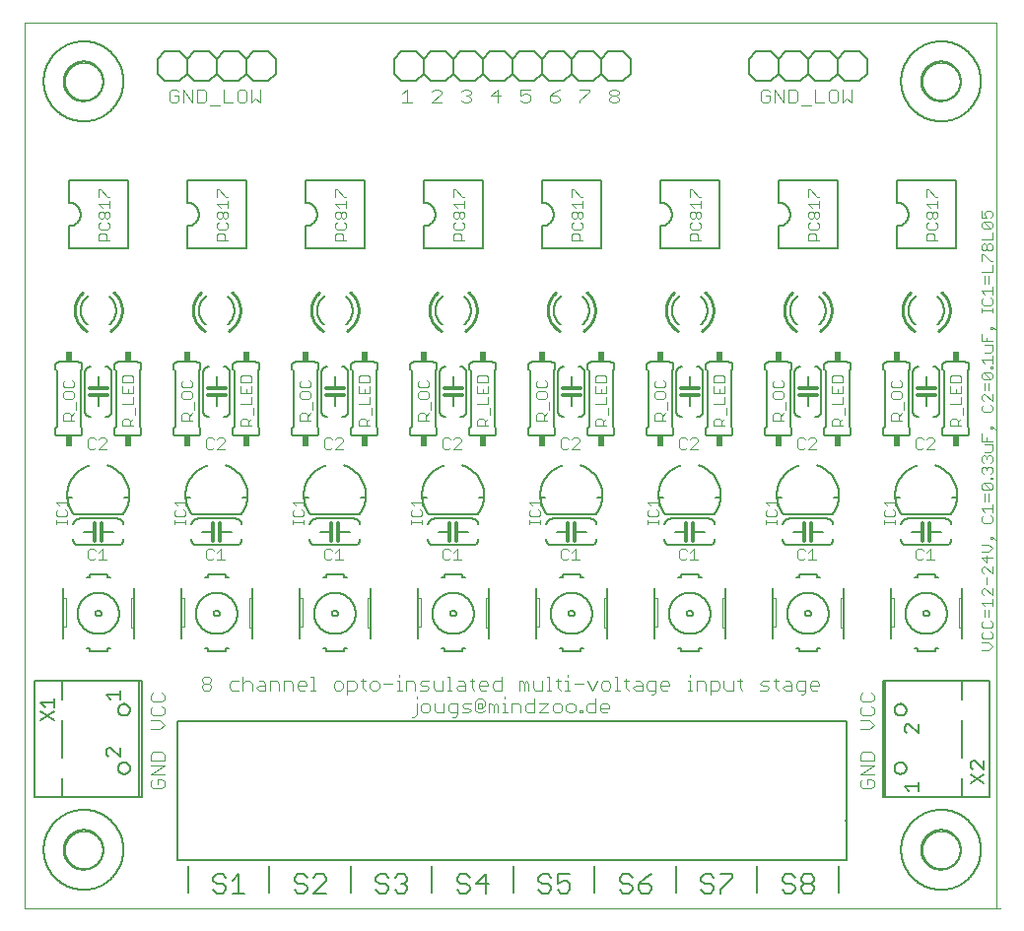
<source format=gto>
G75*
%MOIN*%
%OFA0B0*%
%FSLAX25Y25*%
%IPPOS*%
%LPD*%
%AMOC8*
5,1,8,0,0,1.08239X$1,22.5*
%
%ADD10C,0.00000*%
%ADD11C,0.00600*%
%ADD12C,0.00800*%
%ADD13C,0.00400*%
%ADD14C,0.00300*%
%ADD15C,0.01200*%
%ADD16C,0.01000*%
%ADD17R,0.02400X0.03400*%
%ADD18C,0.00200*%
%ADD19C,0.00500*%
%ADD20C,0.00787*%
D10*
X0016800Y0016800D02*
X0346800Y0016800D01*
X0345501Y0016800D02*
X0345501Y0316761D01*
X0016800Y0316761D01*
X0016800Y0016800D01*
X0030501Y0036800D02*
X0030503Y0036958D01*
X0030509Y0037116D01*
X0030519Y0037274D01*
X0030533Y0037432D01*
X0030551Y0037589D01*
X0030572Y0037746D01*
X0030598Y0037902D01*
X0030628Y0038058D01*
X0030661Y0038213D01*
X0030699Y0038366D01*
X0030740Y0038519D01*
X0030785Y0038671D01*
X0030834Y0038822D01*
X0030887Y0038971D01*
X0030943Y0039119D01*
X0031003Y0039265D01*
X0031067Y0039410D01*
X0031135Y0039553D01*
X0031206Y0039695D01*
X0031280Y0039835D01*
X0031358Y0039972D01*
X0031440Y0040108D01*
X0031524Y0040242D01*
X0031613Y0040373D01*
X0031704Y0040502D01*
X0031799Y0040629D01*
X0031896Y0040754D01*
X0031997Y0040876D01*
X0032101Y0040995D01*
X0032208Y0041112D01*
X0032318Y0041226D01*
X0032431Y0041337D01*
X0032546Y0041446D01*
X0032664Y0041551D01*
X0032785Y0041653D01*
X0032908Y0041753D01*
X0033034Y0041849D01*
X0033162Y0041942D01*
X0033292Y0042032D01*
X0033425Y0042118D01*
X0033560Y0042202D01*
X0033696Y0042281D01*
X0033835Y0042358D01*
X0033976Y0042430D01*
X0034118Y0042500D01*
X0034262Y0042565D01*
X0034408Y0042627D01*
X0034555Y0042685D01*
X0034704Y0042740D01*
X0034854Y0042791D01*
X0035005Y0042838D01*
X0035157Y0042881D01*
X0035310Y0042920D01*
X0035465Y0042956D01*
X0035620Y0042987D01*
X0035776Y0043015D01*
X0035932Y0043039D01*
X0036089Y0043059D01*
X0036247Y0043075D01*
X0036404Y0043087D01*
X0036563Y0043095D01*
X0036721Y0043099D01*
X0036879Y0043099D01*
X0037037Y0043095D01*
X0037196Y0043087D01*
X0037353Y0043075D01*
X0037511Y0043059D01*
X0037668Y0043039D01*
X0037824Y0043015D01*
X0037980Y0042987D01*
X0038135Y0042956D01*
X0038290Y0042920D01*
X0038443Y0042881D01*
X0038595Y0042838D01*
X0038746Y0042791D01*
X0038896Y0042740D01*
X0039045Y0042685D01*
X0039192Y0042627D01*
X0039338Y0042565D01*
X0039482Y0042500D01*
X0039624Y0042430D01*
X0039765Y0042358D01*
X0039904Y0042281D01*
X0040040Y0042202D01*
X0040175Y0042118D01*
X0040308Y0042032D01*
X0040438Y0041942D01*
X0040566Y0041849D01*
X0040692Y0041753D01*
X0040815Y0041653D01*
X0040936Y0041551D01*
X0041054Y0041446D01*
X0041169Y0041337D01*
X0041282Y0041226D01*
X0041392Y0041112D01*
X0041499Y0040995D01*
X0041603Y0040876D01*
X0041704Y0040754D01*
X0041801Y0040629D01*
X0041896Y0040502D01*
X0041987Y0040373D01*
X0042076Y0040242D01*
X0042160Y0040108D01*
X0042242Y0039972D01*
X0042320Y0039835D01*
X0042394Y0039695D01*
X0042465Y0039553D01*
X0042533Y0039410D01*
X0042597Y0039265D01*
X0042657Y0039119D01*
X0042713Y0038971D01*
X0042766Y0038822D01*
X0042815Y0038671D01*
X0042860Y0038519D01*
X0042901Y0038366D01*
X0042939Y0038213D01*
X0042972Y0038058D01*
X0043002Y0037902D01*
X0043028Y0037746D01*
X0043049Y0037589D01*
X0043067Y0037432D01*
X0043081Y0037274D01*
X0043091Y0037116D01*
X0043097Y0036958D01*
X0043099Y0036800D01*
X0043097Y0036642D01*
X0043091Y0036484D01*
X0043081Y0036326D01*
X0043067Y0036168D01*
X0043049Y0036011D01*
X0043028Y0035854D01*
X0043002Y0035698D01*
X0042972Y0035542D01*
X0042939Y0035387D01*
X0042901Y0035234D01*
X0042860Y0035081D01*
X0042815Y0034929D01*
X0042766Y0034778D01*
X0042713Y0034629D01*
X0042657Y0034481D01*
X0042597Y0034335D01*
X0042533Y0034190D01*
X0042465Y0034047D01*
X0042394Y0033905D01*
X0042320Y0033765D01*
X0042242Y0033628D01*
X0042160Y0033492D01*
X0042076Y0033358D01*
X0041987Y0033227D01*
X0041896Y0033098D01*
X0041801Y0032971D01*
X0041704Y0032846D01*
X0041603Y0032724D01*
X0041499Y0032605D01*
X0041392Y0032488D01*
X0041282Y0032374D01*
X0041169Y0032263D01*
X0041054Y0032154D01*
X0040936Y0032049D01*
X0040815Y0031947D01*
X0040692Y0031847D01*
X0040566Y0031751D01*
X0040438Y0031658D01*
X0040308Y0031568D01*
X0040175Y0031482D01*
X0040040Y0031398D01*
X0039904Y0031319D01*
X0039765Y0031242D01*
X0039624Y0031170D01*
X0039482Y0031100D01*
X0039338Y0031035D01*
X0039192Y0030973D01*
X0039045Y0030915D01*
X0038896Y0030860D01*
X0038746Y0030809D01*
X0038595Y0030762D01*
X0038443Y0030719D01*
X0038290Y0030680D01*
X0038135Y0030644D01*
X0037980Y0030613D01*
X0037824Y0030585D01*
X0037668Y0030561D01*
X0037511Y0030541D01*
X0037353Y0030525D01*
X0037196Y0030513D01*
X0037037Y0030505D01*
X0036879Y0030501D01*
X0036721Y0030501D01*
X0036563Y0030505D01*
X0036404Y0030513D01*
X0036247Y0030525D01*
X0036089Y0030541D01*
X0035932Y0030561D01*
X0035776Y0030585D01*
X0035620Y0030613D01*
X0035465Y0030644D01*
X0035310Y0030680D01*
X0035157Y0030719D01*
X0035005Y0030762D01*
X0034854Y0030809D01*
X0034704Y0030860D01*
X0034555Y0030915D01*
X0034408Y0030973D01*
X0034262Y0031035D01*
X0034118Y0031100D01*
X0033976Y0031170D01*
X0033835Y0031242D01*
X0033696Y0031319D01*
X0033560Y0031398D01*
X0033425Y0031482D01*
X0033292Y0031568D01*
X0033162Y0031658D01*
X0033034Y0031751D01*
X0032908Y0031847D01*
X0032785Y0031947D01*
X0032664Y0032049D01*
X0032546Y0032154D01*
X0032431Y0032263D01*
X0032318Y0032374D01*
X0032208Y0032488D01*
X0032101Y0032605D01*
X0031997Y0032724D01*
X0031896Y0032846D01*
X0031799Y0032971D01*
X0031704Y0033098D01*
X0031613Y0033227D01*
X0031524Y0033358D01*
X0031440Y0033492D01*
X0031358Y0033628D01*
X0031280Y0033765D01*
X0031206Y0033905D01*
X0031135Y0034047D01*
X0031067Y0034190D01*
X0031003Y0034335D01*
X0030943Y0034481D01*
X0030887Y0034629D01*
X0030834Y0034778D01*
X0030785Y0034929D01*
X0030740Y0035081D01*
X0030699Y0035234D01*
X0030661Y0035387D01*
X0030628Y0035542D01*
X0030598Y0035698D01*
X0030572Y0035854D01*
X0030551Y0036011D01*
X0030533Y0036168D01*
X0030519Y0036326D01*
X0030509Y0036484D01*
X0030503Y0036642D01*
X0030501Y0036800D01*
X0030501Y0296800D02*
X0030503Y0296958D01*
X0030509Y0297116D01*
X0030519Y0297274D01*
X0030533Y0297432D01*
X0030551Y0297589D01*
X0030572Y0297746D01*
X0030598Y0297902D01*
X0030628Y0298058D01*
X0030661Y0298213D01*
X0030699Y0298366D01*
X0030740Y0298519D01*
X0030785Y0298671D01*
X0030834Y0298822D01*
X0030887Y0298971D01*
X0030943Y0299119D01*
X0031003Y0299265D01*
X0031067Y0299410D01*
X0031135Y0299553D01*
X0031206Y0299695D01*
X0031280Y0299835D01*
X0031358Y0299972D01*
X0031440Y0300108D01*
X0031524Y0300242D01*
X0031613Y0300373D01*
X0031704Y0300502D01*
X0031799Y0300629D01*
X0031896Y0300754D01*
X0031997Y0300876D01*
X0032101Y0300995D01*
X0032208Y0301112D01*
X0032318Y0301226D01*
X0032431Y0301337D01*
X0032546Y0301446D01*
X0032664Y0301551D01*
X0032785Y0301653D01*
X0032908Y0301753D01*
X0033034Y0301849D01*
X0033162Y0301942D01*
X0033292Y0302032D01*
X0033425Y0302118D01*
X0033560Y0302202D01*
X0033696Y0302281D01*
X0033835Y0302358D01*
X0033976Y0302430D01*
X0034118Y0302500D01*
X0034262Y0302565D01*
X0034408Y0302627D01*
X0034555Y0302685D01*
X0034704Y0302740D01*
X0034854Y0302791D01*
X0035005Y0302838D01*
X0035157Y0302881D01*
X0035310Y0302920D01*
X0035465Y0302956D01*
X0035620Y0302987D01*
X0035776Y0303015D01*
X0035932Y0303039D01*
X0036089Y0303059D01*
X0036247Y0303075D01*
X0036404Y0303087D01*
X0036563Y0303095D01*
X0036721Y0303099D01*
X0036879Y0303099D01*
X0037037Y0303095D01*
X0037196Y0303087D01*
X0037353Y0303075D01*
X0037511Y0303059D01*
X0037668Y0303039D01*
X0037824Y0303015D01*
X0037980Y0302987D01*
X0038135Y0302956D01*
X0038290Y0302920D01*
X0038443Y0302881D01*
X0038595Y0302838D01*
X0038746Y0302791D01*
X0038896Y0302740D01*
X0039045Y0302685D01*
X0039192Y0302627D01*
X0039338Y0302565D01*
X0039482Y0302500D01*
X0039624Y0302430D01*
X0039765Y0302358D01*
X0039904Y0302281D01*
X0040040Y0302202D01*
X0040175Y0302118D01*
X0040308Y0302032D01*
X0040438Y0301942D01*
X0040566Y0301849D01*
X0040692Y0301753D01*
X0040815Y0301653D01*
X0040936Y0301551D01*
X0041054Y0301446D01*
X0041169Y0301337D01*
X0041282Y0301226D01*
X0041392Y0301112D01*
X0041499Y0300995D01*
X0041603Y0300876D01*
X0041704Y0300754D01*
X0041801Y0300629D01*
X0041896Y0300502D01*
X0041987Y0300373D01*
X0042076Y0300242D01*
X0042160Y0300108D01*
X0042242Y0299972D01*
X0042320Y0299835D01*
X0042394Y0299695D01*
X0042465Y0299553D01*
X0042533Y0299410D01*
X0042597Y0299265D01*
X0042657Y0299119D01*
X0042713Y0298971D01*
X0042766Y0298822D01*
X0042815Y0298671D01*
X0042860Y0298519D01*
X0042901Y0298366D01*
X0042939Y0298213D01*
X0042972Y0298058D01*
X0043002Y0297902D01*
X0043028Y0297746D01*
X0043049Y0297589D01*
X0043067Y0297432D01*
X0043081Y0297274D01*
X0043091Y0297116D01*
X0043097Y0296958D01*
X0043099Y0296800D01*
X0043097Y0296642D01*
X0043091Y0296484D01*
X0043081Y0296326D01*
X0043067Y0296168D01*
X0043049Y0296011D01*
X0043028Y0295854D01*
X0043002Y0295698D01*
X0042972Y0295542D01*
X0042939Y0295387D01*
X0042901Y0295234D01*
X0042860Y0295081D01*
X0042815Y0294929D01*
X0042766Y0294778D01*
X0042713Y0294629D01*
X0042657Y0294481D01*
X0042597Y0294335D01*
X0042533Y0294190D01*
X0042465Y0294047D01*
X0042394Y0293905D01*
X0042320Y0293765D01*
X0042242Y0293628D01*
X0042160Y0293492D01*
X0042076Y0293358D01*
X0041987Y0293227D01*
X0041896Y0293098D01*
X0041801Y0292971D01*
X0041704Y0292846D01*
X0041603Y0292724D01*
X0041499Y0292605D01*
X0041392Y0292488D01*
X0041282Y0292374D01*
X0041169Y0292263D01*
X0041054Y0292154D01*
X0040936Y0292049D01*
X0040815Y0291947D01*
X0040692Y0291847D01*
X0040566Y0291751D01*
X0040438Y0291658D01*
X0040308Y0291568D01*
X0040175Y0291482D01*
X0040040Y0291398D01*
X0039904Y0291319D01*
X0039765Y0291242D01*
X0039624Y0291170D01*
X0039482Y0291100D01*
X0039338Y0291035D01*
X0039192Y0290973D01*
X0039045Y0290915D01*
X0038896Y0290860D01*
X0038746Y0290809D01*
X0038595Y0290762D01*
X0038443Y0290719D01*
X0038290Y0290680D01*
X0038135Y0290644D01*
X0037980Y0290613D01*
X0037824Y0290585D01*
X0037668Y0290561D01*
X0037511Y0290541D01*
X0037353Y0290525D01*
X0037196Y0290513D01*
X0037037Y0290505D01*
X0036879Y0290501D01*
X0036721Y0290501D01*
X0036563Y0290505D01*
X0036404Y0290513D01*
X0036247Y0290525D01*
X0036089Y0290541D01*
X0035932Y0290561D01*
X0035776Y0290585D01*
X0035620Y0290613D01*
X0035465Y0290644D01*
X0035310Y0290680D01*
X0035157Y0290719D01*
X0035005Y0290762D01*
X0034854Y0290809D01*
X0034704Y0290860D01*
X0034555Y0290915D01*
X0034408Y0290973D01*
X0034262Y0291035D01*
X0034118Y0291100D01*
X0033976Y0291170D01*
X0033835Y0291242D01*
X0033696Y0291319D01*
X0033560Y0291398D01*
X0033425Y0291482D01*
X0033292Y0291568D01*
X0033162Y0291658D01*
X0033034Y0291751D01*
X0032908Y0291847D01*
X0032785Y0291947D01*
X0032664Y0292049D01*
X0032546Y0292154D01*
X0032431Y0292263D01*
X0032318Y0292374D01*
X0032208Y0292488D01*
X0032101Y0292605D01*
X0031997Y0292724D01*
X0031896Y0292846D01*
X0031799Y0292971D01*
X0031704Y0293098D01*
X0031613Y0293227D01*
X0031524Y0293358D01*
X0031440Y0293492D01*
X0031358Y0293628D01*
X0031280Y0293765D01*
X0031206Y0293905D01*
X0031135Y0294047D01*
X0031067Y0294190D01*
X0031003Y0294335D01*
X0030943Y0294481D01*
X0030887Y0294629D01*
X0030834Y0294778D01*
X0030785Y0294929D01*
X0030740Y0295081D01*
X0030699Y0295234D01*
X0030661Y0295387D01*
X0030628Y0295542D01*
X0030598Y0295698D01*
X0030572Y0295854D01*
X0030551Y0296011D01*
X0030533Y0296168D01*
X0030519Y0296326D01*
X0030509Y0296484D01*
X0030503Y0296642D01*
X0030501Y0296800D01*
X0320501Y0296800D02*
X0320503Y0296958D01*
X0320509Y0297116D01*
X0320519Y0297274D01*
X0320533Y0297432D01*
X0320551Y0297589D01*
X0320572Y0297746D01*
X0320598Y0297902D01*
X0320628Y0298058D01*
X0320661Y0298213D01*
X0320699Y0298366D01*
X0320740Y0298519D01*
X0320785Y0298671D01*
X0320834Y0298822D01*
X0320887Y0298971D01*
X0320943Y0299119D01*
X0321003Y0299265D01*
X0321067Y0299410D01*
X0321135Y0299553D01*
X0321206Y0299695D01*
X0321280Y0299835D01*
X0321358Y0299972D01*
X0321440Y0300108D01*
X0321524Y0300242D01*
X0321613Y0300373D01*
X0321704Y0300502D01*
X0321799Y0300629D01*
X0321896Y0300754D01*
X0321997Y0300876D01*
X0322101Y0300995D01*
X0322208Y0301112D01*
X0322318Y0301226D01*
X0322431Y0301337D01*
X0322546Y0301446D01*
X0322664Y0301551D01*
X0322785Y0301653D01*
X0322908Y0301753D01*
X0323034Y0301849D01*
X0323162Y0301942D01*
X0323292Y0302032D01*
X0323425Y0302118D01*
X0323560Y0302202D01*
X0323696Y0302281D01*
X0323835Y0302358D01*
X0323976Y0302430D01*
X0324118Y0302500D01*
X0324262Y0302565D01*
X0324408Y0302627D01*
X0324555Y0302685D01*
X0324704Y0302740D01*
X0324854Y0302791D01*
X0325005Y0302838D01*
X0325157Y0302881D01*
X0325310Y0302920D01*
X0325465Y0302956D01*
X0325620Y0302987D01*
X0325776Y0303015D01*
X0325932Y0303039D01*
X0326089Y0303059D01*
X0326247Y0303075D01*
X0326404Y0303087D01*
X0326563Y0303095D01*
X0326721Y0303099D01*
X0326879Y0303099D01*
X0327037Y0303095D01*
X0327196Y0303087D01*
X0327353Y0303075D01*
X0327511Y0303059D01*
X0327668Y0303039D01*
X0327824Y0303015D01*
X0327980Y0302987D01*
X0328135Y0302956D01*
X0328290Y0302920D01*
X0328443Y0302881D01*
X0328595Y0302838D01*
X0328746Y0302791D01*
X0328896Y0302740D01*
X0329045Y0302685D01*
X0329192Y0302627D01*
X0329338Y0302565D01*
X0329482Y0302500D01*
X0329624Y0302430D01*
X0329765Y0302358D01*
X0329904Y0302281D01*
X0330040Y0302202D01*
X0330175Y0302118D01*
X0330308Y0302032D01*
X0330438Y0301942D01*
X0330566Y0301849D01*
X0330692Y0301753D01*
X0330815Y0301653D01*
X0330936Y0301551D01*
X0331054Y0301446D01*
X0331169Y0301337D01*
X0331282Y0301226D01*
X0331392Y0301112D01*
X0331499Y0300995D01*
X0331603Y0300876D01*
X0331704Y0300754D01*
X0331801Y0300629D01*
X0331896Y0300502D01*
X0331987Y0300373D01*
X0332076Y0300242D01*
X0332160Y0300108D01*
X0332242Y0299972D01*
X0332320Y0299835D01*
X0332394Y0299695D01*
X0332465Y0299553D01*
X0332533Y0299410D01*
X0332597Y0299265D01*
X0332657Y0299119D01*
X0332713Y0298971D01*
X0332766Y0298822D01*
X0332815Y0298671D01*
X0332860Y0298519D01*
X0332901Y0298366D01*
X0332939Y0298213D01*
X0332972Y0298058D01*
X0333002Y0297902D01*
X0333028Y0297746D01*
X0333049Y0297589D01*
X0333067Y0297432D01*
X0333081Y0297274D01*
X0333091Y0297116D01*
X0333097Y0296958D01*
X0333099Y0296800D01*
X0333097Y0296642D01*
X0333091Y0296484D01*
X0333081Y0296326D01*
X0333067Y0296168D01*
X0333049Y0296011D01*
X0333028Y0295854D01*
X0333002Y0295698D01*
X0332972Y0295542D01*
X0332939Y0295387D01*
X0332901Y0295234D01*
X0332860Y0295081D01*
X0332815Y0294929D01*
X0332766Y0294778D01*
X0332713Y0294629D01*
X0332657Y0294481D01*
X0332597Y0294335D01*
X0332533Y0294190D01*
X0332465Y0294047D01*
X0332394Y0293905D01*
X0332320Y0293765D01*
X0332242Y0293628D01*
X0332160Y0293492D01*
X0332076Y0293358D01*
X0331987Y0293227D01*
X0331896Y0293098D01*
X0331801Y0292971D01*
X0331704Y0292846D01*
X0331603Y0292724D01*
X0331499Y0292605D01*
X0331392Y0292488D01*
X0331282Y0292374D01*
X0331169Y0292263D01*
X0331054Y0292154D01*
X0330936Y0292049D01*
X0330815Y0291947D01*
X0330692Y0291847D01*
X0330566Y0291751D01*
X0330438Y0291658D01*
X0330308Y0291568D01*
X0330175Y0291482D01*
X0330040Y0291398D01*
X0329904Y0291319D01*
X0329765Y0291242D01*
X0329624Y0291170D01*
X0329482Y0291100D01*
X0329338Y0291035D01*
X0329192Y0290973D01*
X0329045Y0290915D01*
X0328896Y0290860D01*
X0328746Y0290809D01*
X0328595Y0290762D01*
X0328443Y0290719D01*
X0328290Y0290680D01*
X0328135Y0290644D01*
X0327980Y0290613D01*
X0327824Y0290585D01*
X0327668Y0290561D01*
X0327511Y0290541D01*
X0327353Y0290525D01*
X0327196Y0290513D01*
X0327037Y0290505D01*
X0326879Y0290501D01*
X0326721Y0290501D01*
X0326563Y0290505D01*
X0326404Y0290513D01*
X0326247Y0290525D01*
X0326089Y0290541D01*
X0325932Y0290561D01*
X0325776Y0290585D01*
X0325620Y0290613D01*
X0325465Y0290644D01*
X0325310Y0290680D01*
X0325157Y0290719D01*
X0325005Y0290762D01*
X0324854Y0290809D01*
X0324704Y0290860D01*
X0324555Y0290915D01*
X0324408Y0290973D01*
X0324262Y0291035D01*
X0324118Y0291100D01*
X0323976Y0291170D01*
X0323835Y0291242D01*
X0323696Y0291319D01*
X0323560Y0291398D01*
X0323425Y0291482D01*
X0323292Y0291568D01*
X0323162Y0291658D01*
X0323034Y0291751D01*
X0322908Y0291847D01*
X0322785Y0291947D01*
X0322664Y0292049D01*
X0322546Y0292154D01*
X0322431Y0292263D01*
X0322318Y0292374D01*
X0322208Y0292488D01*
X0322101Y0292605D01*
X0321997Y0292724D01*
X0321896Y0292846D01*
X0321799Y0292971D01*
X0321704Y0293098D01*
X0321613Y0293227D01*
X0321524Y0293358D01*
X0321440Y0293492D01*
X0321358Y0293628D01*
X0321280Y0293765D01*
X0321206Y0293905D01*
X0321135Y0294047D01*
X0321067Y0294190D01*
X0321003Y0294335D01*
X0320943Y0294481D01*
X0320887Y0294629D01*
X0320834Y0294778D01*
X0320785Y0294929D01*
X0320740Y0295081D01*
X0320699Y0295234D01*
X0320661Y0295387D01*
X0320628Y0295542D01*
X0320598Y0295698D01*
X0320572Y0295854D01*
X0320551Y0296011D01*
X0320533Y0296168D01*
X0320519Y0296326D01*
X0320509Y0296484D01*
X0320503Y0296642D01*
X0320501Y0296800D01*
X0320501Y0036800D02*
X0320503Y0036958D01*
X0320509Y0037116D01*
X0320519Y0037274D01*
X0320533Y0037432D01*
X0320551Y0037589D01*
X0320572Y0037746D01*
X0320598Y0037902D01*
X0320628Y0038058D01*
X0320661Y0038213D01*
X0320699Y0038366D01*
X0320740Y0038519D01*
X0320785Y0038671D01*
X0320834Y0038822D01*
X0320887Y0038971D01*
X0320943Y0039119D01*
X0321003Y0039265D01*
X0321067Y0039410D01*
X0321135Y0039553D01*
X0321206Y0039695D01*
X0321280Y0039835D01*
X0321358Y0039972D01*
X0321440Y0040108D01*
X0321524Y0040242D01*
X0321613Y0040373D01*
X0321704Y0040502D01*
X0321799Y0040629D01*
X0321896Y0040754D01*
X0321997Y0040876D01*
X0322101Y0040995D01*
X0322208Y0041112D01*
X0322318Y0041226D01*
X0322431Y0041337D01*
X0322546Y0041446D01*
X0322664Y0041551D01*
X0322785Y0041653D01*
X0322908Y0041753D01*
X0323034Y0041849D01*
X0323162Y0041942D01*
X0323292Y0042032D01*
X0323425Y0042118D01*
X0323560Y0042202D01*
X0323696Y0042281D01*
X0323835Y0042358D01*
X0323976Y0042430D01*
X0324118Y0042500D01*
X0324262Y0042565D01*
X0324408Y0042627D01*
X0324555Y0042685D01*
X0324704Y0042740D01*
X0324854Y0042791D01*
X0325005Y0042838D01*
X0325157Y0042881D01*
X0325310Y0042920D01*
X0325465Y0042956D01*
X0325620Y0042987D01*
X0325776Y0043015D01*
X0325932Y0043039D01*
X0326089Y0043059D01*
X0326247Y0043075D01*
X0326404Y0043087D01*
X0326563Y0043095D01*
X0326721Y0043099D01*
X0326879Y0043099D01*
X0327037Y0043095D01*
X0327196Y0043087D01*
X0327353Y0043075D01*
X0327511Y0043059D01*
X0327668Y0043039D01*
X0327824Y0043015D01*
X0327980Y0042987D01*
X0328135Y0042956D01*
X0328290Y0042920D01*
X0328443Y0042881D01*
X0328595Y0042838D01*
X0328746Y0042791D01*
X0328896Y0042740D01*
X0329045Y0042685D01*
X0329192Y0042627D01*
X0329338Y0042565D01*
X0329482Y0042500D01*
X0329624Y0042430D01*
X0329765Y0042358D01*
X0329904Y0042281D01*
X0330040Y0042202D01*
X0330175Y0042118D01*
X0330308Y0042032D01*
X0330438Y0041942D01*
X0330566Y0041849D01*
X0330692Y0041753D01*
X0330815Y0041653D01*
X0330936Y0041551D01*
X0331054Y0041446D01*
X0331169Y0041337D01*
X0331282Y0041226D01*
X0331392Y0041112D01*
X0331499Y0040995D01*
X0331603Y0040876D01*
X0331704Y0040754D01*
X0331801Y0040629D01*
X0331896Y0040502D01*
X0331987Y0040373D01*
X0332076Y0040242D01*
X0332160Y0040108D01*
X0332242Y0039972D01*
X0332320Y0039835D01*
X0332394Y0039695D01*
X0332465Y0039553D01*
X0332533Y0039410D01*
X0332597Y0039265D01*
X0332657Y0039119D01*
X0332713Y0038971D01*
X0332766Y0038822D01*
X0332815Y0038671D01*
X0332860Y0038519D01*
X0332901Y0038366D01*
X0332939Y0038213D01*
X0332972Y0038058D01*
X0333002Y0037902D01*
X0333028Y0037746D01*
X0333049Y0037589D01*
X0333067Y0037432D01*
X0333081Y0037274D01*
X0333091Y0037116D01*
X0333097Y0036958D01*
X0333099Y0036800D01*
X0333097Y0036642D01*
X0333091Y0036484D01*
X0333081Y0036326D01*
X0333067Y0036168D01*
X0333049Y0036011D01*
X0333028Y0035854D01*
X0333002Y0035698D01*
X0332972Y0035542D01*
X0332939Y0035387D01*
X0332901Y0035234D01*
X0332860Y0035081D01*
X0332815Y0034929D01*
X0332766Y0034778D01*
X0332713Y0034629D01*
X0332657Y0034481D01*
X0332597Y0034335D01*
X0332533Y0034190D01*
X0332465Y0034047D01*
X0332394Y0033905D01*
X0332320Y0033765D01*
X0332242Y0033628D01*
X0332160Y0033492D01*
X0332076Y0033358D01*
X0331987Y0033227D01*
X0331896Y0033098D01*
X0331801Y0032971D01*
X0331704Y0032846D01*
X0331603Y0032724D01*
X0331499Y0032605D01*
X0331392Y0032488D01*
X0331282Y0032374D01*
X0331169Y0032263D01*
X0331054Y0032154D01*
X0330936Y0032049D01*
X0330815Y0031947D01*
X0330692Y0031847D01*
X0330566Y0031751D01*
X0330438Y0031658D01*
X0330308Y0031568D01*
X0330175Y0031482D01*
X0330040Y0031398D01*
X0329904Y0031319D01*
X0329765Y0031242D01*
X0329624Y0031170D01*
X0329482Y0031100D01*
X0329338Y0031035D01*
X0329192Y0030973D01*
X0329045Y0030915D01*
X0328896Y0030860D01*
X0328746Y0030809D01*
X0328595Y0030762D01*
X0328443Y0030719D01*
X0328290Y0030680D01*
X0328135Y0030644D01*
X0327980Y0030613D01*
X0327824Y0030585D01*
X0327668Y0030561D01*
X0327511Y0030541D01*
X0327353Y0030525D01*
X0327196Y0030513D01*
X0327037Y0030505D01*
X0326879Y0030501D01*
X0326721Y0030501D01*
X0326563Y0030505D01*
X0326404Y0030513D01*
X0326247Y0030525D01*
X0326089Y0030541D01*
X0325932Y0030561D01*
X0325776Y0030585D01*
X0325620Y0030613D01*
X0325465Y0030644D01*
X0325310Y0030680D01*
X0325157Y0030719D01*
X0325005Y0030762D01*
X0324854Y0030809D01*
X0324704Y0030860D01*
X0324555Y0030915D01*
X0324408Y0030973D01*
X0324262Y0031035D01*
X0324118Y0031100D01*
X0323976Y0031170D01*
X0323835Y0031242D01*
X0323696Y0031319D01*
X0323560Y0031398D01*
X0323425Y0031482D01*
X0323292Y0031568D01*
X0323162Y0031658D01*
X0323034Y0031751D01*
X0322908Y0031847D01*
X0322785Y0031947D01*
X0322664Y0032049D01*
X0322546Y0032154D01*
X0322431Y0032263D01*
X0322318Y0032374D01*
X0322208Y0032488D01*
X0322101Y0032605D01*
X0321997Y0032724D01*
X0321896Y0032846D01*
X0321799Y0032971D01*
X0321704Y0033098D01*
X0321613Y0033227D01*
X0321524Y0033358D01*
X0321440Y0033492D01*
X0321358Y0033628D01*
X0321280Y0033765D01*
X0321206Y0033905D01*
X0321135Y0034047D01*
X0321067Y0034190D01*
X0321003Y0034335D01*
X0320943Y0034481D01*
X0320887Y0034629D01*
X0320834Y0034778D01*
X0320785Y0034929D01*
X0320740Y0035081D01*
X0320699Y0035234D01*
X0320661Y0035387D01*
X0320628Y0035542D01*
X0320598Y0035698D01*
X0320572Y0035854D01*
X0320551Y0036011D01*
X0320533Y0036168D01*
X0320519Y0036326D01*
X0320509Y0036484D01*
X0320503Y0036642D01*
X0320501Y0036800D01*
D11*
X0313300Y0036800D02*
X0313304Y0037131D01*
X0313316Y0037462D01*
X0313337Y0037793D01*
X0313365Y0038123D01*
X0313402Y0038453D01*
X0313446Y0038781D01*
X0313499Y0039108D01*
X0313559Y0039434D01*
X0313628Y0039758D01*
X0313705Y0040080D01*
X0313789Y0040401D01*
X0313881Y0040719D01*
X0313981Y0041035D01*
X0314089Y0041348D01*
X0314205Y0041659D01*
X0314328Y0041966D01*
X0314458Y0042271D01*
X0314596Y0042572D01*
X0314741Y0042870D01*
X0314894Y0043164D01*
X0315054Y0043454D01*
X0315221Y0043740D01*
X0315394Y0044022D01*
X0315575Y0044300D01*
X0315763Y0044573D01*
X0315957Y0044842D01*
X0316157Y0045106D01*
X0316364Y0045364D01*
X0316578Y0045618D01*
X0316797Y0045866D01*
X0317023Y0046109D01*
X0317254Y0046346D01*
X0317491Y0046577D01*
X0317734Y0046803D01*
X0317982Y0047022D01*
X0318236Y0047236D01*
X0318494Y0047443D01*
X0318758Y0047643D01*
X0319027Y0047837D01*
X0319300Y0048025D01*
X0319578Y0048206D01*
X0319860Y0048379D01*
X0320146Y0048546D01*
X0320436Y0048706D01*
X0320730Y0048859D01*
X0321028Y0049004D01*
X0321329Y0049142D01*
X0321634Y0049272D01*
X0321941Y0049395D01*
X0322252Y0049511D01*
X0322565Y0049619D01*
X0322881Y0049719D01*
X0323199Y0049811D01*
X0323520Y0049895D01*
X0323842Y0049972D01*
X0324166Y0050041D01*
X0324492Y0050101D01*
X0324819Y0050154D01*
X0325147Y0050198D01*
X0325477Y0050235D01*
X0325807Y0050263D01*
X0326138Y0050284D01*
X0326469Y0050296D01*
X0326800Y0050300D01*
X0327131Y0050296D01*
X0327462Y0050284D01*
X0327793Y0050263D01*
X0328123Y0050235D01*
X0328453Y0050198D01*
X0328781Y0050154D01*
X0329108Y0050101D01*
X0329434Y0050041D01*
X0329758Y0049972D01*
X0330080Y0049895D01*
X0330401Y0049811D01*
X0330719Y0049719D01*
X0331035Y0049619D01*
X0331348Y0049511D01*
X0331659Y0049395D01*
X0331966Y0049272D01*
X0332271Y0049142D01*
X0332572Y0049004D01*
X0332870Y0048859D01*
X0333164Y0048706D01*
X0333454Y0048546D01*
X0333740Y0048379D01*
X0334022Y0048206D01*
X0334300Y0048025D01*
X0334573Y0047837D01*
X0334842Y0047643D01*
X0335106Y0047443D01*
X0335364Y0047236D01*
X0335618Y0047022D01*
X0335866Y0046803D01*
X0336109Y0046577D01*
X0336346Y0046346D01*
X0336577Y0046109D01*
X0336803Y0045866D01*
X0337022Y0045618D01*
X0337236Y0045364D01*
X0337443Y0045106D01*
X0337643Y0044842D01*
X0337837Y0044573D01*
X0338025Y0044300D01*
X0338206Y0044022D01*
X0338379Y0043740D01*
X0338546Y0043454D01*
X0338706Y0043164D01*
X0338859Y0042870D01*
X0339004Y0042572D01*
X0339142Y0042271D01*
X0339272Y0041966D01*
X0339395Y0041659D01*
X0339511Y0041348D01*
X0339619Y0041035D01*
X0339719Y0040719D01*
X0339811Y0040401D01*
X0339895Y0040080D01*
X0339972Y0039758D01*
X0340041Y0039434D01*
X0340101Y0039108D01*
X0340154Y0038781D01*
X0340198Y0038453D01*
X0340235Y0038123D01*
X0340263Y0037793D01*
X0340284Y0037462D01*
X0340296Y0037131D01*
X0340300Y0036800D01*
X0340296Y0036469D01*
X0340284Y0036138D01*
X0340263Y0035807D01*
X0340235Y0035477D01*
X0340198Y0035147D01*
X0340154Y0034819D01*
X0340101Y0034492D01*
X0340041Y0034166D01*
X0339972Y0033842D01*
X0339895Y0033520D01*
X0339811Y0033199D01*
X0339719Y0032881D01*
X0339619Y0032565D01*
X0339511Y0032252D01*
X0339395Y0031941D01*
X0339272Y0031634D01*
X0339142Y0031329D01*
X0339004Y0031028D01*
X0338859Y0030730D01*
X0338706Y0030436D01*
X0338546Y0030146D01*
X0338379Y0029860D01*
X0338206Y0029578D01*
X0338025Y0029300D01*
X0337837Y0029027D01*
X0337643Y0028758D01*
X0337443Y0028494D01*
X0337236Y0028236D01*
X0337022Y0027982D01*
X0336803Y0027734D01*
X0336577Y0027491D01*
X0336346Y0027254D01*
X0336109Y0027023D01*
X0335866Y0026797D01*
X0335618Y0026578D01*
X0335364Y0026364D01*
X0335106Y0026157D01*
X0334842Y0025957D01*
X0334573Y0025763D01*
X0334300Y0025575D01*
X0334022Y0025394D01*
X0333740Y0025221D01*
X0333454Y0025054D01*
X0333164Y0024894D01*
X0332870Y0024741D01*
X0332572Y0024596D01*
X0332271Y0024458D01*
X0331966Y0024328D01*
X0331659Y0024205D01*
X0331348Y0024089D01*
X0331035Y0023981D01*
X0330719Y0023881D01*
X0330401Y0023789D01*
X0330080Y0023705D01*
X0329758Y0023628D01*
X0329434Y0023559D01*
X0329108Y0023499D01*
X0328781Y0023446D01*
X0328453Y0023402D01*
X0328123Y0023365D01*
X0327793Y0023337D01*
X0327462Y0023316D01*
X0327131Y0023304D01*
X0326800Y0023300D01*
X0326469Y0023304D01*
X0326138Y0023316D01*
X0325807Y0023337D01*
X0325477Y0023365D01*
X0325147Y0023402D01*
X0324819Y0023446D01*
X0324492Y0023499D01*
X0324166Y0023559D01*
X0323842Y0023628D01*
X0323520Y0023705D01*
X0323199Y0023789D01*
X0322881Y0023881D01*
X0322565Y0023981D01*
X0322252Y0024089D01*
X0321941Y0024205D01*
X0321634Y0024328D01*
X0321329Y0024458D01*
X0321028Y0024596D01*
X0320730Y0024741D01*
X0320436Y0024894D01*
X0320146Y0025054D01*
X0319860Y0025221D01*
X0319578Y0025394D01*
X0319300Y0025575D01*
X0319027Y0025763D01*
X0318758Y0025957D01*
X0318494Y0026157D01*
X0318236Y0026364D01*
X0317982Y0026578D01*
X0317734Y0026797D01*
X0317491Y0027023D01*
X0317254Y0027254D01*
X0317023Y0027491D01*
X0316797Y0027734D01*
X0316578Y0027982D01*
X0316364Y0028236D01*
X0316157Y0028494D01*
X0315957Y0028758D01*
X0315763Y0029027D01*
X0315575Y0029300D01*
X0315394Y0029578D01*
X0315221Y0029860D01*
X0315054Y0030146D01*
X0314894Y0030436D01*
X0314741Y0030730D01*
X0314596Y0031028D01*
X0314458Y0031329D01*
X0314328Y0031634D01*
X0314205Y0031941D01*
X0314089Y0032252D01*
X0313981Y0032565D01*
X0313881Y0032881D01*
X0313789Y0033199D01*
X0313705Y0033520D01*
X0313628Y0033842D01*
X0313559Y0034166D01*
X0313499Y0034492D01*
X0313446Y0034819D01*
X0313402Y0035147D01*
X0313365Y0035477D01*
X0313337Y0035807D01*
X0313316Y0036138D01*
X0313304Y0036469D01*
X0313300Y0036800D01*
X0307898Y0054658D02*
X0307099Y0054658D01*
X0307099Y0093957D01*
X0307898Y0093957D01*
X0333898Y0093957D01*
X0343300Y0093957D01*
X0343300Y0054658D01*
X0333898Y0054658D01*
X0307898Y0054658D01*
X0307898Y0093957D01*
X0311100Y0084157D02*
X0311102Y0084246D01*
X0311108Y0084335D01*
X0311118Y0084424D01*
X0311132Y0084512D01*
X0311149Y0084599D01*
X0311171Y0084685D01*
X0311197Y0084771D01*
X0311226Y0084855D01*
X0311259Y0084938D01*
X0311295Y0085019D01*
X0311336Y0085099D01*
X0311379Y0085176D01*
X0311426Y0085252D01*
X0311477Y0085325D01*
X0311530Y0085396D01*
X0311587Y0085465D01*
X0311647Y0085531D01*
X0311710Y0085595D01*
X0311775Y0085655D01*
X0311843Y0085713D01*
X0311914Y0085767D01*
X0311987Y0085818D01*
X0312062Y0085866D01*
X0312139Y0085911D01*
X0312218Y0085952D01*
X0312299Y0085989D01*
X0312381Y0086023D01*
X0312465Y0086054D01*
X0312550Y0086080D01*
X0312636Y0086103D01*
X0312723Y0086121D01*
X0312811Y0086136D01*
X0312900Y0086147D01*
X0312989Y0086154D01*
X0313078Y0086157D01*
X0313167Y0086156D01*
X0313256Y0086151D01*
X0313344Y0086142D01*
X0313433Y0086129D01*
X0313520Y0086112D01*
X0313607Y0086092D01*
X0313693Y0086067D01*
X0313777Y0086039D01*
X0313860Y0086007D01*
X0313942Y0085971D01*
X0314022Y0085932D01*
X0314100Y0085889D01*
X0314176Y0085843D01*
X0314250Y0085793D01*
X0314322Y0085740D01*
X0314391Y0085684D01*
X0314458Y0085625D01*
X0314522Y0085563D01*
X0314583Y0085499D01*
X0314642Y0085431D01*
X0314697Y0085361D01*
X0314749Y0085289D01*
X0314798Y0085214D01*
X0314843Y0085138D01*
X0314885Y0085059D01*
X0314923Y0084979D01*
X0314958Y0084897D01*
X0314989Y0084813D01*
X0315017Y0084728D01*
X0315040Y0084642D01*
X0315060Y0084555D01*
X0315076Y0084468D01*
X0315088Y0084379D01*
X0315096Y0084291D01*
X0315100Y0084202D01*
X0315100Y0084112D01*
X0315096Y0084023D01*
X0315088Y0083935D01*
X0315076Y0083846D01*
X0315060Y0083759D01*
X0315040Y0083672D01*
X0315017Y0083586D01*
X0314989Y0083501D01*
X0314958Y0083417D01*
X0314923Y0083335D01*
X0314885Y0083255D01*
X0314843Y0083176D01*
X0314798Y0083100D01*
X0314749Y0083025D01*
X0314697Y0082953D01*
X0314642Y0082883D01*
X0314583Y0082815D01*
X0314522Y0082751D01*
X0314458Y0082689D01*
X0314391Y0082630D01*
X0314322Y0082574D01*
X0314250Y0082521D01*
X0314176Y0082471D01*
X0314100Y0082425D01*
X0314022Y0082382D01*
X0313942Y0082343D01*
X0313860Y0082307D01*
X0313777Y0082275D01*
X0313693Y0082247D01*
X0313607Y0082222D01*
X0313520Y0082202D01*
X0313433Y0082185D01*
X0313344Y0082172D01*
X0313256Y0082163D01*
X0313167Y0082158D01*
X0313078Y0082157D01*
X0312989Y0082160D01*
X0312900Y0082167D01*
X0312811Y0082178D01*
X0312723Y0082193D01*
X0312636Y0082211D01*
X0312550Y0082234D01*
X0312465Y0082260D01*
X0312381Y0082291D01*
X0312299Y0082325D01*
X0312218Y0082362D01*
X0312139Y0082403D01*
X0312062Y0082448D01*
X0311987Y0082496D01*
X0311914Y0082547D01*
X0311843Y0082601D01*
X0311775Y0082659D01*
X0311710Y0082719D01*
X0311647Y0082783D01*
X0311587Y0082849D01*
X0311530Y0082918D01*
X0311477Y0082989D01*
X0311426Y0083062D01*
X0311379Y0083138D01*
X0311336Y0083215D01*
X0311295Y0083295D01*
X0311259Y0083376D01*
X0311226Y0083459D01*
X0311197Y0083543D01*
X0311171Y0083629D01*
X0311149Y0083715D01*
X0311132Y0083802D01*
X0311118Y0083890D01*
X0311108Y0083979D01*
X0311102Y0084068D01*
X0311100Y0084157D01*
X0311100Y0064457D02*
X0311102Y0064546D01*
X0311108Y0064635D01*
X0311118Y0064724D01*
X0311132Y0064812D01*
X0311149Y0064899D01*
X0311171Y0064985D01*
X0311197Y0065071D01*
X0311226Y0065155D01*
X0311259Y0065238D01*
X0311295Y0065319D01*
X0311336Y0065399D01*
X0311379Y0065476D01*
X0311426Y0065552D01*
X0311477Y0065625D01*
X0311530Y0065696D01*
X0311587Y0065765D01*
X0311647Y0065831D01*
X0311710Y0065895D01*
X0311775Y0065955D01*
X0311843Y0066013D01*
X0311914Y0066067D01*
X0311987Y0066118D01*
X0312062Y0066166D01*
X0312139Y0066211D01*
X0312218Y0066252D01*
X0312299Y0066289D01*
X0312381Y0066323D01*
X0312465Y0066354D01*
X0312550Y0066380D01*
X0312636Y0066403D01*
X0312723Y0066421D01*
X0312811Y0066436D01*
X0312900Y0066447D01*
X0312989Y0066454D01*
X0313078Y0066457D01*
X0313167Y0066456D01*
X0313256Y0066451D01*
X0313344Y0066442D01*
X0313433Y0066429D01*
X0313520Y0066412D01*
X0313607Y0066392D01*
X0313693Y0066367D01*
X0313777Y0066339D01*
X0313860Y0066307D01*
X0313942Y0066271D01*
X0314022Y0066232D01*
X0314100Y0066189D01*
X0314176Y0066143D01*
X0314250Y0066093D01*
X0314322Y0066040D01*
X0314391Y0065984D01*
X0314458Y0065925D01*
X0314522Y0065863D01*
X0314583Y0065799D01*
X0314642Y0065731D01*
X0314697Y0065661D01*
X0314749Y0065589D01*
X0314798Y0065514D01*
X0314843Y0065438D01*
X0314885Y0065359D01*
X0314923Y0065279D01*
X0314958Y0065197D01*
X0314989Y0065113D01*
X0315017Y0065028D01*
X0315040Y0064942D01*
X0315060Y0064855D01*
X0315076Y0064768D01*
X0315088Y0064679D01*
X0315096Y0064591D01*
X0315100Y0064502D01*
X0315100Y0064412D01*
X0315096Y0064323D01*
X0315088Y0064235D01*
X0315076Y0064146D01*
X0315060Y0064059D01*
X0315040Y0063972D01*
X0315017Y0063886D01*
X0314989Y0063801D01*
X0314958Y0063717D01*
X0314923Y0063635D01*
X0314885Y0063555D01*
X0314843Y0063476D01*
X0314798Y0063400D01*
X0314749Y0063325D01*
X0314697Y0063253D01*
X0314642Y0063183D01*
X0314583Y0063115D01*
X0314522Y0063051D01*
X0314458Y0062989D01*
X0314391Y0062930D01*
X0314322Y0062874D01*
X0314250Y0062821D01*
X0314176Y0062771D01*
X0314100Y0062725D01*
X0314022Y0062682D01*
X0313942Y0062643D01*
X0313860Y0062607D01*
X0313777Y0062575D01*
X0313693Y0062547D01*
X0313607Y0062522D01*
X0313520Y0062502D01*
X0313433Y0062485D01*
X0313344Y0062472D01*
X0313256Y0062463D01*
X0313167Y0062458D01*
X0313078Y0062457D01*
X0312989Y0062460D01*
X0312900Y0062467D01*
X0312811Y0062478D01*
X0312723Y0062493D01*
X0312636Y0062511D01*
X0312550Y0062534D01*
X0312465Y0062560D01*
X0312381Y0062591D01*
X0312299Y0062625D01*
X0312218Y0062662D01*
X0312139Y0062703D01*
X0312062Y0062748D01*
X0311987Y0062796D01*
X0311914Y0062847D01*
X0311843Y0062901D01*
X0311775Y0062959D01*
X0311710Y0063019D01*
X0311647Y0063083D01*
X0311587Y0063149D01*
X0311530Y0063218D01*
X0311477Y0063289D01*
X0311426Y0063362D01*
X0311379Y0063438D01*
X0311336Y0063515D01*
X0311295Y0063595D01*
X0311259Y0063676D01*
X0311226Y0063759D01*
X0311197Y0063843D01*
X0311171Y0063929D01*
X0311149Y0064015D01*
X0311132Y0064102D01*
X0311118Y0064190D01*
X0311108Y0064279D01*
X0311102Y0064368D01*
X0311100Y0064457D01*
X0333898Y0060957D02*
X0333898Y0054658D01*
X0333898Y0067957D02*
X0333898Y0080658D01*
X0333898Y0087658D02*
X0333898Y0093957D01*
X0324800Y0103800D02*
X0324800Y0104800D01*
X0325800Y0104800D01*
X0324800Y0103800D02*
X0318800Y0103800D01*
X0318800Y0104800D01*
X0317800Y0104800D01*
X0309800Y0108300D02*
X0309800Y0112300D01*
X0309800Y0121800D01*
X0309800Y0125300D01*
X0317800Y0128800D02*
X0318800Y0128800D01*
X0318800Y0129800D01*
X0324800Y0129800D01*
X0324800Y0128800D01*
X0325800Y0128800D01*
X0333800Y0125300D02*
X0333800Y0121800D01*
X0333800Y0111800D01*
X0333800Y0108300D01*
X0320800Y0116800D02*
X0320802Y0116863D01*
X0320808Y0116925D01*
X0320818Y0116987D01*
X0320831Y0117049D01*
X0320849Y0117109D01*
X0320870Y0117168D01*
X0320895Y0117226D01*
X0320924Y0117282D01*
X0320956Y0117336D01*
X0320991Y0117388D01*
X0321029Y0117437D01*
X0321071Y0117485D01*
X0321115Y0117529D01*
X0321163Y0117571D01*
X0321212Y0117609D01*
X0321264Y0117644D01*
X0321318Y0117676D01*
X0321374Y0117705D01*
X0321432Y0117730D01*
X0321491Y0117751D01*
X0321551Y0117769D01*
X0321613Y0117782D01*
X0321675Y0117792D01*
X0321737Y0117798D01*
X0321800Y0117800D01*
X0321863Y0117798D01*
X0321925Y0117792D01*
X0321987Y0117782D01*
X0322049Y0117769D01*
X0322109Y0117751D01*
X0322168Y0117730D01*
X0322226Y0117705D01*
X0322282Y0117676D01*
X0322336Y0117644D01*
X0322388Y0117609D01*
X0322437Y0117571D01*
X0322485Y0117529D01*
X0322529Y0117485D01*
X0322571Y0117437D01*
X0322609Y0117388D01*
X0322644Y0117336D01*
X0322676Y0117282D01*
X0322705Y0117226D01*
X0322730Y0117168D01*
X0322751Y0117109D01*
X0322769Y0117049D01*
X0322782Y0116987D01*
X0322792Y0116925D01*
X0322798Y0116863D01*
X0322800Y0116800D01*
X0322798Y0116737D01*
X0322792Y0116675D01*
X0322782Y0116613D01*
X0322769Y0116551D01*
X0322751Y0116491D01*
X0322730Y0116432D01*
X0322705Y0116374D01*
X0322676Y0116318D01*
X0322644Y0116264D01*
X0322609Y0116212D01*
X0322571Y0116163D01*
X0322529Y0116115D01*
X0322485Y0116071D01*
X0322437Y0116029D01*
X0322388Y0115991D01*
X0322336Y0115956D01*
X0322282Y0115924D01*
X0322226Y0115895D01*
X0322168Y0115870D01*
X0322109Y0115849D01*
X0322049Y0115831D01*
X0321987Y0115818D01*
X0321925Y0115808D01*
X0321863Y0115802D01*
X0321800Y0115800D01*
X0321737Y0115802D01*
X0321675Y0115808D01*
X0321613Y0115818D01*
X0321551Y0115831D01*
X0321491Y0115849D01*
X0321432Y0115870D01*
X0321374Y0115895D01*
X0321318Y0115924D01*
X0321264Y0115956D01*
X0321212Y0115991D01*
X0321163Y0116029D01*
X0321115Y0116071D01*
X0321071Y0116115D01*
X0321029Y0116163D01*
X0320991Y0116212D01*
X0320956Y0116264D01*
X0320924Y0116318D01*
X0320895Y0116374D01*
X0320870Y0116432D01*
X0320849Y0116491D01*
X0320831Y0116551D01*
X0320818Y0116613D01*
X0320808Y0116675D01*
X0320802Y0116737D01*
X0320800Y0116800D01*
X0314800Y0116800D02*
X0314802Y0116972D01*
X0314808Y0117143D01*
X0314819Y0117315D01*
X0314834Y0117486D01*
X0314853Y0117657D01*
X0314876Y0117827D01*
X0314903Y0117997D01*
X0314935Y0118166D01*
X0314970Y0118334D01*
X0315010Y0118501D01*
X0315054Y0118667D01*
X0315101Y0118832D01*
X0315153Y0118996D01*
X0315209Y0119158D01*
X0315269Y0119319D01*
X0315333Y0119479D01*
X0315401Y0119637D01*
X0315472Y0119793D01*
X0315547Y0119947D01*
X0315627Y0120100D01*
X0315709Y0120250D01*
X0315796Y0120399D01*
X0315886Y0120545D01*
X0315980Y0120689D01*
X0316077Y0120831D01*
X0316178Y0120970D01*
X0316282Y0121107D01*
X0316389Y0121241D01*
X0316500Y0121372D01*
X0316613Y0121501D01*
X0316730Y0121627D01*
X0316850Y0121750D01*
X0316973Y0121870D01*
X0317099Y0121987D01*
X0317228Y0122100D01*
X0317359Y0122211D01*
X0317493Y0122318D01*
X0317630Y0122422D01*
X0317769Y0122523D01*
X0317911Y0122620D01*
X0318055Y0122714D01*
X0318201Y0122804D01*
X0318350Y0122891D01*
X0318500Y0122973D01*
X0318653Y0123053D01*
X0318807Y0123128D01*
X0318963Y0123199D01*
X0319121Y0123267D01*
X0319281Y0123331D01*
X0319442Y0123391D01*
X0319604Y0123447D01*
X0319768Y0123499D01*
X0319933Y0123546D01*
X0320099Y0123590D01*
X0320266Y0123630D01*
X0320434Y0123665D01*
X0320603Y0123697D01*
X0320773Y0123724D01*
X0320943Y0123747D01*
X0321114Y0123766D01*
X0321285Y0123781D01*
X0321457Y0123792D01*
X0321628Y0123798D01*
X0321800Y0123800D01*
X0321972Y0123798D01*
X0322143Y0123792D01*
X0322315Y0123781D01*
X0322486Y0123766D01*
X0322657Y0123747D01*
X0322827Y0123724D01*
X0322997Y0123697D01*
X0323166Y0123665D01*
X0323334Y0123630D01*
X0323501Y0123590D01*
X0323667Y0123546D01*
X0323832Y0123499D01*
X0323996Y0123447D01*
X0324158Y0123391D01*
X0324319Y0123331D01*
X0324479Y0123267D01*
X0324637Y0123199D01*
X0324793Y0123128D01*
X0324947Y0123053D01*
X0325100Y0122973D01*
X0325250Y0122891D01*
X0325399Y0122804D01*
X0325545Y0122714D01*
X0325689Y0122620D01*
X0325831Y0122523D01*
X0325970Y0122422D01*
X0326107Y0122318D01*
X0326241Y0122211D01*
X0326372Y0122100D01*
X0326501Y0121987D01*
X0326627Y0121870D01*
X0326750Y0121750D01*
X0326870Y0121627D01*
X0326987Y0121501D01*
X0327100Y0121372D01*
X0327211Y0121241D01*
X0327318Y0121107D01*
X0327422Y0120970D01*
X0327523Y0120831D01*
X0327620Y0120689D01*
X0327714Y0120545D01*
X0327804Y0120399D01*
X0327891Y0120250D01*
X0327973Y0120100D01*
X0328053Y0119947D01*
X0328128Y0119793D01*
X0328199Y0119637D01*
X0328267Y0119479D01*
X0328331Y0119319D01*
X0328391Y0119158D01*
X0328447Y0118996D01*
X0328499Y0118832D01*
X0328546Y0118667D01*
X0328590Y0118501D01*
X0328630Y0118334D01*
X0328665Y0118166D01*
X0328697Y0117997D01*
X0328724Y0117827D01*
X0328747Y0117657D01*
X0328766Y0117486D01*
X0328781Y0117315D01*
X0328792Y0117143D01*
X0328798Y0116972D01*
X0328800Y0116800D01*
X0328798Y0116628D01*
X0328792Y0116457D01*
X0328781Y0116285D01*
X0328766Y0116114D01*
X0328747Y0115943D01*
X0328724Y0115773D01*
X0328697Y0115603D01*
X0328665Y0115434D01*
X0328630Y0115266D01*
X0328590Y0115099D01*
X0328546Y0114933D01*
X0328499Y0114768D01*
X0328447Y0114604D01*
X0328391Y0114442D01*
X0328331Y0114281D01*
X0328267Y0114121D01*
X0328199Y0113963D01*
X0328128Y0113807D01*
X0328053Y0113653D01*
X0327973Y0113500D01*
X0327891Y0113350D01*
X0327804Y0113201D01*
X0327714Y0113055D01*
X0327620Y0112911D01*
X0327523Y0112769D01*
X0327422Y0112630D01*
X0327318Y0112493D01*
X0327211Y0112359D01*
X0327100Y0112228D01*
X0326987Y0112099D01*
X0326870Y0111973D01*
X0326750Y0111850D01*
X0326627Y0111730D01*
X0326501Y0111613D01*
X0326372Y0111500D01*
X0326241Y0111389D01*
X0326107Y0111282D01*
X0325970Y0111178D01*
X0325831Y0111077D01*
X0325689Y0110980D01*
X0325545Y0110886D01*
X0325399Y0110796D01*
X0325250Y0110709D01*
X0325100Y0110627D01*
X0324947Y0110547D01*
X0324793Y0110472D01*
X0324637Y0110401D01*
X0324479Y0110333D01*
X0324319Y0110269D01*
X0324158Y0110209D01*
X0323996Y0110153D01*
X0323832Y0110101D01*
X0323667Y0110054D01*
X0323501Y0110010D01*
X0323334Y0109970D01*
X0323166Y0109935D01*
X0322997Y0109903D01*
X0322827Y0109876D01*
X0322657Y0109853D01*
X0322486Y0109834D01*
X0322315Y0109819D01*
X0322143Y0109808D01*
X0321972Y0109802D01*
X0321800Y0109800D01*
X0321628Y0109802D01*
X0321457Y0109808D01*
X0321285Y0109819D01*
X0321114Y0109834D01*
X0320943Y0109853D01*
X0320773Y0109876D01*
X0320603Y0109903D01*
X0320434Y0109935D01*
X0320266Y0109970D01*
X0320099Y0110010D01*
X0319933Y0110054D01*
X0319768Y0110101D01*
X0319604Y0110153D01*
X0319442Y0110209D01*
X0319281Y0110269D01*
X0319121Y0110333D01*
X0318963Y0110401D01*
X0318807Y0110472D01*
X0318653Y0110547D01*
X0318500Y0110627D01*
X0318350Y0110709D01*
X0318201Y0110796D01*
X0318055Y0110886D01*
X0317911Y0110980D01*
X0317769Y0111077D01*
X0317630Y0111178D01*
X0317493Y0111282D01*
X0317359Y0111389D01*
X0317228Y0111500D01*
X0317099Y0111613D01*
X0316973Y0111730D01*
X0316850Y0111850D01*
X0316730Y0111973D01*
X0316613Y0112099D01*
X0316500Y0112228D01*
X0316389Y0112359D01*
X0316282Y0112493D01*
X0316178Y0112630D01*
X0316077Y0112769D01*
X0315980Y0112911D01*
X0315886Y0113055D01*
X0315796Y0113201D01*
X0315709Y0113350D01*
X0315627Y0113500D01*
X0315547Y0113653D01*
X0315472Y0113807D01*
X0315401Y0113963D01*
X0315333Y0114121D01*
X0315269Y0114281D01*
X0315209Y0114442D01*
X0315153Y0114604D01*
X0315101Y0114768D01*
X0315054Y0114933D01*
X0315010Y0115099D01*
X0314970Y0115266D01*
X0314935Y0115434D01*
X0314903Y0115603D01*
X0314876Y0115773D01*
X0314853Y0115943D01*
X0314834Y0116114D01*
X0314819Y0116285D01*
X0314808Y0116457D01*
X0314802Y0116628D01*
X0314800Y0116800D01*
X0293800Y0111800D02*
X0293800Y0108300D01*
X0293800Y0111800D02*
X0293800Y0121800D01*
X0293800Y0125300D01*
X0285800Y0128800D02*
X0284800Y0128800D01*
X0284800Y0129800D01*
X0278800Y0129800D01*
X0278800Y0128800D01*
X0277800Y0128800D01*
X0269800Y0125300D02*
X0269800Y0121800D01*
X0269800Y0112300D01*
X0269800Y0108300D01*
X0277800Y0104800D02*
X0278800Y0104800D01*
X0278800Y0103800D01*
X0284800Y0103800D01*
X0284800Y0104800D01*
X0285800Y0104800D01*
X0280800Y0116800D02*
X0280802Y0116863D01*
X0280808Y0116925D01*
X0280818Y0116987D01*
X0280831Y0117049D01*
X0280849Y0117109D01*
X0280870Y0117168D01*
X0280895Y0117226D01*
X0280924Y0117282D01*
X0280956Y0117336D01*
X0280991Y0117388D01*
X0281029Y0117437D01*
X0281071Y0117485D01*
X0281115Y0117529D01*
X0281163Y0117571D01*
X0281212Y0117609D01*
X0281264Y0117644D01*
X0281318Y0117676D01*
X0281374Y0117705D01*
X0281432Y0117730D01*
X0281491Y0117751D01*
X0281551Y0117769D01*
X0281613Y0117782D01*
X0281675Y0117792D01*
X0281737Y0117798D01*
X0281800Y0117800D01*
X0281863Y0117798D01*
X0281925Y0117792D01*
X0281987Y0117782D01*
X0282049Y0117769D01*
X0282109Y0117751D01*
X0282168Y0117730D01*
X0282226Y0117705D01*
X0282282Y0117676D01*
X0282336Y0117644D01*
X0282388Y0117609D01*
X0282437Y0117571D01*
X0282485Y0117529D01*
X0282529Y0117485D01*
X0282571Y0117437D01*
X0282609Y0117388D01*
X0282644Y0117336D01*
X0282676Y0117282D01*
X0282705Y0117226D01*
X0282730Y0117168D01*
X0282751Y0117109D01*
X0282769Y0117049D01*
X0282782Y0116987D01*
X0282792Y0116925D01*
X0282798Y0116863D01*
X0282800Y0116800D01*
X0282798Y0116737D01*
X0282792Y0116675D01*
X0282782Y0116613D01*
X0282769Y0116551D01*
X0282751Y0116491D01*
X0282730Y0116432D01*
X0282705Y0116374D01*
X0282676Y0116318D01*
X0282644Y0116264D01*
X0282609Y0116212D01*
X0282571Y0116163D01*
X0282529Y0116115D01*
X0282485Y0116071D01*
X0282437Y0116029D01*
X0282388Y0115991D01*
X0282336Y0115956D01*
X0282282Y0115924D01*
X0282226Y0115895D01*
X0282168Y0115870D01*
X0282109Y0115849D01*
X0282049Y0115831D01*
X0281987Y0115818D01*
X0281925Y0115808D01*
X0281863Y0115802D01*
X0281800Y0115800D01*
X0281737Y0115802D01*
X0281675Y0115808D01*
X0281613Y0115818D01*
X0281551Y0115831D01*
X0281491Y0115849D01*
X0281432Y0115870D01*
X0281374Y0115895D01*
X0281318Y0115924D01*
X0281264Y0115956D01*
X0281212Y0115991D01*
X0281163Y0116029D01*
X0281115Y0116071D01*
X0281071Y0116115D01*
X0281029Y0116163D01*
X0280991Y0116212D01*
X0280956Y0116264D01*
X0280924Y0116318D01*
X0280895Y0116374D01*
X0280870Y0116432D01*
X0280849Y0116491D01*
X0280831Y0116551D01*
X0280818Y0116613D01*
X0280808Y0116675D01*
X0280802Y0116737D01*
X0280800Y0116800D01*
X0274800Y0116800D02*
X0274802Y0116972D01*
X0274808Y0117143D01*
X0274819Y0117315D01*
X0274834Y0117486D01*
X0274853Y0117657D01*
X0274876Y0117827D01*
X0274903Y0117997D01*
X0274935Y0118166D01*
X0274970Y0118334D01*
X0275010Y0118501D01*
X0275054Y0118667D01*
X0275101Y0118832D01*
X0275153Y0118996D01*
X0275209Y0119158D01*
X0275269Y0119319D01*
X0275333Y0119479D01*
X0275401Y0119637D01*
X0275472Y0119793D01*
X0275547Y0119947D01*
X0275627Y0120100D01*
X0275709Y0120250D01*
X0275796Y0120399D01*
X0275886Y0120545D01*
X0275980Y0120689D01*
X0276077Y0120831D01*
X0276178Y0120970D01*
X0276282Y0121107D01*
X0276389Y0121241D01*
X0276500Y0121372D01*
X0276613Y0121501D01*
X0276730Y0121627D01*
X0276850Y0121750D01*
X0276973Y0121870D01*
X0277099Y0121987D01*
X0277228Y0122100D01*
X0277359Y0122211D01*
X0277493Y0122318D01*
X0277630Y0122422D01*
X0277769Y0122523D01*
X0277911Y0122620D01*
X0278055Y0122714D01*
X0278201Y0122804D01*
X0278350Y0122891D01*
X0278500Y0122973D01*
X0278653Y0123053D01*
X0278807Y0123128D01*
X0278963Y0123199D01*
X0279121Y0123267D01*
X0279281Y0123331D01*
X0279442Y0123391D01*
X0279604Y0123447D01*
X0279768Y0123499D01*
X0279933Y0123546D01*
X0280099Y0123590D01*
X0280266Y0123630D01*
X0280434Y0123665D01*
X0280603Y0123697D01*
X0280773Y0123724D01*
X0280943Y0123747D01*
X0281114Y0123766D01*
X0281285Y0123781D01*
X0281457Y0123792D01*
X0281628Y0123798D01*
X0281800Y0123800D01*
X0281972Y0123798D01*
X0282143Y0123792D01*
X0282315Y0123781D01*
X0282486Y0123766D01*
X0282657Y0123747D01*
X0282827Y0123724D01*
X0282997Y0123697D01*
X0283166Y0123665D01*
X0283334Y0123630D01*
X0283501Y0123590D01*
X0283667Y0123546D01*
X0283832Y0123499D01*
X0283996Y0123447D01*
X0284158Y0123391D01*
X0284319Y0123331D01*
X0284479Y0123267D01*
X0284637Y0123199D01*
X0284793Y0123128D01*
X0284947Y0123053D01*
X0285100Y0122973D01*
X0285250Y0122891D01*
X0285399Y0122804D01*
X0285545Y0122714D01*
X0285689Y0122620D01*
X0285831Y0122523D01*
X0285970Y0122422D01*
X0286107Y0122318D01*
X0286241Y0122211D01*
X0286372Y0122100D01*
X0286501Y0121987D01*
X0286627Y0121870D01*
X0286750Y0121750D01*
X0286870Y0121627D01*
X0286987Y0121501D01*
X0287100Y0121372D01*
X0287211Y0121241D01*
X0287318Y0121107D01*
X0287422Y0120970D01*
X0287523Y0120831D01*
X0287620Y0120689D01*
X0287714Y0120545D01*
X0287804Y0120399D01*
X0287891Y0120250D01*
X0287973Y0120100D01*
X0288053Y0119947D01*
X0288128Y0119793D01*
X0288199Y0119637D01*
X0288267Y0119479D01*
X0288331Y0119319D01*
X0288391Y0119158D01*
X0288447Y0118996D01*
X0288499Y0118832D01*
X0288546Y0118667D01*
X0288590Y0118501D01*
X0288630Y0118334D01*
X0288665Y0118166D01*
X0288697Y0117997D01*
X0288724Y0117827D01*
X0288747Y0117657D01*
X0288766Y0117486D01*
X0288781Y0117315D01*
X0288792Y0117143D01*
X0288798Y0116972D01*
X0288800Y0116800D01*
X0288798Y0116628D01*
X0288792Y0116457D01*
X0288781Y0116285D01*
X0288766Y0116114D01*
X0288747Y0115943D01*
X0288724Y0115773D01*
X0288697Y0115603D01*
X0288665Y0115434D01*
X0288630Y0115266D01*
X0288590Y0115099D01*
X0288546Y0114933D01*
X0288499Y0114768D01*
X0288447Y0114604D01*
X0288391Y0114442D01*
X0288331Y0114281D01*
X0288267Y0114121D01*
X0288199Y0113963D01*
X0288128Y0113807D01*
X0288053Y0113653D01*
X0287973Y0113500D01*
X0287891Y0113350D01*
X0287804Y0113201D01*
X0287714Y0113055D01*
X0287620Y0112911D01*
X0287523Y0112769D01*
X0287422Y0112630D01*
X0287318Y0112493D01*
X0287211Y0112359D01*
X0287100Y0112228D01*
X0286987Y0112099D01*
X0286870Y0111973D01*
X0286750Y0111850D01*
X0286627Y0111730D01*
X0286501Y0111613D01*
X0286372Y0111500D01*
X0286241Y0111389D01*
X0286107Y0111282D01*
X0285970Y0111178D01*
X0285831Y0111077D01*
X0285689Y0110980D01*
X0285545Y0110886D01*
X0285399Y0110796D01*
X0285250Y0110709D01*
X0285100Y0110627D01*
X0284947Y0110547D01*
X0284793Y0110472D01*
X0284637Y0110401D01*
X0284479Y0110333D01*
X0284319Y0110269D01*
X0284158Y0110209D01*
X0283996Y0110153D01*
X0283832Y0110101D01*
X0283667Y0110054D01*
X0283501Y0110010D01*
X0283334Y0109970D01*
X0283166Y0109935D01*
X0282997Y0109903D01*
X0282827Y0109876D01*
X0282657Y0109853D01*
X0282486Y0109834D01*
X0282315Y0109819D01*
X0282143Y0109808D01*
X0281972Y0109802D01*
X0281800Y0109800D01*
X0281628Y0109802D01*
X0281457Y0109808D01*
X0281285Y0109819D01*
X0281114Y0109834D01*
X0280943Y0109853D01*
X0280773Y0109876D01*
X0280603Y0109903D01*
X0280434Y0109935D01*
X0280266Y0109970D01*
X0280099Y0110010D01*
X0279933Y0110054D01*
X0279768Y0110101D01*
X0279604Y0110153D01*
X0279442Y0110209D01*
X0279281Y0110269D01*
X0279121Y0110333D01*
X0278963Y0110401D01*
X0278807Y0110472D01*
X0278653Y0110547D01*
X0278500Y0110627D01*
X0278350Y0110709D01*
X0278201Y0110796D01*
X0278055Y0110886D01*
X0277911Y0110980D01*
X0277769Y0111077D01*
X0277630Y0111178D01*
X0277493Y0111282D01*
X0277359Y0111389D01*
X0277228Y0111500D01*
X0277099Y0111613D01*
X0276973Y0111730D01*
X0276850Y0111850D01*
X0276730Y0111973D01*
X0276613Y0112099D01*
X0276500Y0112228D01*
X0276389Y0112359D01*
X0276282Y0112493D01*
X0276178Y0112630D01*
X0276077Y0112769D01*
X0275980Y0112911D01*
X0275886Y0113055D01*
X0275796Y0113201D01*
X0275709Y0113350D01*
X0275627Y0113500D01*
X0275547Y0113653D01*
X0275472Y0113807D01*
X0275401Y0113963D01*
X0275333Y0114121D01*
X0275269Y0114281D01*
X0275209Y0114442D01*
X0275153Y0114604D01*
X0275101Y0114768D01*
X0275054Y0114933D01*
X0275010Y0115099D01*
X0274970Y0115266D01*
X0274935Y0115434D01*
X0274903Y0115603D01*
X0274876Y0115773D01*
X0274853Y0115943D01*
X0274834Y0116114D01*
X0274819Y0116285D01*
X0274808Y0116457D01*
X0274802Y0116628D01*
X0274800Y0116800D01*
X0253800Y0111800D02*
X0253800Y0108300D01*
X0253800Y0111800D02*
X0253800Y0121800D01*
X0253800Y0125300D01*
X0245800Y0128800D02*
X0244800Y0128800D01*
X0244800Y0129800D01*
X0238800Y0129800D01*
X0238800Y0128800D01*
X0237800Y0128800D01*
X0229800Y0125300D02*
X0229800Y0121800D01*
X0229800Y0112300D01*
X0229800Y0108300D01*
X0237800Y0104800D02*
X0238800Y0104800D01*
X0238800Y0103800D01*
X0244800Y0103800D01*
X0244800Y0104800D01*
X0245800Y0104800D01*
X0240800Y0116800D02*
X0240802Y0116863D01*
X0240808Y0116925D01*
X0240818Y0116987D01*
X0240831Y0117049D01*
X0240849Y0117109D01*
X0240870Y0117168D01*
X0240895Y0117226D01*
X0240924Y0117282D01*
X0240956Y0117336D01*
X0240991Y0117388D01*
X0241029Y0117437D01*
X0241071Y0117485D01*
X0241115Y0117529D01*
X0241163Y0117571D01*
X0241212Y0117609D01*
X0241264Y0117644D01*
X0241318Y0117676D01*
X0241374Y0117705D01*
X0241432Y0117730D01*
X0241491Y0117751D01*
X0241551Y0117769D01*
X0241613Y0117782D01*
X0241675Y0117792D01*
X0241737Y0117798D01*
X0241800Y0117800D01*
X0241863Y0117798D01*
X0241925Y0117792D01*
X0241987Y0117782D01*
X0242049Y0117769D01*
X0242109Y0117751D01*
X0242168Y0117730D01*
X0242226Y0117705D01*
X0242282Y0117676D01*
X0242336Y0117644D01*
X0242388Y0117609D01*
X0242437Y0117571D01*
X0242485Y0117529D01*
X0242529Y0117485D01*
X0242571Y0117437D01*
X0242609Y0117388D01*
X0242644Y0117336D01*
X0242676Y0117282D01*
X0242705Y0117226D01*
X0242730Y0117168D01*
X0242751Y0117109D01*
X0242769Y0117049D01*
X0242782Y0116987D01*
X0242792Y0116925D01*
X0242798Y0116863D01*
X0242800Y0116800D01*
X0242798Y0116737D01*
X0242792Y0116675D01*
X0242782Y0116613D01*
X0242769Y0116551D01*
X0242751Y0116491D01*
X0242730Y0116432D01*
X0242705Y0116374D01*
X0242676Y0116318D01*
X0242644Y0116264D01*
X0242609Y0116212D01*
X0242571Y0116163D01*
X0242529Y0116115D01*
X0242485Y0116071D01*
X0242437Y0116029D01*
X0242388Y0115991D01*
X0242336Y0115956D01*
X0242282Y0115924D01*
X0242226Y0115895D01*
X0242168Y0115870D01*
X0242109Y0115849D01*
X0242049Y0115831D01*
X0241987Y0115818D01*
X0241925Y0115808D01*
X0241863Y0115802D01*
X0241800Y0115800D01*
X0241737Y0115802D01*
X0241675Y0115808D01*
X0241613Y0115818D01*
X0241551Y0115831D01*
X0241491Y0115849D01*
X0241432Y0115870D01*
X0241374Y0115895D01*
X0241318Y0115924D01*
X0241264Y0115956D01*
X0241212Y0115991D01*
X0241163Y0116029D01*
X0241115Y0116071D01*
X0241071Y0116115D01*
X0241029Y0116163D01*
X0240991Y0116212D01*
X0240956Y0116264D01*
X0240924Y0116318D01*
X0240895Y0116374D01*
X0240870Y0116432D01*
X0240849Y0116491D01*
X0240831Y0116551D01*
X0240818Y0116613D01*
X0240808Y0116675D01*
X0240802Y0116737D01*
X0240800Y0116800D01*
X0234800Y0116800D02*
X0234802Y0116972D01*
X0234808Y0117143D01*
X0234819Y0117315D01*
X0234834Y0117486D01*
X0234853Y0117657D01*
X0234876Y0117827D01*
X0234903Y0117997D01*
X0234935Y0118166D01*
X0234970Y0118334D01*
X0235010Y0118501D01*
X0235054Y0118667D01*
X0235101Y0118832D01*
X0235153Y0118996D01*
X0235209Y0119158D01*
X0235269Y0119319D01*
X0235333Y0119479D01*
X0235401Y0119637D01*
X0235472Y0119793D01*
X0235547Y0119947D01*
X0235627Y0120100D01*
X0235709Y0120250D01*
X0235796Y0120399D01*
X0235886Y0120545D01*
X0235980Y0120689D01*
X0236077Y0120831D01*
X0236178Y0120970D01*
X0236282Y0121107D01*
X0236389Y0121241D01*
X0236500Y0121372D01*
X0236613Y0121501D01*
X0236730Y0121627D01*
X0236850Y0121750D01*
X0236973Y0121870D01*
X0237099Y0121987D01*
X0237228Y0122100D01*
X0237359Y0122211D01*
X0237493Y0122318D01*
X0237630Y0122422D01*
X0237769Y0122523D01*
X0237911Y0122620D01*
X0238055Y0122714D01*
X0238201Y0122804D01*
X0238350Y0122891D01*
X0238500Y0122973D01*
X0238653Y0123053D01*
X0238807Y0123128D01*
X0238963Y0123199D01*
X0239121Y0123267D01*
X0239281Y0123331D01*
X0239442Y0123391D01*
X0239604Y0123447D01*
X0239768Y0123499D01*
X0239933Y0123546D01*
X0240099Y0123590D01*
X0240266Y0123630D01*
X0240434Y0123665D01*
X0240603Y0123697D01*
X0240773Y0123724D01*
X0240943Y0123747D01*
X0241114Y0123766D01*
X0241285Y0123781D01*
X0241457Y0123792D01*
X0241628Y0123798D01*
X0241800Y0123800D01*
X0241972Y0123798D01*
X0242143Y0123792D01*
X0242315Y0123781D01*
X0242486Y0123766D01*
X0242657Y0123747D01*
X0242827Y0123724D01*
X0242997Y0123697D01*
X0243166Y0123665D01*
X0243334Y0123630D01*
X0243501Y0123590D01*
X0243667Y0123546D01*
X0243832Y0123499D01*
X0243996Y0123447D01*
X0244158Y0123391D01*
X0244319Y0123331D01*
X0244479Y0123267D01*
X0244637Y0123199D01*
X0244793Y0123128D01*
X0244947Y0123053D01*
X0245100Y0122973D01*
X0245250Y0122891D01*
X0245399Y0122804D01*
X0245545Y0122714D01*
X0245689Y0122620D01*
X0245831Y0122523D01*
X0245970Y0122422D01*
X0246107Y0122318D01*
X0246241Y0122211D01*
X0246372Y0122100D01*
X0246501Y0121987D01*
X0246627Y0121870D01*
X0246750Y0121750D01*
X0246870Y0121627D01*
X0246987Y0121501D01*
X0247100Y0121372D01*
X0247211Y0121241D01*
X0247318Y0121107D01*
X0247422Y0120970D01*
X0247523Y0120831D01*
X0247620Y0120689D01*
X0247714Y0120545D01*
X0247804Y0120399D01*
X0247891Y0120250D01*
X0247973Y0120100D01*
X0248053Y0119947D01*
X0248128Y0119793D01*
X0248199Y0119637D01*
X0248267Y0119479D01*
X0248331Y0119319D01*
X0248391Y0119158D01*
X0248447Y0118996D01*
X0248499Y0118832D01*
X0248546Y0118667D01*
X0248590Y0118501D01*
X0248630Y0118334D01*
X0248665Y0118166D01*
X0248697Y0117997D01*
X0248724Y0117827D01*
X0248747Y0117657D01*
X0248766Y0117486D01*
X0248781Y0117315D01*
X0248792Y0117143D01*
X0248798Y0116972D01*
X0248800Y0116800D01*
X0248798Y0116628D01*
X0248792Y0116457D01*
X0248781Y0116285D01*
X0248766Y0116114D01*
X0248747Y0115943D01*
X0248724Y0115773D01*
X0248697Y0115603D01*
X0248665Y0115434D01*
X0248630Y0115266D01*
X0248590Y0115099D01*
X0248546Y0114933D01*
X0248499Y0114768D01*
X0248447Y0114604D01*
X0248391Y0114442D01*
X0248331Y0114281D01*
X0248267Y0114121D01*
X0248199Y0113963D01*
X0248128Y0113807D01*
X0248053Y0113653D01*
X0247973Y0113500D01*
X0247891Y0113350D01*
X0247804Y0113201D01*
X0247714Y0113055D01*
X0247620Y0112911D01*
X0247523Y0112769D01*
X0247422Y0112630D01*
X0247318Y0112493D01*
X0247211Y0112359D01*
X0247100Y0112228D01*
X0246987Y0112099D01*
X0246870Y0111973D01*
X0246750Y0111850D01*
X0246627Y0111730D01*
X0246501Y0111613D01*
X0246372Y0111500D01*
X0246241Y0111389D01*
X0246107Y0111282D01*
X0245970Y0111178D01*
X0245831Y0111077D01*
X0245689Y0110980D01*
X0245545Y0110886D01*
X0245399Y0110796D01*
X0245250Y0110709D01*
X0245100Y0110627D01*
X0244947Y0110547D01*
X0244793Y0110472D01*
X0244637Y0110401D01*
X0244479Y0110333D01*
X0244319Y0110269D01*
X0244158Y0110209D01*
X0243996Y0110153D01*
X0243832Y0110101D01*
X0243667Y0110054D01*
X0243501Y0110010D01*
X0243334Y0109970D01*
X0243166Y0109935D01*
X0242997Y0109903D01*
X0242827Y0109876D01*
X0242657Y0109853D01*
X0242486Y0109834D01*
X0242315Y0109819D01*
X0242143Y0109808D01*
X0241972Y0109802D01*
X0241800Y0109800D01*
X0241628Y0109802D01*
X0241457Y0109808D01*
X0241285Y0109819D01*
X0241114Y0109834D01*
X0240943Y0109853D01*
X0240773Y0109876D01*
X0240603Y0109903D01*
X0240434Y0109935D01*
X0240266Y0109970D01*
X0240099Y0110010D01*
X0239933Y0110054D01*
X0239768Y0110101D01*
X0239604Y0110153D01*
X0239442Y0110209D01*
X0239281Y0110269D01*
X0239121Y0110333D01*
X0238963Y0110401D01*
X0238807Y0110472D01*
X0238653Y0110547D01*
X0238500Y0110627D01*
X0238350Y0110709D01*
X0238201Y0110796D01*
X0238055Y0110886D01*
X0237911Y0110980D01*
X0237769Y0111077D01*
X0237630Y0111178D01*
X0237493Y0111282D01*
X0237359Y0111389D01*
X0237228Y0111500D01*
X0237099Y0111613D01*
X0236973Y0111730D01*
X0236850Y0111850D01*
X0236730Y0111973D01*
X0236613Y0112099D01*
X0236500Y0112228D01*
X0236389Y0112359D01*
X0236282Y0112493D01*
X0236178Y0112630D01*
X0236077Y0112769D01*
X0235980Y0112911D01*
X0235886Y0113055D01*
X0235796Y0113201D01*
X0235709Y0113350D01*
X0235627Y0113500D01*
X0235547Y0113653D01*
X0235472Y0113807D01*
X0235401Y0113963D01*
X0235333Y0114121D01*
X0235269Y0114281D01*
X0235209Y0114442D01*
X0235153Y0114604D01*
X0235101Y0114768D01*
X0235054Y0114933D01*
X0235010Y0115099D01*
X0234970Y0115266D01*
X0234935Y0115434D01*
X0234903Y0115603D01*
X0234876Y0115773D01*
X0234853Y0115943D01*
X0234834Y0116114D01*
X0234819Y0116285D01*
X0234808Y0116457D01*
X0234802Y0116628D01*
X0234800Y0116800D01*
X0213800Y0111800D02*
X0213800Y0108300D01*
X0213800Y0111800D02*
X0213800Y0121800D01*
X0213800Y0125300D01*
X0205800Y0128800D02*
X0204800Y0128800D01*
X0204800Y0129800D01*
X0198800Y0129800D01*
X0198800Y0128800D01*
X0197800Y0128800D01*
X0189800Y0125300D02*
X0189800Y0121800D01*
X0189800Y0112300D01*
X0189800Y0108300D01*
X0197800Y0104800D02*
X0198800Y0104800D01*
X0198800Y0103800D01*
X0204800Y0103800D01*
X0204800Y0104800D01*
X0205800Y0104800D01*
X0200800Y0116800D02*
X0200802Y0116863D01*
X0200808Y0116925D01*
X0200818Y0116987D01*
X0200831Y0117049D01*
X0200849Y0117109D01*
X0200870Y0117168D01*
X0200895Y0117226D01*
X0200924Y0117282D01*
X0200956Y0117336D01*
X0200991Y0117388D01*
X0201029Y0117437D01*
X0201071Y0117485D01*
X0201115Y0117529D01*
X0201163Y0117571D01*
X0201212Y0117609D01*
X0201264Y0117644D01*
X0201318Y0117676D01*
X0201374Y0117705D01*
X0201432Y0117730D01*
X0201491Y0117751D01*
X0201551Y0117769D01*
X0201613Y0117782D01*
X0201675Y0117792D01*
X0201737Y0117798D01*
X0201800Y0117800D01*
X0201863Y0117798D01*
X0201925Y0117792D01*
X0201987Y0117782D01*
X0202049Y0117769D01*
X0202109Y0117751D01*
X0202168Y0117730D01*
X0202226Y0117705D01*
X0202282Y0117676D01*
X0202336Y0117644D01*
X0202388Y0117609D01*
X0202437Y0117571D01*
X0202485Y0117529D01*
X0202529Y0117485D01*
X0202571Y0117437D01*
X0202609Y0117388D01*
X0202644Y0117336D01*
X0202676Y0117282D01*
X0202705Y0117226D01*
X0202730Y0117168D01*
X0202751Y0117109D01*
X0202769Y0117049D01*
X0202782Y0116987D01*
X0202792Y0116925D01*
X0202798Y0116863D01*
X0202800Y0116800D01*
X0202798Y0116737D01*
X0202792Y0116675D01*
X0202782Y0116613D01*
X0202769Y0116551D01*
X0202751Y0116491D01*
X0202730Y0116432D01*
X0202705Y0116374D01*
X0202676Y0116318D01*
X0202644Y0116264D01*
X0202609Y0116212D01*
X0202571Y0116163D01*
X0202529Y0116115D01*
X0202485Y0116071D01*
X0202437Y0116029D01*
X0202388Y0115991D01*
X0202336Y0115956D01*
X0202282Y0115924D01*
X0202226Y0115895D01*
X0202168Y0115870D01*
X0202109Y0115849D01*
X0202049Y0115831D01*
X0201987Y0115818D01*
X0201925Y0115808D01*
X0201863Y0115802D01*
X0201800Y0115800D01*
X0201737Y0115802D01*
X0201675Y0115808D01*
X0201613Y0115818D01*
X0201551Y0115831D01*
X0201491Y0115849D01*
X0201432Y0115870D01*
X0201374Y0115895D01*
X0201318Y0115924D01*
X0201264Y0115956D01*
X0201212Y0115991D01*
X0201163Y0116029D01*
X0201115Y0116071D01*
X0201071Y0116115D01*
X0201029Y0116163D01*
X0200991Y0116212D01*
X0200956Y0116264D01*
X0200924Y0116318D01*
X0200895Y0116374D01*
X0200870Y0116432D01*
X0200849Y0116491D01*
X0200831Y0116551D01*
X0200818Y0116613D01*
X0200808Y0116675D01*
X0200802Y0116737D01*
X0200800Y0116800D01*
X0194800Y0116800D02*
X0194802Y0116972D01*
X0194808Y0117143D01*
X0194819Y0117315D01*
X0194834Y0117486D01*
X0194853Y0117657D01*
X0194876Y0117827D01*
X0194903Y0117997D01*
X0194935Y0118166D01*
X0194970Y0118334D01*
X0195010Y0118501D01*
X0195054Y0118667D01*
X0195101Y0118832D01*
X0195153Y0118996D01*
X0195209Y0119158D01*
X0195269Y0119319D01*
X0195333Y0119479D01*
X0195401Y0119637D01*
X0195472Y0119793D01*
X0195547Y0119947D01*
X0195627Y0120100D01*
X0195709Y0120250D01*
X0195796Y0120399D01*
X0195886Y0120545D01*
X0195980Y0120689D01*
X0196077Y0120831D01*
X0196178Y0120970D01*
X0196282Y0121107D01*
X0196389Y0121241D01*
X0196500Y0121372D01*
X0196613Y0121501D01*
X0196730Y0121627D01*
X0196850Y0121750D01*
X0196973Y0121870D01*
X0197099Y0121987D01*
X0197228Y0122100D01*
X0197359Y0122211D01*
X0197493Y0122318D01*
X0197630Y0122422D01*
X0197769Y0122523D01*
X0197911Y0122620D01*
X0198055Y0122714D01*
X0198201Y0122804D01*
X0198350Y0122891D01*
X0198500Y0122973D01*
X0198653Y0123053D01*
X0198807Y0123128D01*
X0198963Y0123199D01*
X0199121Y0123267D01*
X0199281Y0123331D01*
X0199442Y0123391D01*
X0199604Y0123447D01*
X0199768Y0123499D01*
X0199933Y0123546D01*
X0200099Y0123590D01*
X0200266Y0123630D01*
X0200434Y0123665D01*
X0200603Y0123697D01*
X0200773Y0123724D01*
X0200943Y0123747D01*
X0201114Y0123766D01*
X0201285Y0123781D01*
X0201457Y0123792D01*
X0201628Y0123798D01*
X0201800Y0123800D01*
X0201972Y0123798D01*
X0202143Y0123792D01*
X0202315Y0123781D01*
X0202486Y0123766D01*
X0202657Y0123747D01*
X0202827Y0123724D01*
X0202997Y0123697D01*
X0203166Y0123665D01*
X0203334Y0123630D01*
X0203501Y0123590D01*
X0203667Y0123546D01*
X0203832Y0123499D01*
X0203996Y0123447D01*
X0204158Y0123391D01*
X0204319Y0123331D01*
X0204479Y0123267D01*
X0204637Y0123199D01*
X0204793Y0123128D01*
X0204947Y0123053D01*
X0205100Y0122973D01*
X0205250Y0122891D01*
X0205399Y0122804D01*
X0205545Y0122714D01*
X0205689Y0122620D01*
X0205831Y0122523D01*
X0205970Y0122422D01*
X0206107Y0122318D01*
X0206241Y0122211D01*
X0206372Y0122100D01*
X0206501Y0121987D01*
X0206627Y0121870D01*
X0206750Y0121750D01*
X0206870Y0121627D01*
X0206987Y0121501D01*
X0207100Y0121372D01*
X0207211Y0121241D01*
X0207318Y0121107D01*
X0207422Y0120970D01*
X0207523Y0120831D01*
X0207620Y0120689D01*
X0207714Y0120545D01*
X0207804Y0120399D01*
X0207891Y0120250D01*
X0207973Y0120100D01*
X0208053Y0119947D01*
X0208128Y0119793D01*
X0208199Y0119637D01*
X0208267Y0119479D01*
X0208331Y0119319D01*
X0208391Y0119158D01*
X0208447Y0118996D01*
X0208499Y0118832D01*
X0208546Y0118667D01*
X0208590Y0118501D01*
X0208630Y0118334D01*
X0208665Y0118166D01*
X0208697Y0117997D01*
X0208724Y0117827D01*
X0208747Y0117657D01*
X0208766Y0117486D01*
X0208781Y0117315D01*
X0208792Y0117143D01*
X0208798Y0116972D01*
X0208800Y0116800D01*
X0208798Y0116628D01*
X0208792Y0116457D01*
X0208781Y0116285D01*
X0208766Y0116114D01*
X0208747Y0115943D01*
X0208724Y0115773D01*
X0208697Y0115603D01*
X0208665Y0115434D01*
X0208630Y0115266D01*
X0208590Y0115099D01*
X0208546Y0114933D01*
X0208499Y0114768D01*
X0208447Y0114604D01*
X0208391Y0114442D01*
X0208331Y0114281D01*
X0208267Y0114121D01*
X0208199Y0113963D01*
X0208128Y0113807D01*
X0208053Y0113653D01*
X0207973Y0113500D01*
X0207891Y0113350D01*
X0207804Y0113201D01*
X0207714Y0113055D01*
X0207620Y0112911D01*
X0207523Y0112769D01*
X0207422Y0112630D01*
X0207318Y0112493D01*
X0207211Y0112359D01*
X0207100Y0112228D01*
X0206987Y0112099D01*
X0206870Y0111973D01*
X0206750Y0111850D01*
X0206627Y0111730D01*
X0206501Y0111613D01*
X0206372Y0111500D01*
X0206241Y0111389D01*
X0206107Y0111282D01*
X0205970Y0111178D01*
X0205831Y0111077D01*
X0205689Y0110980D01*
X0205545Y0110886D01*
X0205399Y0110796D01*
X0205250Y0110709D01*
X0205100Y0110627D01*
X0204947Y0110547D01*
X0204793Y0110472D01*
X0204637Y0110401D01*
X0204479Y0110333D01*
X0204319Y0110269D01*
X0204158Y0110209D01*
X0203996Y0110153D01*
X0203832Y0110101D01*
X0203667Y0110054D01*
X0203501Y0110010D01*
X0203334Y0109970D01*
X0203166Y0109935D01*
X0202997Y0109903D01*
X0202827Y0109876D01*
X0202657Y0109853D01*
X0202486Y0109834D01*
X0202315Y0109819D01*
X0202143Y0109808D01*
X0201972Y0109802D01*
X0201800Y0109800D01*
X0201628Y0109802D01*
X0201457Y0109808D01*
X0201285Y0109819D01*
X0201114Y0109834D01*
X0200943Y0109853D01*
X0200773Y0109876D01*
X0200603Y0109903D01*
X0200434Y0109935D01*
X0200266Y0109970D01*
X0200099Y0110010D01*
X0199933Y0110054D01*
X0199768Y0110101D01*
X0199604Y0110153D01*
X0199442Y0110209D01*
X0199281Y0110269D01*
X0199121Y0110333D01*
X0198963Y0110401D01*
X0198807Y0110472D01*
X0198653Y0110547D01*
X0198500Y0110627D01*
X0198350Y0110709D01*
X0198201Y0110796D01*
X0198055Y0110886D01*
X0197911Y0110980D01*
X0197769Y0111077D01*
X0197630Y0111178D01*
X0197493Y0111282D01*
X0197359Y0111389D01*
X0197228Y0111500D01*
X0197099Y0111613D01*
X0196973Y0111730D01*
X0196850Y0111850D01*
X0196730Y0111973D01*
X0196613Y0112099D01*
X0196500Y0112228D01*
X0196389Y0112359D01*
X0196282Y0112493D01*
X0196178Y0112630D01*
X0196077Y0112769D01*
X0195980Y0112911D01*
X0195886Y0113055D01*
X0195796Y0113201D01*
X0195709Y0113350D01*
X0195627Y0113500D01*
X0195547Y0113653D01*
X0195472Y0113807D01*
X0195401Y0113963D01*
X0195333Y0114121D01*
X0195269Y0114281D01*
X0195209Y0114442D01*
X0195153Y0114604D01*
X0195101Y0114768D01*
X0195054Y0114933D01*
X0195010Y0115099D01*
X0194970Y0115266D01*
X0194935Y0115434D01*
X0194903Y0115603D01*
X0194876Y0115773D01*
X0194853Y0115943D01*
X0194834Y0116114D01*
X0194819Y0116285D01*
X0194808Y0116457D01*
X0194802Y0116628D01*
X0194800Y0116800D01*
X0173800Y0111800D02*
X0173800Y0108300D01*
X0173800Y0111800D02*
X0173800Y0121800D01*
X0173800Y0125300D01*
X0165800Y0128800D02*
X0164800Y0128800D01*
X0164800Y0129800D01*
X0158800Y0129800D01*
X0158800Y0128800D01*
X0157800Y0128800D01*
X0149800Y0125300D02*
X0149800Y0121800D01*
X0149800Y0112300D01*
X0149800Y0108300D01*
X0157800Y0104800D02*
X0158800Y0104800D01*
X0158800Y0103800D01*
X0164800Y0103800D01*
X0164800Y0104800D01*
X0165800Y0104800D01*
X0160800Y0116800D02*
X0160802Y0116863D01*
X0160808Y0116925D01*
X0160818Y0116987D01*
X0160831Y0117049D01*
X0160849Y0117109D01*
X0160870Y0117168D01*
X0160895Y0117226D01*
X0160924Y0117282D01*
X0160956Y0117336D01*
X0160991Y0117388D01*
X0161029Y0117437D01*
X0161071Y0117485D01*
X0161115Y0117529D01*
X0161163Y0117571D01*
X0161212Y0117609D01*
X0161264Y0117644D01*
X0161318Y0117676D01*
X0161374Y0117705D01*
X0161432Y0117730D01*
X0161491Y0117751D01*
X0161551Y0117769D01*
X0161613Y0117782D01*
X0161675Y0117792D01*
X0161737Y0117798D01*
X0161800Y0117800D01*
X0161863Y0117798D01*
X0161925Y0117792D01*
X0161987Y0117782D01*
X0162049Y0117769D01*
X0162109Y0117751D01*
X0162168Y0117730D01*
X0162226Y0117705D01*
X0162282Y0117676D01*
X0162336Y0117644D01*
X0162388Y0117609D01*
X0162437Y0117571D01*
X0162485Y0117529D01*
X0162529Y0117485D01*
X0162571Y0117437D01*
X0162609Y0117388D01*
X0162644Y0117336D01*
X0162676Y0117282D01*
X0162705Y0117226D01*
X0162730Y0117168D01*
X0162751Y0117109D01*
X0162769Y0117049D01*
X0162782Y0116987D01*
X0162792Y0116925D01*
X0162798Y0116863D01*
X0162800Y0116800D01*
X0162798Y0116737D01*
X0162792Y0116675D01*
X0162782Y0116613D01*
X0162769Y0116551D01*
X0162751Y0116491D01*
X0162730Y0116432D01*
X0162705Y0116374D01*
X0162676Y0116318D01*
X0162644Y0116264D01*
X0162609Y0116212D01*
X0162571Y0116163D01*
X0162529Y0116115D01*
X0162485Y0116071D01*
X0162437Y0116029D01*
X0162388Y0115991D01*
X0162336Y0115956D01*
X0162282Y0115924D01*
X0162226Y0115895D01*
X0162168Y0115870D01*
X0162109Y0115849D01*
X0162049Y0115831D01*
X0161987Y0115818D01*
X0161925Y0115808D01*
X0161863Y0115802D01*
X0161800Y0115800D01*
X0161737Y0115802D01*
X0161675Y0115808D01*
X0161613Y0115818D01*
X0161551Y0115831D01*
X0161491Y0115849D01*
X0161432Y0115870D01*
X0161374Y0115895D01*
X0161318Y0115924D01*
X0161264Y0115956D01*
X0161212Y0115991D01*
X0161163Y0116029D01*
X0161115Y0116071D01*
X0161071Y0116115D01*
X0161029Y0116163D01*
X0160991Y0116212D01*
X0160956Y0116264D01*
X0160924Y0116318D01*
X0160895Y0116374D01*
X0160870Y0116432D01*
X0160849Y0116491D01*
X0160831Y0116551D01*
X0160818Y0116613D01*
X0160808Y0116675D01*
X0160802Y0116737D01*
X0160800Y0116800D01*
X0154800Y0116800D02*
X0154802Y0116972D01*
X0154808Y0117143D01*
X0154819Y0117315D01*
X0154834Y0117486D01*
X0154853Y0117657D01*
X0154876Y0117827D01*
X0154903Y0117997D01*
X0154935Y0118166D01*
X0154970Y0118334D01*
X0155010Y0118501D01*
X0155054Y0118667D01*
X0155101Y0118832D01*
X0155153Y0118996D01*
X0155209Y0119158D01*
X0155269Y0119319D01*
X0155333Y0119479D01*
X0155401Y0119637D01*
X0155472Y0119793D01*
X0155547Y0119947D01*
X0155627Y0120100D01*
X0155709Y0120250D01*
X0155796Y0120399D01*
X0155886Y0120545D01*
X0155980Y0120689D01*
X0156077Y0120831D01*
X0156178Y0120970D01*
X0156282Y0121107D01*
X0156389Y0121241D01*
X0156500Y0121372D01*
X0156613Y0121501D01*
X0156730Y0121627D01*
X0156850Y0121750D01*
X0156973Y0121870D01*
X0157099Y0121987D01*
X0157228Y0122100D01*
X0157359Y0122211D01*
X0157493Y0122318D01*
X0157630Y0122422D01*
X0157769Y0122523D01*
X0157911Y0122620D01*
X0158055Y0122714D01*
X0158201Y0122804D01*
X0158350Y0122891D01*
X0158500Y0122973D01*
X0158653Y0123053D01*
X0158807Y0123128D01*
X0158963Y0123199D01*
X0159121Y0123267D01*
X0159281Y0123331D01*
X0159442Y0123391D01*
X0159604Y0123447D01*
X0159768Y0123499D01*
X0159933Y0123546D01*
X0160099Y0123590D01*
X0160266Y0123630D01*
X0160434Y0123665D01*
X0160603Y0123697D01*
X0160773Y0123724D01*
X0160943Y0123747D01*
X0161114Y0123766D01*
X0161285Y0123781D01*
X0161457Y0123792D01*
X0161628Y0123798D01*
X0161800Y0123800D01*
X0161972Y0123798D01*
X0162143Y0123792D01*
X0162315Y0123781D01*
X0162486Y0123766D01*
X0162657Y0123747D01*
X0162827Y0123724D01*
X0162997Y0123697D01*
X0163166Y0123665D01*
X0163334Y0123630D01*
X0163501Y0123590D01*
X0163667Y0123546D01*
X0163832Y0123499D01*
X0163996Y0123447D01*
X0164158Y0123391D01*
X0164319Y0123331D01*
X0164479Y0123267D01*
X0164637Y0123199D01*
X0164793Y0123128D01*
X0164947Y0123053D01*
X0165100Y0122973D01*
X0165250Y0122891D01*
X0165399Y0122804D01*
X0165545Y0122714D01*
X0165689Y0122620D01*
X0165831Y0122523D01*
X0165970Y0122422D01*
X0166107Y0122318D01*
X0166241Y0122211D01*
X0166372Y0122100D01*
X0166501Y0121987D01*
X0166627Y0121870D01*
X0166750Y0121750D01*
X0166870Y0121627D01*
X0166987Y0121501D01*
X0167100Y0121372D01*
X0167211Y0121241D01*
X0167318Y0121107D01*
X0167422Y0120970D01*
X0167523Y0120831D01*
X0167620Y0120689D01*
X0167714Y0120545D01*
X0167804Y0120399D01*
X0167891Y0120250D01*
X0167973Y0120100D01*
X0168053Y0119947D01*
X0168128Y0119793D01*
X0168199Y0119637D01*
X0168267Y0119479D01*
X0168331Y0119319D01*
X0168391Y0119158D01*
X0168447Y0118996D01*
X0168499Y0118832D01*
X0168546Y0118667D01*
X0168590Y0118501D01*
X0168630Y0118334D01*
X0168665Y0118166D01*
X0168697Y0117997D01*
X0168724Y0117827D01*
X0168747Y0117657D01*
X0168766Y0117486D01*
X0168781Y0117315D01*
X0168792Y0117143D01*
X0168798Y0116972D01*
X0168800Y0116800D01*
X0168798Y0116628D01*
X0168792Y0116457D01*
X0168781Y0116285D01*
X0168766Y0116114D01*
X0168747Y0115943D01*
X0168724Y0115773D01*
X0168697Y0115603D01*
X0168665Y0115434D01*
X0168630Y0115266D01*
X0168590Y0115099D01*
X0168546Y0114933D01*
X0168499Y0114768D01*
X0168447Y0114604D01*
X0168391Y0114442D01*
X0168331Y0114281D01*
X0168267Y0114121D01*
X0168199Y0113963D01*
X0168128Y0113807D01*
X0168053Y0113653D01*
X0167973Y0113500D01*
X0167891Y0113350D01*
X0167804Y0113201D01*
X0167714Y0113055D01*
X0167620Y0112911D01*
X0167523Y0112769D01*
X0167422Y0112630D01*
X0167318Y0112493D01*
X0167211Y0112359D01*
X0167100Y0112228D01*
X0166987Y0112099D01*
X0166870Y0111973D01*
X0166750Y0111850D01*
X0166627Y0111730D01*
X0166501Y0111613D01*
X0166372Y0111500D01*
X0166241Y0111389D01*
X0166107Y0111282D01*
X0165970Y0111178D01*
X0165831Y0111077D01*
X0165689Y0110980D01*
X0165545Y0110886D01*
X0165399Y0110796D01*
X0165250Y0110709D01*
X0165100Y0110627D01*
X0164947Y0110547D01*
X0164793Y0110472D01*
X0164637Y0110401D01*
X0164479Y0110333D01*
X0164319Y0110269D01*
X0164158Y0110209D01*
X0163996Y0110153D01*
X0163832Y0110101D01*
X0163667Y0110054D01*
X0163501Y0110010D01*
X0163334Y0109970D01*
X0163166Y0109935D01*
X0162997Y0109903D01*
X0162827Y0109876D01*
X0162657Y0109853D01*
X0162486Y0109834D01*
X0162315Y0109819D01*
X0162143Y0109808D01*
X0161972Y0109802D01*
X0161800Y0109800D01*
X0161628Y0109802D01*
X0161457Y0109808D01*
X0161285Y0109819D01*
X0161114Y0109834D01*
X0160943Y0109853D01*
X0160773Y0109876D01*
X0160603Y0109903D01*
X0160434Y0109935D01*
X0160266Y0109970D01*
X0160099Y0110010D01*
X0159933Y0110054D01*
X0159768Y0110101D01*
X0159604Y0110153D01*
X0159442Y0110209D01*
X0159281Y0110269D01*
X0159121Y0110333D01*
X0158963Y0110401D01*
X0158807Y0110472D01*
X0158653Y0110547D01*
X0158500Y0110627D01*
X0158350Y0110709D01*
X0158201Y0110796D01*
X0158055Y0110886D01*
X0157911Y0110980D01*
X0157769Y0111077D01*
X0157630Y0111178D01*
X0157493Y0111282D01*
X0157359Y0111389D01*
X0157228Y0111500D01*
X0157099Y0111613D01*
X0156973Y0111730D01*
X0156850Y0111850D01*
X0156730Y0111973D01*
X0156613Y0112099D01*
X0156500Y0112228D01*
X0156389Y0112359D01*
X0156282Y0112493D01*
X0156178Y0112630D01*
X0156077Y0112769D01*
X0155980Y0112911D01*
X0155886Y0113055D01*
X0155796Y0113201D01*
X0155709Y0113350D01*
X0155627Y0113500D01*
X0155547Y0113653D01*
X0155472Y0113807D01*
X0155401Y0113963D01*
X0155333Y0114121D01*
X0155269Y0114281D01*
X0155209Y0114442D01*
X0155153Y0114604D01*
X0155101Y0114768D01*
X0155054Y0114933D01*
X0155010Y0115099D01*
X0154970Y0115266D01*
X0154935Y0115434D01*
X0154903Y0115603D01*
X0154876Y0115773D01*
X0154853Y0115943D01*
X0154834Y0116114D01*
X0154819Y0116285D01*
X0154808Y0116457D01*
X0154802Y0116628D01*
X0154800Y0116800D01*
X0133800Y0111800D02*
X0133800Y0108300D01*
X0133800Y0111800D02*
X0133800Y0121800D01*
X0133800Y0125300D01*
X0125800Y0128800D02*
X0124800Y0128800D01*
X0124800Y0129800D01*
X0118800Y0129800D01*
X0118800Y0128800D01*
X0117800Y0128800D01*
X0109800Y0125300D02*
X0109800Y0121800D01*
X0109800Y0112300D01*
X0109800Y0108300D01*
X0117800Y0104800D02*
X0118800Y0104800D01*
X0118800Y0103800D01*
X0124800Y0103800D01*
X0124800Y0104800D01*
X0125800Y0104800D01*
X0120800Y0116800D02*
X0120802Y0116863D01*
X0120808Y0116925D01*
X0120818Y0116987D01*
X0120831Y0117049D01*
X0120849Y0117109D01*
X0120870Y0117168D01*
X0120895Y0117226D01*
X0120924Y0117282D01*
X0120956Y0117336D01*
X0120991Y0117388D01*
X0121029Y0117437D01*
X0121071Y0117485D01*
X0121115Y0117529D01*
X0121163Y0117571D01*
X0121212Y0117609D01*
X0121264Y0117644D01*
X0121318Y0117676D01*
X0121374Y0117705D01*
X0121432Y0117730D01*
X0121491Y0117751D01*
X0121551Y0117769D01*
X0121613Y0117782D01*
X0121675Y0117792D01*
X0121737Y0117798D01*
X0121800Y0117800D01*
X0121863Y0117798D01*
X0121925Y0117792D01*
X0121987Y0117782D01*
X0122049Y0117769D01*
X0122109Y0117751D01*
X0122168Y0117730D01*
X0122226Y0117705D01*
X0122282Y0117676D01*
X0122336Y0117644D01*
X0122388Y0117609D01*
X0122437Y0117571D01*
X0122485Y0117529D01*
X0122529Y0117485D01*
X0122571Y0117437D01*
X0122609Y0117388D01*
X0122644Y0117336D01*
X0122676Y0117282D01*
X0122705Y0117226D01*
X0122730Y0117168D01*
X0122751Y0117109D01*
X0122769Y0117049D01*
X0122782Y0116987D01*
X0122792Y0116925D01*
X0122798Y0116863D01*
X0122800Y0116800D01*
X0122798Y0116737D01*
X0122792Y0116675D01*
X0122782Y0116613D01*
X0122769Y0116551D01*
X0122751Y0116491D01*
X0122730Y0116432D01*
X0122705Y0116374D01*
X0122676Y0116318D01*
X0122644Y0116264D01*
X0122609Y0116212D01*
X0122571Y0116163D01*
X0122529Y0116115D01*
X0122485Y0116071D01*
X0122437Y0116029D01*
X0122388Y0115991D01*
X0122336Y0115956D01*
X0122282Y0115924D01*
X0122226Y0115895D01*
X0122168Y0115870D01*
X0122109Y0115849D01*
X0122049Y0115831D01*
X0121987Y0115818D01*
X0121925Y0115808D01*
X0121863Y0115802D01*
X0121800Y0115800D01*
X0121737Y0115802D01*
X0121675Y0115808D01*
X0121613Y0115818D01*
X0121551Y0115831D01*
X0121491Y0115849D01*
X0121432Y0115870D01*
X0121374Y0115895D01*
X0121318Y0115924D01*
X0121264Y0115956D01*
X0121212Y0115991D01*
X0121163Y0116029D01*
X0121115Y0116071D01*
X0121071Y0116115D01*
X0121029Y0116163D01*
X0120991Y0116212D01*
X0120956Y0116264D01*
X0120924Y0116318D01*
X0120895Y0116374D01*
X0120870Y0116432D01*
X0120849Y0116491D01*
X0120831Y0116551D01*
X0120818Y0116613D01*
X0120808Y0116675D01*
X0120802Y0116737D01*
X0120800Y0116800D01*
X0114800Y0116800D02*
X0114802Y0116972D01*
X0114808Y0117143D01*
X0114819Y0117315D01*
X0114834Y0117486D01*
X0114853Y0117657D01*
X0114876Y0117827D01*
X0114903Y0117997D01*
X0114935Y0118166D01*
X0114970Y0118334D01*
X0115010Y0118501D01*
X0115054Y0118667D01*
X0115101Y0118832D01*
X0115153Y0118996D01*
X0115209Y0119158D01*
X0115269Y0119319D01*
X0115333Y0119479D01*
X0115401Y0119637D01*
X0115472Y0119793D01*
X0115547Y0119947D01*
X0115627Y0120100D01*
X0115709Y0120250D01*
X0115796Y0120399D01*
X0115886Y0120545D01*
X0115980Y0120689D01*
X0116077Y0120831D01*
X0116178Y0120970D01*
X0116282Y0121107D01*
X0116389Y0121241D01*
X0116500Y0121372D01*
X0116613Y0121501D01*
X0116730Y0121627D01*
X0116850Y0121750D01*
X0116973Y0121870D01*
X0117099Y0121987D01*
X0117228Y0122100D01*
X0117359Y0122211D01*
X0117493Y0122318D01*
X0117630Y0122422D01*
X0117769Y0122523D01*
X0117911Y0122620D01*
X0118055Y0122714D01*
X0118201Y0122804D01*
X0118350Y0122891D01*
X0118500Y0122973D01*
X0118653Y0123053D01*
X0118807Y0123128D01*
X0118963Y0123199D01*
X0119121Y0123267D01*
X0119281Y0123331D01*
X0119442Y0123391D01*
X0119604Y0123447D01*
X0119768Y0123499D01*
X0119933Y0123546D01*
X0120099Y0123590D01*
X0120266Y0123630D01*
X0120434Y0123665D01*
X0120603Y0123697D01*
X0120773Y0123724D01*
X0120943Y0123747D01*
X0121114Y0123766D01*
X0121285Y0123781D01*
X0121457Y0123792D01*
X0121628Y0123798D01*
X0121800Y0123800D01*
X0121972Y0123798D01*
X0122143Y0123792D01*
X0122315Y0123781D01*
X0122486Y0123766D01*
X0122657Y0123747D01*
X0122827Y0123724D01*
X0122997Y0123697D01*
X0123166Y0123665D01*
X0123334Y0123630D01*
X0123501Y0123590D01*
X0123667Y0123546D01*
X0123832Y0123499D01*
X0123996Y0123447D01*
X0124158Y0123391D01*
X0124319Y0123331D01*
X0124479Y0123267D01*
X0124637Y0123199D01*
X0124793Y0123128D01*
X0124947Y0123053D01*
X0125100Y0122973D01*
X0125250Y0122891D01*
X0125399Y0122804D01*
X0125545Y0122714D01*
X0125689Y0122620D01*
X0125831Y0122523D01*
X0125970Y0122422D01*
X0126107Y0122318D01*
X0126241Y0122211D01*
X0126372Y0122100D01*
X0126501Y0121987D01*
X0126627Y0121870D01*
X0126750Y0121750D01*
X0126870Y0121627D01*
X0126987Y0121501D01*
X0127100Y0121372D01*
X0127211Y0121241D01*
X0127318Y0121107D01*
X0127422Y0120970D01*
X0127523Y0120831D01*
X0127620Y0120689D01*
X0127714Y0120545D01*
X0127804Y0120399D01*
X0127891Y0120250D01*
X0127973Y0120100D01*
X0128053Y0119947D01*
X0128128Y0119793D01*
X0128199Y0119637D01*
X0128267Y0119479D01*
X0128331Y0119319D01*
X0128391Y0119158D01*
X0128447Y0118996D01*
X0128499Y0118832D01*
X0128546Y0118667D01*
X0128590Y0118501D01*
X0128630Y0118334D01*
X0128665Y0118166D01*
X0128697Y0117997D01*
X0128724Y0117827D01*
X0128747Y0117657D01*
X0128766Y0117486D01*
X0128781Y0117315D01*
X0128792Y0117143D01*
X0128798Y0116972D01*
X0128800Y0116800D01*
X0128798Y0116628D01*
X0128792Y0116457D01*
X0128781Y0116285D01*
X0128766Y0116114D01*
X0128747Y0115943D01*
X0128724Y0115773D01*
X0128697Y0115603D01*
X0128665Y0115434D01*
X0128630Y0115266D01*
X0128590Y0115099D01*
X0128546Y0114933D01*
X0128499Y0114768D01*
X0128447Y0114604D01*
X0128391Y0114442D01*
X0128331Y0114281D01*
X0128267Y0114121D01*
X0128199Y0113963D01*
X0128128Y0113807D01*
X0128053Y0113653D01*
X0127973Y0113500D01*
X0127891Y0113350D01*
X0127804Y0113201D01*
X0127714Y0113055D01*
X0127620Y0112911D01*
X0127523Y0112769D01*
X0127422Y0112630D01*
X0127318Y0112493D01*
X0127211Y0112359D01*
X0127100Y0112228D01*
X0126987Y0112099D01*
X0126870Y0111973D01*
X0126750Y0111850D01*
X0126627Y0111730D01*
X0126501Y0111613D01*
X0126372Y0111500D01*
X0126241Y0111389D01*
X0126107Y0111282D01*
X0125970Y0111178D01*
X0125831Y0111077D01*
X0125689Y0110980D01*
X0125545Y0110886D01*
X0125399Y0110796D01*
X0125250Y0110709D01*
X0125100Y0110627D01*
X0124947Y0110547D01*
X0124793Y0110472D01*
X0124637Y0110401D01*
X0124479Y0110333D01*
X0124319Y0110269D01*
X0124158Y0110209D01*
X0123996Y0110153D01*
X0123832Y0110101D01*
X0123667Y0110054D01*
X0123501Y0110010D01*
X0123334Y0109970D01*
X0123166Y0109935D01*
X0122997Y0109903D01*
X0122827Y0109876D01*
X0122657Y0109853D01*
X0122486Y0109834D01*
X0122315Y0109819D01*
X0122143Y0109808D01*
X0121972Y0109802D01*
X0121800Y0109800D01*
X0121628Y0109802D01*
X0121457Y0109808D01*
X0121285Y0109819D01*
X0121114Y0109834D01*
X0120943Y0109853D01*
X0120773Y0109876D01*
X0120603Y0109903D01*
X0120434Y0109935D01*
X0120266Y0109970D01*
X0120099Y0110010D01*
X0119933Y0110054D01*
X0119768Y0110101D01*
X0119604Y0110153D01*
X0119442Y0110209D01*
X0119281Y0110269D01*
X0119121Y0110333D01*
X0118963Y0110401D01*
X0118807Y0110472D01*
X0118653Y0110547D01*
X0118500Y0110627D01*
X0118350Y0110709D01*
X0118201Y0110796D01*
X0118055Y0110886D01*
X0117911Y0110980D01*
X0117769Y0111077D01*
X0117630Y0111178D01*
X0117493Y0111282D01*
X0117359Y0111389D01*
X0117228Y0111500D01*
X0117099Y0111613D01*
X0116973Y0111730D01*
X0116850Y0111850D01*
X0116730Y0111973D01*
X0116613Y0112099D01*
X0116500Y0112228D01*
X0116389Y0112359D01*
X0116282Y0112493D01*
X0116178Y0112630D01*
X0116077Y0112769D01*
X0115980Y0112911D01*
X0115886Y0113055D01*
X0115796Y0113201D01*
X0115709Y0113350D01*
X0115627Y0113500D01*
X0115547Y0113653D01*
X0115472Y0113807D01*
X0115401Y0113963D01*
X0115333Y0114121D01*
X0115269Y0114281D01*
X0115209Y0114442D01*
X0115153Y0114604D01*
X0115101Y0114768D01*
X0115054Y0114933D01*
X0115010Y0115099D01*
X0114970Y0115266D01*
X0114935Y0115434D01*
X0114903Y0115603D01*
X0114876Y0115773D01*
X0114853Y0115943D01*
X0114834Y0116114D01*
X0114819Y0116285D01*
X0114808Y0116457D01*
X0114802Y0116628D01*
X0114800Y0116800D01*
X0093800Y0111800D02*
X0093800Y0108300D01*
X0093800Y0111800D02*
X0093800Y0121800D01*
X0093800Y0125300D01*
X0085800Y0128800D02*
X0084800Y0128800D01*
X0084800Y0129800D01*
X0078800Y0129800D01*
X0078800Y0128800D01*
X0077800Y0128800D01*
X0069800Y0125300D02*
X0069800Y0121800D01*
X0069800Y0112300D01*
X0069800Y0108300D01*
X0077800Y0104800D02*
X0078800Y0104800D01*
X0078800Y0103800D01*
X0084800Y0103800D01*
X0084800Y0104800D01*
X0085800Y0104800D01*
X0080800Y0116800D02*
X0080802Y0116863D01*
X0080808Y0116925D01*
X0080818Y0116987D01*
X0080831Y0117049D01*
X0080849Y0117109D01*
X0080870Y0117168D01*
X0080895Y0117226D01*
X0080924Y0117282D01*
X0080956Y0117336D01*
X0080991Y0117388D01*
X0081029Y0117437D01*
X0081071Y0117485D01*
X0081115Y0117529D01*
X0081163Y0117571D01*
X0081212Y0117609D01*
X0081264Y0117644D01*
X0081318Y0117676D01*
X0081374Y0117705D01*
X0081432Y0117730D01*
X0081491Y0117751D01*
X0081551Y0117769D01*
X0081613Y0117782D01*
X0081675Y0117792D01*
X0081737Y0117798D01*
X0081800Y0117800D01*
X0081863Y0117798D01*
X0081925Y0117792D01*
X0081987Y0117782D01*
X0082049Y0117769D01*
X0082109Y0117751D01*
X0082168Y0117730D01*
X0082226Y0117705D01*
X0082282Y0117676D01*
X0082336Y0117644D01*
X0082388Y0117609D01*
X0082437Y0117571D01*
X0082485Y0117529D01*
X0082529Y0117485D01*
X0082571Y0117437D01*
X0082609Y0117388D01*
X0082644Y0117336D01*
X0082676Y0117282D01*
X0082705Y0117226D01*
X0082730Y0117168D01*
X0082751Y0117109D01*
X0082769Y0117049D01*
X0082782Y0116987D01*
X0082792Y0116925D01*
X0082798Y0116863D01*
X0082800Y0116800D01*
X0082798Y0116737D01*
X0082792Y0116675D01*
X0082782Y0116613D01*
X0082769Y0116551D01*
X0082751Y0116491D01*
X0082730Y0116432D01*
X0082705Y0116374D01*
X0082676Y0116318D01*
X0082644Y0116264D01*
X0082609Y0116212D01*
X0082571Y0116163D01*
X0082529Y0116115D01*
X0082485Y0116071D01*
X0082437Y0116029D01*
X0082388Y0115991D01*
X0082336Y0115956D01*
X0082282Y0115924D01*
X0082226Y0115895D01*
X0082168Y0115870D01*
X0082109Y0115849D01*
X0082049Y0115831D01*
X0081987Y0115818D01*
X0081925Y0115808D01*
X0081863Y0115802D01*
X0081800Y0115800D01*
X0081737Y0115802D01*
X0081675Y0115808D01*
X0081613Y0115818D01*
X0081551Y0115831D01*
X0081491Y0115849D01*
X0081432Y0115870D01*
X0081374Y0115895D01*
X0081318Y0115924D01*
X0081264Y0115956D01*
X0081212Y0115991D01*
X0081163Y0116029D01*
X0081115Y0116071D01*
X0081071Y0116115D01*
X0081029Y0116163D01*
X0080991Y0116212D01*
X0080956Y0116264D01*
X0080924Y0116318D01*
X0080895Y0116374D01*
X0080870Y0116432D01*
X0080849Y0116491D01*
X0080831Y0116551D01*
X0080818Y0116613D01*
X0080808Y0116675D01*
X0080802Y0116737D01*
X0080800Y0116800D01*
X0074800Y0116800D02*
X0074802Y0116972D01*
X0074808Y0117143D01*
X0074819Y0117315D01*
X0074834Y0117486D01*
X0074853Y0117657D01*
X0074876Y0117827D01*
X0074903Y0117997D01*
X0074935Y0118166D01*
X0074970Y0118334D01*
X0075010Y0118501D01*
X0075054Y0118667D01*
X0075101Y0118832D01*
X0075153Y0118996D01*
X0075209Y0119158D01*
X0075269Y0119319D01*
X0075333Y0119479D01*
X0075401Y0119637D01*
X0075472Y0119793D01*
X0075547Y0119947D01*
X0075627Y0120100D01*
X0075709Y0120250D01*
X0075796Y0120399D01*
X0075886Y0120545D01*
X0075980Y0120689D01*
X0076077Y0120831D01*
X0076178Y0120970D01*
X0076282Y0121107D01*
X0076389Y0121241D01*
X0076500Y0121372D01*
X0076613Y0121501D01*
X0076730Y0121627D01*
X0076850Y0121750D01*
X0076973Y0121870D01*
X0077099Y0121987D01*
X0077228Y0122100D01*
X0077359Y0122211D01*
X0077493Y0122318D01*
X0077630Y0122422D01*
X0077769Y0122523D01*
X0077911Y0122620D01*
X0078055Y0122714D01*
X0078201Y0122804D01*
X0078350Y0122891D01*
X0078500Y0122973D01*
X0078653Y0123053D01*
X0078807Y0123128D01*
X0078963Y0123199D01*
X0079121Y0123267D01*
X0079281Y0123331D01*
X0079442Y0123391D01*
X0079604Y0123447D01*
X0079768Y0123499D01*
X0079933Y0123546D01*
X0080099Y0123590D01*
X0080266Y0123630D01*
X0080434Y0123665D01*
X0080603Y0123697D01*
X0080773Y0123724D01*
X0080943Y0123747D01*
X0081114Y0123766D01*
X0081285Y0123781D01*
X0081457Y0123792D01*
X0081628Y0123798D01*
X0081800Y0123800D01*
X0081972Y0123798D01*
X0082143Y0123792D01*
X0082315Y0123781D01*
X0082486Y0123766D01*
X0082657Y0123747D01*
X0082827Y0123724D01*
X0082997Y0123697D01*
X0083166Y0123665D01*
X0083334Y0123630D01*
X0083501Y0123590D01*
X0083667Y0123546D01*
X0083832Y0123499D01*
X0083996Y0123447D01*
X0084158Y0123391D01*
X0084319Y0123331D01*
X0084479Y0123267D01*
X0084637Y0123199D01*
X0084793Y0123128D01*
X0084947Y0123053D01*
X0085100Y0122973D01*
X0085250Y0122891D01*
X0085399Y0122804D01*
X0085545Y0122714D01*
X0085689Y0122620D01*
X0085831Y0122523D01*
X0085970Y0122422D01*
X0086107Y0122318D01*
X0086241Y0122211D01*
X0086372Y0122100D01*
X0086501Y0121987D01*
X0086627Y0121870D01*
X0086750Y0121750D01*
X0086870Y0121627D01*
X0086987Y0121501D01*
X0087100Y0121372D01*
X0087211Y0121241D01*
X0087318Y0121107D01*
X0087422Y0120970D01*
X0087523Y0120831D01*
X0087620Y0120689D01*
X0087714Y0120545D01*
X0087804Y0120399D01*
X0087891Y0120250D01*
X0087973Y0120100D01*
X0088053Y0119947D01*
X0088128Y0119793D01*
X0088199Y0119637D01*
X0088267Y0119479D01*
X0088331Y0119319D01*
X0088391Y0119158D01*
X0088447Y0118996D01*
X0088499Y0118832D01*
X0088546Y0118667D01*
X0088590Y0118501D01*
X0088630Y0118334D01*
X0088665Y0118166D01*
X0088697Y0117997D01*
X0088724Y0117827D01*
X0088747Y0117657D01*
X0088766Y0117486D01*
X0088781Y0117315D01*
X0088792Y0117143D01*
X0088798Y0116972D01*
X0088800Y0116800D01*
X0088798Y0116628D01*
X0088792Y0116457D01*
X0088781Y0116285D01*
X0088766Y0116114D01*
X0088747Y0115943D01*
X0088724Y0115773D01*
X0088697Y0115603D01*
X0088665Y0115434D01*
X0088630Y0115266D01*
X0088590Y0115099D01*
X0088546Y0114933D01*
X0088499Y0114768D01*
X0088447Y0114604D01*
X0088391Y0114442D01*
X0088331Y0114281D01*
X0088267Y0114121D01*
X0088199Y0113963D01*
X0088128Y0113807D01*
X0088053Y0113653D01*
X0087973Y0113500D01*
X0087891Y0113350D01*
X0087804Y0113201D01*
X0087714Y0113055D01*
X0087620Y0112911D01*
X0087523Y0112769D01*
X0087422Y0112630D01*
X0087318Y0112493D01*
X0087211Y0112359D01*
X0087100Y0112228D01*
X0086987Y0112099D01*
X0086870Y0111973D01*
X0086750Y0111850D01*
X0086627Y0111730D01*
X0086501Y0111613D01*
X0086372Y0111500D01*
X0086241Y0111389D01*
X0086107Y0111282D01*
X0085970Y0111178D01*
X0085831Y0111077D01*
X0085689Y0110980D01*
X0085545Y0110886D01*
X0085399Y0110796D01*
X0085250Y0110709D01*
X0085100Y0110627D01*
X0084947Y0110547D01*
X0084793Y0110472D01*
X0084637Y0110401D01*
X0084479Y0110333D01*
X0084319Y0110269D01*
X0084158Y0110209D01*
X0083996Y0110153D01*
X0083832Y0110101D01*
X0083667Y0110054D01*
X0083501Y0110010D01*
X0083334Y0109970D01*
X0083166Y0109935D01*
X0082997Y0109903D01*
X0082827Y0109876D01*
X0082657Y0109853D01*
X0082486Y0109834D01*
X0082315Y0109819D01*
X0082143Y0109808D01*
X0081972Y0109802D01*
X0081800Y0109800D01*
X0081628Y0109802D01*
X0081457Y0109808D01*
X0081285Y0109819D01*
X0081114Y0109834D01*
X0080943Y0109853D01*
X0080773Y0109876D01*
X0080603Y0109903D01*
X0080434Y0109935D01*
X0080266Y0109970D01*
X0080099Y0110010D01*
X0079933Y0110054D01*
X0079768Y0110101D01*
X0079604Y0110153D01*
X0079442Y0110209D01*
X0079281Y0110269D01*
X0079121Y0110333D01*
X0078963Y0110401D01*
X0078807Y0110472D01*
X0078653Y0110547D01*
X0078500Y0110627D01*
X0078350Y0110709D01*
X0078201Y0110796D01*
X0078055Y0110886D01*
X0077911Y0110980D01*
X0077769Y0111077D01*
X0077630Y0111178D01*
X0077493Y0111282D01*
X0077359Y0111389D01*
X0077228Y0111500D01*
X0077099Y0111613D01*
X0076973Y0111730D01*
X0076850Y0111850D01*
X0076730Y0111973D01*
X0076613Y0112099D01*
X0076500Y0112228D01*
X0076389Y0112359D01*
X0076282Y0112493D01*
X0076178Y0112630D01*
X0076077Y0112769D01*
X0075980Y0112911D01*
X0075886Y0113055D01*
X0075796Y0113201D01*
X0075709Y0113350D01*
X0075627Y0113500D01*
X0075547Y0113653D01*
X0075472Y0113807D01*
X0075401Y0113963D01*
X0075333Y0114121D01*
X0075269Y0114281D01*
X0075209Y0114442D01*
X0075153Y0114604D01*
X0075101Y0114768D01*
X0075054Y0114933D01*
X0075010Y0115099D01*
X0074970Y0115266D01*
X0074935Y0115434D01*
X0074903Y0115603D01*
X0074876Y0115773D01*
X0074853Y0115943D01*
X0074834Y0116114D01*
X0074819Y0116285D01*
X0074808Y0116457D01*
X0074802Y0116628D01*
X0074800Y0116800D01*
X0053800Y0111800D02*
X0053800Y0108300D01*
X0053800Y0111800D02*
X0053800Y0121800D01*
X0053800Y0125300D01*
X0045800Y0128800D02*
X0044800Y0128800D01*
X0044800Y0129800D01*
X0038800Y0129800D01*
X0038800Y0128800D01*
X0037800Y0128800D01*
X0029800Y0125300D02*
X0029800Y0121800D01*
X0029800Y0112300D01*
X0029800Y0108300D01*
X0037800Y0104800D02*
X0038800Y0104800D01*
X0038800Y0103800D01*
X0044800Y0103800D01*
X0044800Y0104800D01*
X0045800Y0104800D01*
X0055702Y0093942D02*
X0056501Y0093942D01*
X0056501Y0054643D01*
X0055702Y0054643D01*
X0029702Y0054643D01*
X0020300Y0054643D01*
X0020300Y0093942D01*
X0029702Y0093942D01*
X0055702Y0093942D01*
X0055702Y0054643D01*
X0048500Y0064443D02*
X0048502Y0064532D01*
X0048508Y0064621D01*
X0048518Y0064710D01*
X0048532Y0064798D01*
X0048549Y0064885D01*
X0048571Y0064971D01*
X0048597Y0065057D01*
X0048626Y0065141D01*
X0048659Y0065224D01*
X0048695Y0065305D01*
X0048736Y0065385D01*
X0048779Y0065462D01*
X0048826Y0065538D01*
X0048877Y0065611D01*
X0048930Y0065682D01*
X0048987Y0065751D01*
X0049047Y0065817D01*
X0049110Y0065881D01*
X0049175Y0065941D01*
X0049243Y0065999D01*
X0049314Y0066053D01*
X0049387Y0066104D01*
X0049462Y0066152D01*
X0049539Y0066197D01*
X0049618Y0066238D01*
X0049699Y0066275D01*
X0049781Y0066309D01*
X0049865Y0066340D01*
X0049950Y0066366D01*
X0050036Y0066389D01*
X0050123Y0066407D01*
X0050211Y0066422D01*
X0050300Y0066433D01*
X0050389Y0066440D01*
X0050478Y0066443D01*
X0050567Y0066442D01*
X0050656Y0066437D01*
X0050744Y0066428D01*
X0050833Y0066415D01*
X0050920Y0066398D01*
X0051007Y0066378D01*
X0051093Y0066353D01*
X0051177Y0066325D01*
X0051260Y0066293D01*
X0051342Y0066257D01*
X0051422Y0066218D01*
X0051500Y0066175D01*
X0051576Y0066129D01*
X0051650Y0066079D01*
X0051722Y0066026D01*
X0051791Y0065970D01*
X0051858Y0065911D01*
X0051922Y0065849D01*
X0051983Y0065785D01*
X0052042Y0065717D01*
X0052097Y0065647D01*
X0052149Y0065575D01*
X0052198Y0065500D01*
X0052243Y0065424D01*
X0052285Y0065345D01*
X0052323Y0065265D01*
X0052358Y0065183D01*
X0052389Y0065099D01*
X0052417Y0065014D01*
X0052440Y0064928D01*
X0052460Y0064841D01*
X0052476Y0064754D01*
X0052488Y0064665D01*
X0052496Y0064577D01*
X0052500Y0064488D01*
X0052500Y0064398D01*
X0052496Y0064309D01*
X0052488Y0064221D01*
X0052476Y0064132D01*
X0052460Y0064045D01*
X0052440Y0063958D01*
X0052417Y0063872D01*
X0052389Y0063787D01*
X0052358Y0063703D01*
X0052323Y0063621D01*
X0052285Y0063541D01*
X0052243Y0063462D01*
X0052198Y0063386D01*
X0052149Y0063311D01*
X0052097Y0063239D01*
X0052042Y0063169D01*
X0051983Y0063101D01*
X0051922Y0063037D01*
X0051858Y0062975D01*
X0051791Y0062916D01*
X0051722Y0062860D01*
X0051650Y0062807D01*
X0051576Y0062757D01*
X0051500Y0062711D01*
X0051422Y0062668D01*
X0051342Y0062629D01*
X0051260Y0062593D01*
X0051177Y0062561D01*
X0051093Y0062533D01*
X0051007Y0062508D01*
X0050920Y0062488D01*
X0050833Y0062471D01*
X0050744Y0062458D01*
X0050656Y0062449D01*
X0050567Y0062444D01*
X0050478Y0062443D01*
X0050389Y0062446D01*
X0050300Y0062453D01*
X0050211Y0062464D01*
X0050123Y0062479D01*
X0050036Y0062497D01*
X0049950Y0062520D01*
X0049865Y0062546D01*
X0049781Y0062577D01*
X0049699Y0062611D01*
X0049618Y0062648D01*
X0049539Y0062689D01*
X0049462Y0062734D01*
X0049387Y0062782D01*
X0049314Y0062833D01*
X0049243Y0062887D01*
X0049175Y0062945D01*
X0049110Y0063005D01*
X0049047Y0063069D01*
X0048987Y0063135D01*
X0048930Y0063204D01*
X0048877Y0063275D01*
X0048826Y0063348D01*
X0048779Y0063424D01*
X0048736Y0063501D01*
X0048695Y0063581D01*
X0048659Y0063662D01*
X0048626Y0063745D01*
X0048597Y0063829D01*
X0048571Y0063915D01*
X0048549Y0064001D01*
X0048532Y0064088D01*
X0048518Y0064176D01*
X0048508Y0064265D01*
X0048502Y0064354D01*
X0048500Y0064443D01*
X0029702Y0067942D02*
X0029702Y0080643D01*
X0029702Y0087643D02*
X0029702Y0093942D01*
X0048500Y0084143D02*
X0048502Y0084232D01*
X0048508Y0084321D01*
X0048518Y0084410D01*
X0048532Y0084498D01*
X0048549Y0084585D01*
X0048571Y0084671D01*
X0048597Y0084757D01*
X0048626Y0084841D01*
X0048659Y0084924D01*
X0048695Y0085005D01*
X0048736Y0085085D01*
X0048779Y0085162D01*
X0048826Y0085238D01*
X0048877Y0085311D01*
X0048930Y0085382D01*
X0048987Y0085451D01*
X0049047Y0085517D01*
X0049110Y0085581D01*
X0049175Y0085641D01*
X0049243Y0085699D01*
X0049314Y0085753D01*
X0049387Y0085804D01*
X0049462Y0085852D01*
X0049539Y0085897D01*
X0049618Y0085938D01*
X0049699Y0085975D01*
X0049781Y0086009D01*
X0049865Y0086040D01*
X0049950Y0086066D01*
X0050036Y0086089D01*
X0050123Y0086107D01*
X0050211Y0086122D01*
X0050300Y0086133D01*
X0050389Y0086140D01*
X0050478Y0086143D01*
X0050567Y0086142D01*
X0050656Y0086137D01*
X0050744Y0086128D01*
X0050833Y0086115D01*
X0050920Y0086098D01*
X0051007Y0086078D01*
X0051093Y0086053D01*
X0051177Y0086025D01*
X0051260Y0085993D01*
X0051342Y0085957D01*
X0051422Y0085918D01*
X0051500Y0085875D01*
X0051576Y0085829D01*
X0051650Y0085779D01*
X0051722Y0085726D01*
X0051791Y0085670D01*
X0051858Y0085611D01*
X0051922Y0085549D01*
X0051983Y0085485D01*
X0052042Y0085417D01*
X0052097Y0085347D01*
X0052149Y0085275D01*
X0052198Y0085200D01*
X0052243Y0085124D01*
X0052285Y0085045D01*
X0052323Y0084965D01*
X0052358Y0084883D01*
X0052389Y0084799D01*
X0052417Y0084714D01*
X0052440Y0084628D01*
X0052460Y0084541D01*
X0052476Y0084454D01*
X0052488Y0084365D01*
X0052496Y0084277D01*
X0052500Y0084188D01*
X0052500Y0084098D01*
X0052496Y0084009D01*
X0052488Y0083921D01*
X0052476Y0083832D01*
X0052460Y0083745D01*
X0052440Y0083658D01*
X0052417Y0083572D01*
X0052389Y0083487D01*
X0052358Y0083403D01*
X0052323Y0083321D01*
X0052285Y0083241D01*
X0052243Y0083162D01*
X0052198Y0083086D01*
X0052149Y0083011D01*
X0052097Y0082939D01*
X0052042Y0082869D01*
X0051983Y0082801D01*
X0051922Y0082737D01*
X0051858Y0082675D01*
X0051791Y0082616D01*
X0051722Y0082560D01*
X0051650Y0082507D01*
X0051576Y0082457D01*
X0051500Y0082411D01*
X0051422Y0082368D01*
X0051342Y0082329D01*
X0051260Y0082293D01*
X0051177Y0082261D01*
X0051093Y0082233D01*
X0051007Y0082208D01*
X0050920Y0082188D01*
X0050833Y0082171D01*
X0050744Y0082158D01*
X0050656Y0082149D01*
X0050567Y0082144D01*
X0050478Y0082143D01*
X0050389Y0082146D01*
X0050300Y0082153D01*
X0050211Y0082164D01*
X0050123Y0082179D01*
X0050036Y0082197D01*
X0049950Y0082220D01*
X0049865Y0082246D01*
X0049781Y0082277D01*
X0049699Y0082311D01*
X0049618Y0082348D01*
X0049539Y0082389D01*
X0049462Y0082434D01*
X0049387Y0082482D01*
X0049314Y0082533D01*
X0049243Y0082587D01*
X0049175Y0082645D01*
X0049110Y0082705D01*
X0049047Y0082769D01*
X0048987Y0082835D01*
X0048930Y0082904D01*
X0048877Y0082975D01*
X0048826Y0083048D01*
X0048779Y0083124D01*
X0048736Y0083201D01*
X0048695Y0083281D01*
X0048659Y0083362D01*
X0048626Y0083445D01*
X0048597Y0083529D01*
X0048571Y0083615D01*
X0048549Y0083701D01*
X0048532Y0083788D01*
X0048518Y0083876D01*
X0048508Y0083965D01*
X0048502Y0084054D01*
X0048500Y0084143D01*
X0029702Y0060942D02*
X0029702Y0054643D01*
X0023300Y0036800D02*
X0023304Y0037131D01*
X0023316Y0037462D01*
X0023337Y0037793D01*
X0023365Y0038123D01*
X0023402Y0038453D01*
X0023446Y0038781D01*
X0023499Y0039108D01*
X0023559Y0039434D01*
X0023628Y0039758D01*
X0023705Y0040080D01*
X0023789Y0040401D01*
X0023881Y0040719D01*
X0023981Y0041035D01*
X0024089Y0041348D01*
X0024205Y0041659D01*
X0024328Y0041966D01*
X0024458Y0042271D01*
X0024596Y0042572D01*
X0024741Y0042870D01*
X0024894Y0043164D01*
X0025054Y0043454D01*
X0025221Y0043740D01*
X0025394Y0044022D01*
X0025575Y0044300D01*
X0025763Y0044573D01*
X0025957Y0044842D01*
X0026157Y0045106D01*
X0026364Y0045364D01*
X0026578Y0045618D01*
X0026797Y0045866D01*
X0027023Y0046109D01*
X0027254Y0046346D01*
X0027491Y0046577D01*
X0027734Y0046803D01*
X0027982Y0047022D01*
X0028236Y0047236D01*
X0028494Y0047443D01*
X0028758Y0047643D01*
X0029027Y0047837D01*
X0029300Y0048025D01*
X0029578Y0048206D01*
X0029860Y0048379D01*
X0030146Y0048546D01*
X0030436Y0048706D01*
X0030730Y0048859D01*
X0031028Y0049004D01*
X0031329Y0049142D01*
X0031634Y0049272D01*
X0031941Y0049395D01*
X0032252Y0049511D01*
X0032565Y0049619D01*
X0032881Y0049719D01*
X0033199Y0049811D01*
X0033520Y0049895D01*
X0033842Y0049972D01*
X0034166Y0050041D01*
X0034492Y0050101D01*
X0034819Y0050154D01*
X0035147Y0050198D01*
X0035477Y0050235D01*
X0035807Y0050263D01*
X0036138Y0050284D01*
X0036469Y0050296D01*
X0036800Y0050300D01*
X0037131Y0050296D01*
X0037462Y0050284D01*
X0037793Y0050263D01*
X0038123Y0050235D01*
X0038453Y0050198D01*
X0038781Y0050154D01*
X0039108Y0050101D01*
X0039434Y0050041D01*
X0039758Y0049972D01*
X0040080Y0049895D01*
X0040401Y0049811D01*
X0040719Y0049719D01*
X0041035Y0049619D01*
X0041348Y0049511D01*
X0041659Y0049395D01*
X0041966Y0049272D01*
X0042271Y0049142D01*
X0042572Y0049004D01*
X0042870Y0048859D01*
X0043164Y0048706D01*
X0043454Y0048546D01*
X0043740Y0048379D01*
X0044022Y0048206D01*
X0044300Y0048025D01*
X0044573Y0047837D01*
X0044842Y0047643D01*
X0045106Y0047443D01*
X0045364Y0047236D01*
X0045618Y0047022D01*
X0045866Y0046803D01*
X0046109Y0046577D01*
X0046346Y0046346D01*
X0046577Y0046109D01*
X0046803Y0045866D01*
X0047022Y0045618D01*
X0047236Y0045364D01*
X0047443Y0045106D01*
X0047643Y0044842D01*
X0047837Y0044573D01*
X0048025Y0044300D01*
X0048206Y0044022D01*
X0048379Y0043740D01*
X0048546Y0043454D01*
X0048706Y0043164D01*
X0048859Y0042870D01*
X0049004Y0042572D01*
X0049142Y0042271D01*
X0049272Y0041966D01*
X0049395Y0041659D01*
X0049511Y0041348D01*
X0049619Y0041035D01*
X0049719Y0040719D01*
X0049811Y0040401D01*
X0049895Y0040080D01*
X0049972Y0039758D01*
X0050041Y0039434D01*
X0050101Y0039108D01*
X0050154Y0038781D01*
X0050198Y0038453D01*
X0050235Y0038123D01*
X0050263Y0037793D01*
X0050284Y0037462D01*
X0050296Y0037131D01*
X0050300Y0036800D01*
X0050296Y0036469D01*
X0050284Y0036138D01*
X0050263Y0035807D01*
X0050235Y0035477D01*
X0050198Y0035147D01*
X0050154Y0034819D01*
X0050101Y0034492D01*
X0050041Y0034166D01*
X0049972Y0033842D01*
X0049895Y0033520D01*
X0049811Y0033199D01*
X0049719Y0032881D01*
X0049619Y0032565D01*
X0049511Y0032252D01*
X0049395Y0031941D01*
X0049272Y0031634D01*
X0049142Y0031329D01*
X0049004Y0031028D01*
X0048859Y0030730D01*
X0048706Y0030436D01*
X0048546Y0030146D01*
X0048379Y0029860D01*
X0048206Y0029578D01*
X0048025Y0029300D01*
X0047837Y0029027D01*
X0047643Y0028758D01*
X0047443Y0028494D01*
X0047236Y0028236D01*
X0047022Y0027982D01*
X0046803Y0027734D01*
X0046577Y0027491D01*
X0046346Y0027254D01*
X0046109Y0027023D01*
X0045866Y0026797D01*
X0045618Y0026578D01*
X0045364Y0026364D01*
X0045106Y0026157D01*
X0044842Y0025957D01*
X0044573Y0025763D01*
X0044300Y0025575D01*
X0044022Y0025394D01*
X0043740Y0025221D01*
X0043454Y0025054D01*
X0043164Y0024894D01*
X0042870Y0024741D01*
X0042572Y0024596D01*
X0042271Y0024458D01*
X0041966Y0024328D01*
X0041659Y0024205D01*
X0041348Y0024089D01*
X0041035Y0023981D01*
X0040719Y0023881D01*
X0040401Y0023789D01*
X0040080Y0023705D01*
X0039758Y0023628D01*
X0039434Y0023559D01*
X0039108Y0023499D01*
X0038781Y0023446D01*
X0038453Y0023402D01*
X0038123Y0023365D01*
X0037793Y0023337D01*
X0037462Y0023316D01*
X0037131Y0023304D01*
X0036800Y0023300D01*
X0036469Y0023304D01*
X0036138Y0023316D01*
X0035807Y0023337D01*
X0035477Y0023365D01*
X0035147Y0023402D01*
X0034819Y0023446D01*
X0034492Y0023499D01*
X0034166Y0023559D01*
X0033842Y0023628D01*
X0033520Y0023705D01*
X0033199Y0023789D01*
X0032881Y0023881D01*
X0032565Y0023981D01*
X0032252Y0024089D01*
X0031941Y0024205D01*
X0031634Y0024328D01*
X0031329Y0024458D01*
X0031028Y0024596D01*
X0030730Y0024741D01*
X0030436Y0024894D01*
X0030146Y0025054D01*
X0029860Y0025221D01*
X0029578Y0025394D01*
X0029300Y0025575D01*
X0029027Y0025763D01*
X0028758Y0025957D01*
X0028494Y0026157D01*
X0028236Y0026364D01*
X0027982Y0026578D01*
X0027734Y0026797D01*
X0027491Y0027023D01*
X0027254Y0027254D01*
X0027023Y0027491D01*
X0026797Y0027734D01*
X0026578Y0027982D01*
X0026364Y0028236D01*
X0026157Y0028494D01*
X0025957Y0028758D01*
X0025763Y0029027D01*
X0025575Y0029300D01*
X0025394Y0029578D01*
X0025221Y0029860D01*
X0025054Y0030146D01*
X0024894Y0030436D01*
X0024741Y0030730D01*
X0024596Y0031028D01*
X0024458Y0031329D01*
X0024328Y0031634D01*
X0024205Y0031941D01*
X0024089Y0032252D01*
X0023981Y0032565D01*
X0023881Y0032881D01*
X0023789Y0033199D01*
X0023705Y0033520D01*
X0023628Y0033842D01*
X0023559Y0034166D01*
X0023499Y0034492D01*
X0023446Y0034819D01*
X0023402Y0035147D01*
X0023365Y0035477D01*
X0023337Y0035807D01*
X0023316Y0036138D01*
X0023304Y0036469D01*
X0023300Y0036800D01*
X0080655Y0027438D02*
X0080655Y0026370D01*
X0081722Y0025303D01*
X0083857Y0025303D01*
X0084925Y0024235D01*
X0084925Y0023168D01*
X0083857Y0022100D01*
X0081722Y0022100D01*
X0080655Y0023168D01*
X0080655Y0027438D02*
X0081722Y0028505D01*
X0083857Y0028505D01*
X0084925Y0027438D01*
X0087100Y0026370D02*
X0089235Y0028505D01*
X0089235Y0022100D01*
X0087100Y0022100D02*
X0091370Y0022100D01*
X0108155Y0023168D02*
X0109222Y0022100D01*
X0111357Y0022100D01*
X0112425Y0023168D01*
X0112425Y0024235D01*
X0111357Y0025303D01*
X0109222Y0025303D01*
X0108155Y0026370D01*
X0108155Y0027438D01*
X0109222Y0028505D01*
X0111357Y0028505D01*
X0112425Y0027438D01*
X0114600Y0027438D02*
X0115668Y0028505D01*
X0117803Y0028505D01*
X0118870Y0027438D01*
X0118870Y0026370D01*
X0114600Y0022100D01*
X0118870Y0022100D01*
X0135655Y0023168D02*
X0136722Y0022100D01*
X0138857Y0022100D01*
X0139925Y0023168D01*
X0139925Y0024235D01*
X0138857Y0025303D01*
X0136722Y0025303D01*
X0135655Y0026370D01*
X0135655Y0027438D01*
X0136722Y0028505D01*
X0138857Y0028505D01*
X0139925Y0027438D01*
X0142100Y0027438D02*
X0143168Y0028505D01*
X0145303Y0028505D01*
X0146370Y0027438D01*
X0146370Y0026370D01*
X0145303Y0025303D01*
X0146370Y0024235D01*
X0146370Y0023168D01*
X0145303Y0022100D01*
X0143168Y0022100D01*
X0142100Y0023168D01*
X0144235Y0025303D02*
X0145303Y0025303D01*
X0163155Y0026370D02*
X0164222Y0025303D01*
X0166357Y0025303D01*
X0167425Y0024235D01*
X0167425Y0023168D01*
X0166357Y0022100D01*
X0164222Y0022100D01*
X0163155Y0023168D01*
X0163155Y0026370D02*
X0163155Y0027438D01*
X0164222Y0028505D01*
X0166357Y0028505D01*
X0167425Y0027438D01*
X0169600Y0025303D02*
X0173870Y0025303D01*
X0172803Y0028505D02*
X0172803Y0022100D01*
X0169600Y0025303D02*
X0172803Y0028505D01*
X0190655Y0027438D02*
X0190655Y0026370D01*
X0191722Y0025303D01*
X0193857Y0025303D01*
X0194925Y0024235D01*
X0194925Y0023168D01*
X0193857Y0022100D01*
X0191722Y0022100D01*
X0190655Y0023168D01*
X0190655Y0027438D02*
X0191722Y0028505D01*
X0193857Y0028505D01*
X0194925Y0027438D01*
X0197100Y0028505D02*
X0197100Y0025303D01*
X0199235Y0026370D01*
X0200303Y0026370D01*
X0201370Y0025303D01*
X0201370Y0023168D01*
X0200303Y0022100D01*
X0198168Y0022100D01*
X0197100Y0023168D01*
X0197100Y0028505D02*
X0201370Y0028505D01*
X0218155Y0027438D02*
X0218155Y0026370D01*
X0219222Y0025303D01*
X0221357Y0025303D01*
X0222425Y0024235D01*
X0222425Y0023168D01*
X0221357Y0022100D01*
X0219222Y0022100D01*
X0218155Y0023168D01*
X0218155Y0027438D02*
X0219222Y0028505D01*
X0221357Y0028505D01*
X0222425Y0027438D01*
X0224600Y0025303D02*
X0227803Y0025303D01*
X0228870Y0024235D01*
X0228870Y0023168D01*
X0227803Y0022100D01*
X0225668Y0022100D01*
X0224600Y0023168D01*
X0224600Y0025303D01*
X0226735Y0027438D01*
X0228870Y0028505D01*
X0245655Y0027438D02*
X0245655Y0026370D01*
X0246722Y0025303D01*
X0248857Y0025303D01*
X0249925Y0024235D01*
X0249925Y0023168D01*
X0248857Y0022100D01*
X0246722Y0022100D01*
X0245655Y0023168D01*
X0245655Y0027438D02*
X0246722Y0028505D01*
X0248857Y0028505D01*
X0249925Y0027438D01*
X0252100Y0028505D02*
X0256370Y0028505D01*
X0256370Y0027438D01*
X0252100Y0023168D01*
X0252100Y0022100D01*
X0273155Y0023168D02*
X0274222Y0022100D01*
X0276357Y0022100D01*
X0277425Y0023168D01*
X0277425Y0024235D01*
X0276357Y0025303D01*
X0274222Y0025303D01*
X0273155Y0026370D01*
X0273155Y0027438D01*
X0274222Y0028505D01*
X0276357Y0028505D01*
X0277425Y0027438D01*
X0279600Y0027438D02*
X0279600Y0026370D01*
X0280668Y0025303D01*
X0282803Y0025303D01*
X0283870Y0024235D01*
X0283870Y0023168D01*
X0282803Y0022100D01*
X0280668Y0022100D01*
X0279600Y0023168D01*
X0279600Y0024235D01*
X0280668Y0025303D01*
X0282803Y0025303D02*
X0283870Y0026370D01*
X0283870Y0027438D01*
X0282803Y0028505D01*
X0280668Y0028505D01*
X0279600Y0027438D01*
X0275300Y0139800D02*
X0288300Y0139800D01*
X0288387Y0139802D01*
X0288474Y0139808D01*
X0288561Y0139817D01*
X0288647Y0139830D01*
X0288733Y0139847D01*
X0288818Y0139868D01*
X0288901Y0139893D01*
X0288984Y0139921D01*
X0289065Y0139952D01*
X0289145Y0139987D01*
X0289223Y0140026D01*
X0289300Y0140068D01*
X0289375Y0140113D01*
X0289447Y0140162D01*
X0289518Y0140213D01*
X0289586Y0140268D01*
X0289651Y0140325D01*
X0289714Y0140386D01*
X0289775Y0140449D01*
X0289832Y0140514D01*
X0289887Y0140582D01*
X0289938Y0140653D01*
X0289987Y0140725D01*
X0290032Y0140800D01*
X0290074Y0140877D01*
X0290113Y0140955D01*
X0290148Y0141035D01*
X0290179Y0141116D01*
X0290207Y0141199D01*
X0290232Y0141282D01*
X0290253Y0141367D01*
X0290270Y0141453D01*
X0290283Y0141539D01*
X0290292Y0141626D01*
X0290298Y0141713D01*
X0290300Y0141800D01*
X0286800Y0144300D02*
X0283000Y0144300D01*
X0280500Y0144300D02*
X0276800Y0144300D01*
X0273300Y0146800D02*
X0273302Y0146887D01*
X0273308Y0146974D01*
X0273317Y0147061D01*
X0273330Y0147147D01*
X0273347Y0147233D01*
X0273368Y0147318D01*
X0273393Y0147401D01*
X0273421Y0147484D01*
X0273452Y0147565D01*
X0273487Y0147645D01*
X0273526Y0147723D01*
X0273568Y0147800D01*
X0273613Y0147875D01*
X0273662Y0147947D01*
X0273713Y0148018D01*
X0273768Y0148086D01*
X0273825Y0148151D01*
X0273886Y0148214D01*
X0273949Y0148275D01*
X0274014Y0148332D01*
X0274082Y0148387D01*
X0274153Y0148438D01*
X0274225Y0148487D01*
X0274300Y0148532D01*
X0274377Y0148574D01*
X0274455Y0148613D01*
X0274535Y0148648D01*
X0274616Y0148679D01*
X0274699Y0148707D01*
X0274782Y0148732D01*
X0274867Y0148753D01*
X0274953Y0148770D01*
X0275039Y0148783D01*
X0275126Y0148792D01*
X0275213Y0148798D01*
X0275300Y0148800D01*
X0288300Y0148800D01*
X0288387Y0148798D01*
X0288474Y0148792D01*
X0288561Y0148783D01*
X0288647Y0148770D01*
X0288733Y0148753D01*
X0288818Y0148732D01*
X0288901Y0148707D01*
X0288984Y0148679D01*
X0289065Y0148648D01*
X0289145Y0148613D01*
X0289223Y0148574D01*
X0289300Y0148532D01*
X0289375Y0148487D01*
X0289447Y0148438D01*
X0289518Y0148387D01*
X0289586Y0148332D01*
X0289651Y0148275D01*
X0289714Y0148214D01*
X0289775Y0148151D01*
X0289832Y0148086D01*
X0289887Y0148018D01*
X0289938Y0147947D01*
X0289987Y0147875D01*
X0290032Y0147800D01*
X0290074Y0147723D01*
X0290113Y0147645D01*
X0290148Y0147565D01*
X0290179Y0147484D01*
X0290207Y0147401D01*
X0290232Y0147318D01*
X0290253Y0147233D01*
X0290270Y0147147D01*
X0290283Y0147061D01*
X0290292Y0146974D01*
X0290298Y0146887D01*
X0290300Y0146800D01*
X0290048Y0150300D02*
X0273552Y0150300D01*
X0272926Y0155800D02*
X0271347Y0155800D01*
X0273554Y0150300D02*
X0273399Y0150502D01*
X0273248Y0150707D01*
X0273103Y0150916D01*
X0272963Y0151129D01*
X0272828Y0151345D01*
X0272699Y0151564D01*
X0272575Y0151786D01*
X0272456Y0152011D01*
X0272342Y0152239D01*
X0272235Y0152469D01*
X0272133Y0152702D01*
X0272036Y0152938D01*
X0271945Y0153176D01*
X0271860Y0153416D01*
X0271781Y0153658D01*
X0271708Y0153901D01*
X0271641Y0154147D01*
X0271579Y0154394D01*
X0271524Y0154642D01*
X0271475Y0154892D01*
X0271432Y0155143D01*
X0271395Y0155394D01*
X0271364Y0155647D01*
X0271339Y0155900D01*
X0271320Y0156154D01*
X0271307Y0156408D01*
X0271301Y0156663D01*
X0271301Y0156917D01*
X0271307Y0157172D01*
X0271319Y0157426D01*
X0271337Y0157680D01*
X0271361Y0157933D01*
X0271392Y0158186D01*
X0271428Y0158437D01*
X0271471Y0158688D01*
X0271520Y0158938D01*
X0271575Y0159187D01*
X0271636Y0159434D01*
X0271702Y0159679D01*
X0271775Y0159923D01*
X0271854Y0160165D01*
X0271938Y0160405D01*
X0272029Y0160643D01*
X0272125Y0160879D01*
X0272226Y0161112D01*
X0272334Y0161343D01*
X0272447Y0161571D01*
X0272565Y0161796D01*
X0272689Y0162019D01*
X0272818Y0162238D01*
X0272952Y0162454D01*
X0273092Y0162667D01*
X0273237Y0162876D01*
X0273386Y0163082D01*
X0273541Y0163284D01*
X0273701Y0163482D01*
X0273865Y0163676D01*
X0274034Y0163867D01*
X0274208Y0164053D01*
X0274386Y0164235D01*
X0274568Y0164412D01*
X0274755Y0164585D01*
X0274945Y0164754D01*
X0275140Y0164918D01*
X0275339Y0165077D01*
X0275541Y0165231D01*
X0275747Y0165380D01*
X0275957Y0165524D01*
X0276170Y0165663D01*
X0276387Y0165797D01*
X0276606Y0165926D01*
X0276829Y0166049D01*
X0277055Y0166167D01*
X0277283Y0166279D01*
X0277514Y0166385D01*
X0277748Y0166487D01*
X0277984Y0166582D01*
X0278222Y0166672D01*
X0278462Y0166755D01*
X0278704Y0166833D01*
X0284898Y0166833D02*
X0285140Y0166755D01*
X0285380Y0166671D01*
X0285618Y0166582D01*
X0285854Y0166486D01*
X0286088Y0166385D01*
X0286319Y0166279D01*
X0286547Y0166166D01*
X0286773Y0166049D01*
X0286996Y0165926D01*
X0287215Y0165797D01*
X0287432Y0165663D01*
X0287645Y0165524D01*
X0287855Y0165380D01*
X0288061Y0165231D01*
X0288263Y0165077D01*
X0288462Y0164918D01*
X0288657Y0164754D01*
X0288848Y0164585D01*
X0289034Y0164412D01*
X0289217Y0164235D01*
X0289395Y0164053D01*
X0289568Y0163867D01*
X0289737Y0163676D01*
X0289901Y0163482D01*
X0290061Y0163284D01*
X0290216Y0163082D01*
X0290365Y0162876D01*
X0290510Y0162667D01*
X0290650Y0162454D01*
X0290784Y0162238D01*
X0290913Y0162018D01*
X0291037Y0161796D01*
X0291156Y0161571D01*
X0291268Y0161343D01*
X0291376Y0161112D01*
X0291477Y0160879D01*
X0291573Y0160643D01*
X0291664Y0160405D01*
X0291748Y0160165D01*
X0291827Y0159923D01*
X0291900Y0159679D01*
X0291966Y0159433D01*
X0292027Y0159186D01*
X0292082Y0158938D01*
X0292131Y0158688D01*
X0292174Y0158437D01*
X0292210Y0158185D01*
X0292241Y0157933D01*
X0292265Y0157679D01*
X0292283Y0157426D01*
X0292295Y0157171D01*
X0292301Y0156917D01*
X0292301Y0156662D01*
X0292295Y0156408D01*
X0292282Y0156154D01*
X0292263Y0155900D01*
X0292238Y0155647D01*
X0292207Y0155394D01*
X0292170Y0155142D01*
X0292127Y0154892D01*
X0292078Y0154642D01*
X0292023Y0154393D01*
X0291961Y0154146D01*
X0291894Y0153901D01*
X0291821Y0153657D01*
X0291742Y0153415D01*
X0291657Y0153176D01*
X0291566Y0152938D01*
X0291469Y0152702D01*
X0291367Y0152469D01*
X0291259Y0152239D01*
X0291146Y0152011D01*
X0291027Y0151786D01*
X0290903Y0151564D01*
X0290774Y0151345D01*
X0290639Y0151129D01*
X0290499Y0150916D01*
X0290353Y0150707D01*
X0290203Y0150502D01*
X0290048Y0150300D01*
X0290674Y0155800D02*
X0292253Y0155800D01*
X0311347Y0155800D02*
X0312926Y0155800D01*
X0313552Y0150300D02*
X0330048Y0150300D01*
X0328300Y0148800D02*
X0315300Y0148800D01*
X0315213Y0148798D01*
X0315126Y0148792D01*
X0315039Y0148783D01*
X0314953Y0148770D01*
X0314867Y0148753D01*
X0314782Y0148732D01*
X0314699Y0148707D01*
X0314616Y0148679D01*
X0314535Y0148648D01*
X0314455Y0148613D01*
X0314377Y0148574D01*
X0314300Y0148532D01*
X0314225Y0148487D01*
X0314153Y0148438D01*
X0314082Y0148387D01*
X0314014Y0148332D01*
X0313949Y0148275D01*
X0313886Y0148214D01*
X0313825Y0148151D01*
X0313768Y0148086D01*
X0313713Y0148018D01*
X0313662Y0147947D01*
X0313613Y0147875D01*
X0313568Y0147800D01*
X0313526Y0147723D01*
X0313487Y0147645D01*
X0313452Y0147565D01*
X0313421Y0147484D01*
X0313393Y0147401D01*
X0313368Y0147318D01*
X0313347Y0147233D01*
X0313330Y0147147D01*
X0313317Y0147061D01*
X0313308Y0146974D01*
X0313302Y0146887D01*
X0313300Y0146800D01*
X0316800Y0144300D02*
X0320500Y0144300D01*
X0323000Y0144300D02*
X0326800Y0144300D01*
X0330300Y0146800D02*
X0330298Y0146887D01*
X0330292Y0146974D01*
X0330283Y0147061D01*
X0330270Y0147147D01*
X0330253Y0147233D01*
X0330232Y0147318D01*
X0330207Y0147401D01*
X0330179Y0147484D01*
X0330148Y0147565D01*
X0330113Y0147645D01*
X0330074Y0147723D01*
X0330032Y0147800D01*
X0329987Y0147875D01*
X0329938Y0147947D01*
X0329887Y0148018D01*
X0329832Y0148086D01*
X0329775Y0148151D01*
X0329714Y0148214D01*
X0329651Y0148275D01*
X0329586Y0148332D01*
X0329518Y0148387D01*
X0329447Y0148438D01*
X0329375Y0148487D01*
X0329300Y0148532D01*
X0329223Y0148574D01*
X0329145Y0148613D01*
X0329065Y0148648D01*
X0328984Y0148679D01*
X0328901Y0148707D01*
X0328818Y0148732D01*
X0328733Y0148753D01*
X0328647Y0148770D01*
X0328561Y0148783D01*
X0328474Y0148792D01*
X0328387Y0148798D01*
X0328300Y0148800D01*
X0330300Y0141800D02*
X0330298Y0141713D01*
X0330292Y0141626D01*
X0330283Y0141539D01*
X0330270Y0141453D01*
X0330253Y0141367D01*
X0330232Y0141282D01*
X0330207Y0141199D01*
X0330179Y0141116D01*
X0330148Y0141035D01*
X0330113Y0140955D01*
X0330074Y0140877D01*
X0330032Y0140800D01*
X0329987Y0140725D01*
X0329938Y0140653D01*
X0329887Y0140582D01*
X0329832Y0140514D01*
X0329775Y0140449D01*
X0329714Y0140386D01*
X0329651Y0140325D01*
X0329586Y0140268D01*
X0329518Y0140213D01*
X0329447Y0140162D01*
X0329375Y0140113D01*
X0329300Y0140068D01*
X0329223Y0140026D01*
X0329145Y0139987D01*
X0329065Y0139952D01*
X0328984Y0139921D01*
X0328901Y0139893D01*
X0328818Y0139868D01*
X0328733Y0139847D01*
X0328647Y0139830D01*
X0328561Y0139817D01*
X0328474Y0139808D01*
X0328387Y0139802D01*
X0328300Y0139800D01*
X0315300Y0139800D01*
X0315213Y0139802D01*
X0315126Y0139808D01*
X0315039Y0139817D01*
X0314953Y0139830D01*
X0314867Y0139847D01*
X0314782Y0139868D01*
X0314699Y0139893D01*
X0314616Y0139921D01*
X0314535Y0139952D01*
X0314455Y0139987D01*
X0314377Y0140026D01*
X0314300Y0140068D01*
X0314225Y0140113D01*
X0314153Y0140162D01*
X0314082Y0140213D01*
X0314014Y0140268D01*
X0313949Y0140325D01*
X0313886Y0140386D01*
X0313825Y0140449D01*
X0313768Y0140514D01*
X0313713Y0140582D01*
X0313662Y0140653D01*
X0313613Y0140725D01*
X0313568Y0140800D01*
X0313526Y0140877D01*
X0313487Y0140955D01*
X0313452Y0141035D01*
X0313421Y0141116D01*
X0313393Y0141199D01*
X0313368Y0141282D01*
X0313347Y0141367D01*
X0313330Y0141453D01*
X0313317Y0141539D01*
X0313308Y0141626D01*
X0313302Y0141713D01*
X0313300Y0141800D01*
X0313554Y0150300D02*
X0313399Y0150502D01*
X0313248Y0150707D01*
X0313103Y0150916D01*
X0312963Y0151129D01*
X0312828Y0151345D01*
X0312699Y0151564D01*
X0312575Y0151786D01*
X0312456Y0152011D01*
X0312342Y0152239D01*
X0312235Y0152469D01*
X0312133Y0152702D01*
X0312036Y0152938D01*
X0311945Y0153176D01*
X0311860Y0153416D01*
X0311781Y0153658D01*
X0311708Y0153901D01*
X0311641Y0154147D01*
X0311579Y0154394D01*
X0311524Y0154642D01*
X0311475Y0154892D01*
X0311432Y0155143D01*
X0311395Y0155394D01*
X0311364Y0155647D01*
X0311339Y0155900D01*
X0311320Y0156154D01*
X0311307Y0156408D01*
X0311301Y0156663D01*
X0311301Y0156917D01*
X0311307Y0157172D01*
X0311319Y0157426D01*
X0311337Y0157680D01*
X0311361Y0157933D01*
X0311392Y0158186D01*
X0311428Y0158437D01*
X0311471Y0158688D01*
X0311520Y0158938D01*
X0311575Y0159187D01*
X0311636Y0159434D01*
X0311702Y0159679D01*
X0311775Y0159923D01*
X0311854Y0160165D01*
X0311938Y0160405D01*
X0312029Y0160643D01*
X0312125Y0160879D01*
X0312226Y0161112D01*
X0312334Y0161343D01*
X0312447Y0161571D01*
X0312565Y0161796D01*
X0312689Y0162019D01*
X0312818Y0162238D01*
X0312952Y0162454D01*
X0313092Y0162667D01*
X0313237Y0162876D01*
X0313386Y0163082D01*
X0313541Y0163284D01*
X0313701Y0163482D01*
X0313865Y0163676D01*
X0314034Y0163867D01*
X0314208Y0164053D01*
X0314386Y0164235D01*
X0314568Y0164412D01*
X0314755Y0164585D01*
X0314945Y0164754D01*
X0315140Y0164918D01*
X0315339Y0165077D01*
X0315541Y0165231D01*
X0315747Y0165380D01*
X0315957Y0165524D01*
X0316170Y0165663D01*
X0316387Y0165797D01*
X0316606Y0165926D01*
X0316829Y0166049D01*
X0317055Y0166167D01*
X0317283Y0166279D01*
X0317514Y0166385D01*
X0317748Y0166487D01*
X0317984Y0166582D01*
X0318222Y0166672D01*
X0318462Y0166755D01*
X0318704Y0166833D01*
X0324898Y0166833D02*
X0325140Y0166755D01*
X0325380Y0166671D01*
X0325618Y0166582D01*
X0325854Y0166486D01*
X0326088Y0166385D01*
X0326319Y0166279D01*
X0326547Y0166166D01*
X0326773Y0166049D01*
X0326996Y0165926D01*
X0327215Y0165797D01*
X0327432Y0165663D01*
X0327645Y0165524D01*
X0327855Y0165380D01*
X0328061Y0165231D01*
X0328263Y0165077D01*
X0328462Y0164918D01*
X0328657Y0164754D01*
X0328848Y0164585D01*
X0329034Y0164412D01*
X0329217Y0164235D01*
X0329395Y0164053D01*
X0329568Y0163867D01*
X0329737Y0163676D01*
X0329901Y0163482D01*
X0330061Y0163284D01*
X0330216Y0163082D01*
X0330365Y0162876D01*
X0330510Y0162667D01*
X0330650Y0162454D01*
X0330784Y0162238D01*
X0330913Y0162018D01*
X0331037Y0161796D01*
X0331156Y0161571D01*
X0331268Y0161343D01*
X0331376Y0161112D01*
X0331477Y0160879D01*
X0331573Y0160643D01*
X0331664Y0160405D01*
X0331748Y0160165D01*
X0331827Y0159923D01*
X0331900Y0159679D01*
X0331966Y0159433D01*
X0332027Y0159186D01*
X0332082Y0158938D01*
X0332131Y0158688D01*
X0332174Y0158437D01*
X0332210Y0158185D01*
X0332241Y0157933D01*
X0332265Y0157679D01*
X0332283Y0157426D01*
X0332295Y0157171D01*
X0332301Y0156917D01*
X0332301Y0156662D01*
X0332295Y0156408D01*
X0332282Y0156154D01*
X0332263Y0155900D01*
X0332238Y0155647D01*
X0332207Y0155394D01*
X0332170Y0155142D01*
X0332127Y0154892D01*
X0332078Y0154642D01*
X0332023Y0154393D01*
X0331961Y0154146D01*
X0331894Y0153901D01*
X0331821Y0153657D01*
X0331742Y0153415D01*
X0331657Y0153176D01*
X0331566Y0152938D01*
X0331469Y0152702D01*
X0331367Y0152469D01*
X0331259Y0152239D01*
X0331146Y0152011D01*
X0331027Y0151786D01*
X0330903Y0151564D01*
X0330774Y0151345D01*
X0330639Y0151129D01*
X0330499Y0150916D01*
X0330353Y0150707D01*
X0330203Y0150502D01*
X0330048Y0150300D01*
X0330674Y0155800D02*
X0332253Y0155800D01*
X0335300Y0176800D02*
X0328300Y0176800D01*
X0328240Y0176802D01*
X0328179Y0176807D01*
X0328120Y0176816D01*
X0328061Y0176829D01*
X0328002Y0176845D01*
X0327945Y0176865D01*
X0327890Y0176888D01*
X0327835Y0176915D01*
X0327783Y0176944D01*
X0327732Y0176977D01*
X0327683Y0177013D01*
X0327637Y0177051D01*
X0327593Y0177093D01*
X0327551Y0177137D01*
X0327513Y0177183D01*
X0327477Y0177232D01*
X0327444Y0177283D01*
X0327415Y0177335D01*
X0327388Y0177390D01*
X0327365Y0177445D01*
X0327345Y0177502D01*
X0327329Y0177561D01*
X0327316Y0177620D01*
X0327307Y0177679D01*
X0327302Y0177740D01*
X0327300Y0177800D01*
X0327300Y0179300D01*
X0327800Y0179800D01*
X0327800Y0198800D01*
X0327300Y0199300D01*
X0327300Y0200800D01*
X0327302Y0200860D01*
X0327307Y0200921D01*
X0327316Y0200980D01*
X0327329Y0201039D01*
X0327345Y0201098D01*
X0327365Y0201155D01*
X0327388Y0201210D01*
X0327415Y0201265D01*
X0327444Y0201317D01*
X0327477Y0201368D01*
X0327513Y0201417D01*
X0327551Y0201463D01*
X0327593Y0201507D01*
X0327637Y0201549D01*
X0327683Y0201587D01*
X0327732Y0201623D01*
X0327783Y0201656D01*
X0327835Y0201685D01*
X0327890Y0201712D01*
X0327945Y0201735D01*
X0328002Y0201755D01*
X0328061Y0201771D01*
X0328120Y0201784D01*
X0328179Y0201793D01*
X0328240Y0201798D01*
X0328300Y0201800D01*
X0335300Y0201800D01*
X0335360Y0201798D01*
X0335421Y0201793D01*
X0335480Y0201784D01*
X0335539Y0201771D01*
X0335598Y0201755D01*
X0335655Y0201735D01*
X0335710Y0201712D01*
X0335765Y0201685D01*
X0335817Y0201656D01*
X0335868Y0201623D01*
X0335917Y0201587D01*
X0335963Y0201549D01*
X0336007Y0201507D01*
X0336049Y0201463D01*
X0336087Y0201417D01*
X0336123Y0201368D01*
X0336156Y0201317D01*
X0336185Y0201265D01*
X0336212Y0201210D01*
X0336235Y0201155D01*
X0336255Y0201098D01*
X0336271Y0201039D01*
X0336284Y0200980D01*
X0336293Y0200921D01*
X0336298Y0200860D01*
X0336300Y0200800D01*
X0336300Y0199300D01*
X0335800Y0198800D01*
X0335800Y0179800D01*
X0336300Y0179300D01*
X0336300Y0177800D01*
X0336298Y0177740D01*
X0336293Y0177679D01*
X0336284Y0177620D01*
X0336271Y0177561D01*
X0336255Y0177502D01*
X0336235Y0177445D01*
X0336212Y0177390D01*
X0336185Y0177335D01*
X0336156Y0177283D01*
X0336123Y0177232D01*
X0336087Y0177183D01*
X0336049Y0177137D01*
X0336007Y0177093D01*
X0335963Y0177051D01*
X0335917Y0177013D01*
X0335868Y0176977D01*
X0335817Y0176944D01*
X0335765Y0176915D01*
X0335710Y0176888D01*
X0335655Y0176865D01*
X0335598Y0176845D01*
X0335539Y0176829D01*
X0335480Y0176816D01*
X0335421Y0176807D01*
X0335360Y0176802D01*
X0335300Y0176800D01*
X0326300Y0185300D02*
X0326300Y0198300D01*
X0326298Y0198387D01*
X0326292Y0198474D01*
X0326283Y0198561D01*
X0326270Y0198647D01*
X0326253Y0198733D01*
X0326232Y0198818D01*
X0326207Y0198901D01*
X0326179Y0198984D01*
X0326148Y0199065D01*
X0326113Y0199145D01*
X0326074Y0199223D01*
X0326032Y0199300D01*
X0325987Y0199375D01*
X0325938Y0199447D01*
X0325887Y0199518D01*
X0325832Y0199586D01*
X0325775Y0199651D01*
X0325714Y0199714D01*
X0325651Y0199775D01*
X0325586Y0199832D01*
X0325518Y0199887D01*
X0325447Y0199938D01*
X0325375Y0199987D01*
X0325300Y0200032D01*
X0325223Y0200074D01*
X0325145Y0200113D01*
X0325065Y0200148D01*
X0324984Y0200179D01*
X0324901Y0200207D01*
X0324818Y0200232D01*
X0324733Y0200253D01*
X0324647Y0200270D01*
X0324561Y0200283D01*
X0324474Y0200292D01*
X0324387Y0200298D01*
X0324300Y0200300D01*
X0321800Y0196800D02*
X0321800Y0193000D01*
X0321800Y0190500D02*
X0321800Y0186800D01*
X0319300Y0183300D02*
X0319213Y0183302D01*
X0319126Y0183308D01*
X0319039Y0183317D01*
X0318953Y0183330D01*
X0318867Y0183347D01*
X0318782Y0183368D01*
X0318699Y0183393D01*
X0318616Y0183421D01*
X0318535Y0183452D01*
X0318455Y0183487D01*
X0318377Y0183526D01*
X0318300Y0183568D01*
X0318225Y0183613D01*
X0318153Y0183662D01*
X0318082Y0183713D01*
X0318014Y0183768D01*
X0317949Y0183825D01*
X0317886Y0183886D01*
X0317825Y0183949D01*
X0317768Y0184014D01*
X0317713Y0184082D01*
X0317662Y0184153D01*
X0317613Y0184225D01*
X0317568Y0184300D01*
X0317526Y0184377D01*
X0317487Y0184455D01*
X0317452Y0184535D01*
X0317421Y0184616D01*
X0317393Y0184699D01*
X0317368Y0184782D01*
X0317347Y0184867D01*
X0317330Y0184953D01*
X0317317Y0185039D01*
X0317308Y0185126D01*
X0317302Y0185213D01*
X0317300Y0185300D01*
X0317300Y0198300D01*
X0316300Y0199300D02*
X0316300Y0200800D01*
X0316298Y0200860D01*
X0316293Y0200921D01*
X0316284Y0200980D01*
X0316271Y0201039D01*
X0316255Y0201098D01*
X0316235Y0201155D01*
X0316212Y0201210D01*
X0316185Y0201265D01*
X0316156Y0201317D01*
X0316123Y0201368D01*
X0316087Y0201417D01*
X0316049Y0201463D01*
X0316007Y0201507D01*
X0315963Y0201549D01*
X0315917Y0201587D01*
X0315868Y0201623D01*
X0315817Y0201656D01*
X0315765Y0201685D01*
X0315710Y0201712D01*
X0315655Y0201735D01*
X0315598Y0201755D01*
X0315539Y0201771D01*
X0315480Y0201784D01*
X0315421Y0201793D01*
X0315360Y0201798D01*
X0315300Y0201800D01*
X0308300Y0201800D01*
X0308240Y0201798D01*
X0308179Y0201793D01*
X0308120Y0201784D01*
X0308061Y0201771D01*
X0308002Y0201755D01*
X0307945Y0201735D01*
X0307890Y0201712D01*
X0307835Y0201685D01*
X0307783Y0201656D01*
X0307732Y0201623D01*
X0307683Y0201587D01*
X0307637Y0201549D01*
X0307593Y0201507D01*
X0307551Y0201463D01*
X0307513Y0201417D01*
X0307477Y0201368D01*
X0307444Y0201317D01*
X0307415Y0201265D01*
X0307388Y0201210D01*
X0307365Y0201155D01*
X0307345Y0201098D01*
X0307329Y0201039D01*
X0307316Y0200980D01*
X0307307Y0200921D01*
X0307302Y0200860D01*
X0307300Y0200800D01*
X0307300Y0199300D01*
X0307800Y0198800D01*
X0307800Y0179800D01*
X0307300Y0179300D01*
X0307300Y0177800D01*
X0307302Y0177740D01*
X0307307Y0177679D01*
X0307316Y0177620D01*
X0307329Y0177561D01*
X0307345Y0177502D01*
X0307365Y0177445D01*
X0307388Y0177390D01*
X0307415Y0177335D01*
X0307444Y0177283D01*
X0307477Y0177232D01*
X0307513Y0177183D01*
X0307551Y0177137D01*
X0307593Y0177093D01*
X0307637Y0177051D01*
X0307683Y0177013D01*
X0307732Y0176977D01*
X0307783Y0176944D01*
X0307835Y0176915D01*
X0307890Y0176888D01*
X0307945Y0176865D01*
X0308002Y0176845D01*
X0308061Y0176829D01*
X0308120Y0176816D01*
X0308179Y0176807D01*
X0308240Y0176802D01*
X0308300Y0176800D01*
X0315300Y0176800D01*
X0315360Y0176802D01*
X0315421Y0176807D01*
X0315480Y0176816D01*
X0315539Y0176829D01*
X0315598Y0176845D01*
X0315655Y0176865D01*
X0315710Y0176888D01*
X0315765Y0176915D01*
X0315817Y0176944D01*
X0315868Y0176977D01*
X0315917Y0177013D01*
X0315963Y0177051D01*
X0316007Y0177093D01*
X0316049Y0177137D01*
X0316087Y0177183D01*
X0316123Y0177232D01*
X0316156Y0177283D01*
X0316185Y0177335D01*
X0316212Y0177390D01*
X0316235Y0177445D01*
X0316255Y0177502D01*
X0316271Y0177561D01*
X0316284Y0177620D01*
X0316293Y0177679D01*
X0316298Y0177740D01*
X0316300Y0177800D01*
X0316300Y0179300D01*
X0315800Y0179800D01*
X0315800Y0198800D01*
X0316300Y0199300D01*
X0317300Y0198300D02*
X0317302Y0198387D01*
X0317308Y0198474D01*
X0317317Y0198561D01*
X0317330Y0198647D01*
X0317347Y0198733D01*
X0317368Y0198818D01*
X0317393Y0198901D01*
X0317421Y0198984D01*
X0317452Y0199065D01*
X0317487Y0199145D01*
X0317526Y0199223D01*
X0317568Y0199300D01*
X0317613Y0199375D01*
X0317662Y0199447D01*
X0317713Y0199518D01*
X0317768Y0199586D01*
X0317825Y0199651D01*
X0317886Y0199714D01*
X0317949Y0199775D01*
X0318014Y0199832D01*
X0318082Y0199887D01*
X0318153Y0199938D01*
X0318225Y0199987D01*
X0318300Y0200032D01*
X0318377Y0200074D01*
X0318455Y0200113D01*
X0318535Y0200148D01*
X0318616Y0200179D01*
X0318699Y0200207D01*
X0318782Y0200232D01*
X0318867Y0200253D01*
X0318953Y0200270D01*
X0319039Y0200283D01*
X0319126Y0200292D01*
X0319213Y0200298D01*
X0319300Y0200300D01*
X0326300Y0185300D02*
X0326298Y0185213D01*
X0326292Y0185126D01*
X0326283Y0185039D01*
X0326270Y0184953D01*
X0326253Y0184867D01*
X0326232Y0184782D01*
X0326207Y0184699D01*
X0326179Y0184616D01*
X0326148Y0184535D01*
X0326113Y0184455D01*
X0326074Y0184377D01*
X0326032Y0184300D01*
X0325987Y0184225D01*
X0325938Y0184153D01*
X0325887Y0184082D01*
X0325832Y0184014D01*
X0325775Y0183949D01*
X0325714Y0183886D01*
X0325651Y0183825D01*
X0325586Y0183768D01*
X0325518Y0183713D01*
X0325447Y0183662D01*
X0325375Y0183613D01*
X0325300Y0183568D01*
X0325223Y0183526D01*
X0325145Y0183487D01*
X0325065Y0183452D01*
X0324984Y0183421D01*
X0324901Y0183393D01*
X0324818Y0183368D01*
X0324733Y0183347D01*
X0324647Y0183330D01*
X0324561Y0183317D01*
X0324474Y0183308D01*
X0324387Y0183302D01*
X0324300Y0183300D01*
X0296300Y0179300D02*
X0296300Y0177800D01*
X0296298Y0177740D01*
X0296293Y0177679D01*
X0296284Y0177620D01*
X0296271Y0177561D01*
X0296255Y0177502D01*
X0296235Y0177445D01*
X0296212Y0177390D01*
X0296185Y0177335D01*
X0296156Y0177283D01*
X0296123Y0177232D01*
X0296087Y0177183D01*
X0296049Y0177137D01*
X0296007Y0177093D01*
X0295963Y0177051D01*
X0295917Y0177013D01*
X0295868Y0176977D01*
X0295817Y0176944D01*
X0295765Y0176915D01*
X0295710Y0176888D01*
X0295655Y0176865D01*
X0295598Y0176845D01*
X0295539Y0176829D01*
X0295480Y0176816D01*
X0295421Y0176807D01*
X0295360Y0176802D01*
X0295300Y0176800D01*
X0288300Y0176800D01*
X0288240Y0176802D01*
X0288179Y0176807D01*
X0288120Y0176816D01*
X0288061Y0176829D01*
X0288002Y0176845D01*
X0287945Y0176865D01*
X0287890Y0176888D01*
X0287835Y0176915D01*
X0287783Y0176944D01*
X0287732Y0176977D01*
X0287683Y0177013D01*
X0287637Y0177051D01*
X0287593Y0177093D01*
X0287551Y0177137D01*
X0287513Y0177183D01*
X0287477Y0177232D01*
X0287444Y0177283D01*
X0287415Y0177335D01*
X0287388Y0177390D01*
X0287365Y0177445D01*
X0287345Y0177502D01*
X0287329Y0177561D01*
X0287316Y0177620D01*
X0287307Y0177679D01*
X0287302Y0177740D01*
X0287300Y0177800D01*
X0287300Y0179300D01*
X0287800Y0179800D01*
X0287800Y0198800D01*
X0287300Y0199300D01*
X0287300Y0200800D01*
X0287302Y0200860D01*
X0287307Y0200921D01*
X0287316Y0200980D01*
X0287329Y0201039D01*
X0287345Y0201098D01*
X0287365Y0201155D01*
X0287388Y0201210D01*
X0287415Y0201265D01*
X0287444Y0201317D01*
X0287477Y0201368D01*
X0287513Y0201417D01*
X0287551Y0201463D01*
X0287593Y0201507D01*
X0287637Y0201549D01*
X0287683Y0201587D01*
X0287732Y0201623D01*
X0287783Y0201656D01*
X0287835Y0201685D01*
X0287890Y0201712D01*
X0287945Y0201735D01*
X0288002Y0201755D01*
X0288061Y0201771D01*
X0288120Y0201784D01*
X0288179Y0201793D01*
X0288240Y0201798D01*
X0288300Y0201800D01*
X0295300Y0201800D01*
X0295360Y0201798D01*
X0295421Y0201793D01*
X0295480Y0201784D01*
X0295539Y0201771D01*
X0295598Y0201755D01*
X0295655Y0201735D01*
X0295710Y0201712D01*
X0295765Y0201685D01*
X0295817Y0201656D01*
X0295868Y0201623D01*
X0295917Y0201587D01*
X0295963Y0201549D01*
X0296007Y0201507D01*
X0296049Y0201463D01*
X0296087Y0201417D01*
X0296123Y0201368D01*
X0296156Y0201317D01*
X0296185Y0201265D01*
X0296212Y0201210D01*
X0296235Y0201155D01*
X0296255Y0201098D01*
X0296271Y0201039D01*
X0296284Y0200980D01*
X0296293Y0200921D01*
X0296298Y0200860D01*
X0296300Y0200800D01*
X0296300Y0199300D01*
X0295800Y0198800D01*
X0295800Y0179800D01*
X0296300Y0179300D01*
X0286300Y0185300D02*
X0286300Y0198300D01*
X0286298Y0198387D01*
X0286292Y0198474D01*
X0286283Y0198561D01*
X0286270Y0198647D01*
X0286253Y0198733D01*
X0286232Y0198818D01*
X0286207Y0198901D01*
X0286179Y0198984D01*
X0286148Y0199065D01*
X0286113Y0199145D01*
X0286074Y0199223D01*
X0286032Y0199300D01*
X0285987Y0199375D01*
X0285938Y0199447D01*
X0285887Y0199518D01*
X0285832Y0199586D01*
X0285775Y0199651D01*
X0285714Y0199714D01*
X0285651Y0199775D01*
X0285586Y0199832D01*
X0285518Y0199887D01*
X0285447Y0199938D01*
X0285375Y0199987D01*
X0285300Y0200032D01*
X0285223Y0200074D01*
X0285145Y0200113D01*
X0285065Y0200148D01*
X0284984Y0200179D01*
X0284901Y0200207D01*
X0284818Y0200232D01*
X0284733Y0200253D01*
X0284647Y0200270D01*
X0284561Y0200283D01*
X0284474Y0200292D01*
X0284387Y0200298D01*
X0284300Y0200300D01*
X0281800Y0196800D02*
X0281800Y0193000D01*
X0281800Y0190500D02*
X0281800Y0186800D01*
X0279300Y0183300D02*
X0279213Y0183302D01*
X0279126Y0183308D01*
X0279039Y0183317D01*
X0278953Y0183330D01*
X0278867Y0183347D01*
X0278782Y0183368D01*
X0278699Y0183393D01*
X0278616Y0183421D01*
X0278535Y0183452D01*
X0278455Y0183487D01*
X0278377Y0183526D01*
X0278300Y0183568D01*
X0278225Y0183613D01*
X0278153Y0183662D01*
X0278082Y0183713D01*
X0278014Y0183768D01*
X0277949Y0183825D01*
X0277886Y0183886D01*
X0277825Y0183949D01*
X0277768Y0184014D01*
X0277713Y0184082D01*
X0277662Y0184153D01*
X0277613Y0184225D01*
X0277568Y0184300D01*
X0277526Y0184377D01*
X0277487Y0184455D01*
X0277452Y0184535D01*
X0277421Y0184616D01*
X0277393Y0184699D01*
X0277368Y0184782D01*
X0277347Y0184867D01*
X0277330Y0184953D01*
X0277317Y0185039D01*
X0277308Y0185126D01*
X0277302Y0185213D01*
X0277300Y0185300D01*
X0277300Y0198300D01*
X0276300Y0199300D02*
X0276300Y0200800D01*
X0276298Y0200860D01*
X0276293Y0200921D01*
X0276284Y0200980D01*
X0276271Y0201039D01*
X0276255Y0201098D01*
X0276235Y0201155D01*
X0276212Y0201210D01*
X0276185Y0201265D01*
X0276156Y0201317D01*
X0276123Y0201368D01*
X0276087Y0201417D01*
X0276049Y0201463D01*
X0276007Y0201507D01*
X0275963Y0201549D01*
X0275917Y0201587D01*
X0275868Y0201623D01*
X0275817Y0201656D01*
X0275765Y0201685D01*
X0275710Y0201712D01*
X0275655Y0201735D01*
X0275598Y0201755D01*
X0275539Y0201771D01*
X0275480Y0201784D01*
X0275421Y0201793D01*
X0275360Y0201798D01*
X0275300Y0201800D01*
X0268300Y0201800D01*
X0268240Y0201798D01*
X0268179Y0201793D01*
X0268120Y0201784D01*
X0268061Y0201771D01*
X0268002Y0201755D01*
X0267945Y0201735D01*
X0267890Y0201712D01*
X0267835Y0201685D01*
X0267783Y0201656D01*
X0267732Y0201623D01*
X0267683Y0201587D01*
X0267637Y0201549D01*
X0267593Y0201507D01*
X0267551Y0201463D01*
X0267513Y0201417D01*
X0267477Y0201368D01*
X0267444Y0201317D01*
X0267415Y0201265D01*
X0267388Y0201210D01*
X0267365Y0201155D01*
X0267345Y0201098D01*
X0267329Y0201039D01*
X0267316Y0200980D01*
X0267307Y0200921D01*
X0267302Y0200860D01*
X0267300Y0200800D01*
X0267300Y0199300D01*
X0267800Y0198800D01*
X0267800Y0179800D01*
X0267300Y0179300D01*
X0267300Y0177800D01*
X0267302Y0177740D01*
X0267307Y0177679D01*
X0267316Y0177620D01*
X0267329Y0177561D01*
X0267345Y0177502D01*
X0267365Y0177445D01*
X0267388Y0177390D01*
X0267415Y0177335D01*
X0267444Y0177283D01*
X0267477Y0177232D01*
X0267513Y0177183D01*
X0267551Y0177137D01*
X0267593Y0177093D01*
X0267637Y0177051D01*
X0267683Y0177013D01*
X0267732Y0176977D01*
X0267783Y0176944D01*
X0267835Y0176915D01*
X0267890Y0176888D01*
X0267945Y0176865D01*
X0268002Y0176845D01*
X0268061Y0176829D01*
X0268120Y0176816D01*
X0268179Y0176807D01*
X0268240Y0176802D01*
X0268300Y0176800D01*
X0275300Y0176800D01*
X0275360Y0176802D01*
X0275421Y0176807D01*
X0275480Y0176816D01*
X0275539Y0176829D01*
X0275598Y0176845D01*
X0275655Y0176865D01*
X0275710Y0176888D01*
X0275765Y0176915D01*
X0275817Y0176944D01*
X0275868Y0176977D01*
X0275917Y0177013D01*
X0275963Y0177051D01*
X0276007Y0177093D01*
X0276049Y0177137D01*
X0276087Y0177183D01*
X0276123Y0177232D01*
X0276156Y0177283D01*
X0276185Y0177335D01*
X0276212Y0177390D01*
X0276235Y0177445D01*
X0276255Y0177502D01*
X0276271Y0177561D01*
X0276284Y0177620D01*
X0276293Y0177679D01*
X0276298Y0177740D01*
X0276300Y0177800D01*
X0276300Y0179300D01*
X0275800Y0179800D01*
X0275800Y0198800D01*
X0276300Y0199300D01*
X0277300Y0198300D02*
X0277302Y0198387D01*
X0277308Y0198474D01*
X0277317Y0198561D01*
X0277330Y0198647D01*
X0277347Y0198733D01*
X0277368Y0198818D01*
X0277393Y0198901D01*
X0277421Y0198984D01*
X0277452Y0199065D01*
X0277487Y0199145D01*
X0277526Y0199223D01*
X0277568Y0199300D01*
X0277613Y0199375D01*
X0277662Y0199447D01*
X0277713Y0199518D01*
X0277768Y0199586D01*
X0277825Y0199651D01*
X0277886Y0199714D01*
X0277949Y0199775D01*
X0278014Y0199832D01*
X0278082Y0199887D01*
X0278153Y0199938D01*
X0278225Y0199987D01*
X0278300Y0200032D01*
X0278377Y0200074D01*
X0278455Y0200113D01*
X0278535Y0200148D01*
X0278616Y0200179D01*
X0278699Y0200207D01*
X0278782Y0200232D01*
X0278867Y0200253D01*
X0278953Y0200270D01*
X0279039Y0200283D01*
X0279126Y0200292D01*
X0279213Y0200298D01*
X0279300Y0200300D01*
X0286300Y0185300D02*
X0286298Y0185213D01*
X0286292Y0185126D01*
X0286283Y0185039D01*
X0286270Y0184953D01*
X0286253Y0184867D01*
X0286232Y0184782D01*
X0286207Y0184699D01*
X0286179Y0184616D01*
X0286148Y0184535D01*
X0286113Y0184455D01*
X0286074Y0184377D01*
X0286032Y0184300D01*
X0285987Y0184225D01*
X0285938Y0184153D01*
X0285887Y0184082D01*
X0285832Y0184014D01*
X0285775Y0183949D01*
X0285714Y0183886D01*
X0285651Y0183825D01*
X0285586Y0183768D01*
X0285518Y0183713D01*
X0285447Y0183662D01*
X0285375Y0183613D01*
X0285300Y0183568D01*
X0285223Y0183526D01*
X0285145Y0183487D01*
X0285065Y0183452D01*
X0284984Y0183421D01*
X0284901Y0183393D01*
X0284818Y0183368D01*
X0284733Y0183347D01*
X0284647Y0183330D01*
X0284561Y0183317D01*
X0284474Y0183308D01*
X0284387Y0183302D01*
X0284300Y0183300D01*
X0256300Y0179300D02*
X0256300Y0177800D01*
X0256298Y0177740D01*
X0256293Y0177679D01*
X0256284Y0177620D01*
X0256271Y0177561D01*
X0256255Y0177502D01*
X0256235Y0177445D01*
X0256212Y0177390D01*
X0256185Y0177335D01*
X0256156Y0177283D01*
X0256123Y0177232D01*
X0256087Y0177183D01*
X0256049Y0177137D01*
X0256007Y0177093D01*
X0255963Y0177051D01*
X0255917Y0177013D01*
X0255868Y0176977D01*
X0255817Y0176944D01*
X0255765Y0176915D01*
X0255710Y0176888D01*
X0255655Y0176865D01*
X0255598Y0176845D01*
X0255539Y0176829D01*
X0255480Y0176816D01*
X0255421Y0176807D01*
X0255360Y0176802D01*
X0255300Y0176800D01*
X0248300Y0176800D01*
X0248240Y0176802D01*
X0248179Y0176807D01*
X0248120Y0176816D01*
X0248061Y0176829D01*
X0248002Y0176845D01*
X0247945Y0176865D01*
X0247890Y0176888D01*
X0247835Y0176915D01*
X0247783Y0176944D01*
X0247732Y0176977D01*
X0247683Y0177013D01*
X0247637Y0177051D01*
X0247593Y0177093D01*
X0247551Y0177137D01*
X0247513Y0177183D01*
X0247477Y0177232D01*
X0247444Y0177283D01*
X0247415Y0177335D01*
X0247388Y0177390D01*
X0247365Y0177445D01*
X0247345Y0177502D01*
X0247329Y0177561D01*
X0247316Y0177620D01*
X0247307Y0177679D01*
X0247302Y0177740D01*
X0247300Y0177800D01*
X0247300Y0179300D01*
X0247800Y0179800D01*
X0247800Y0198800D01*
X0247300Y0199300D01*
X0247300Y0200800D01*
X0247302Y0200860D01*
X0247307Y0200921D01*
X0247316Y0200980D01*
X0247329Y0201039D01*
X0247345Y0201098D01*
X0247365Y0201155D01*
X0247388Y0201210D01*
X0247415Y0201265D01*
X0247444Y0201317D01*
X0247477Y0201368D01*
X0247513Y0201417D01*
X0247551Y0201463D01*
X0247593Y0201507D01*
X0247637Y0201549D01*
X0247683Y0201587D01*
X0247732Y0201623D01*
X0247783Y0201656D01*
X0247835Y0201685D01*
X0247890Y0201712D01*
X0247945Y0201735D01*
X0248002Y0201755D01*
X0248061Y0201771D01*
X0248120Y0201784D01*
X0248179Y0201793D01*
X0248240Y0201798D01*
X0248300Y0201800D01*
X0255300Y0201800D01*
X0255360Y0201798D01*
X0255421Y0201793D01*
X0255480Y0201784D01*
X0255539Y0201771D01*
X0255598Y0201755D01*
X0255655Y0201735D01*
X0255710Y0201712D01*
X0255765Y0201685D01*
X0255817Y0201656D01*
X0255868Y0201623D01*
X0255917Y0201587D01*
X0255963Y0201549D01*
X0256007Y0201507D01*
X0256049Y0201463D01*
X0256087Y0201417D01*
X0256123Y0201368D01*
X0256156Y0201317D01*
X0256185Y0201265D01*
X0256212Y0201210D01*
X0256235Y0201155D01*
X0256255Y0201098D01*
X0256271Y0201039D01*
X0256284Y0200980D01*
X0256293Y0200921D01*
X0256298Y0200860D01*
X0256300Y0200800D01*
X0256300Y0199300D01*
X0255800Y0198800D01*
X0255800Y0179800D01*
X0256300Y0179300D01*
X0246300Y0185300D02*
X0246300Y0198300D01*
X0246298Y0198387D01*
X0246292Y0198474D01*
X0246283Y0198561D01*
X0246270Y0198647D01*
X0246253Y0198733D01*
X0246232Y0198818D01*
X0246207Y0198901D01*
X0246179Y0198984D01*
X0246148Y0199065D01*
X0246113Y0199145D01*
X0246074Y0199223D01*
X0246032Y0199300D01*
X0245987Y0199375D01*
X0245938Y0199447D01*
X0245887Y0199518D01*
X0245832Y0199586D01*
X0245775Y0199651D01*
X0245714Y0199714D01*
X0245651Y0199775D01*
X0245586Y0199832D01*
X0245518Y0199887D01*
X0245447Y0199938D01*
X0245375Y0199987D01*
X0245300Y0200032D01*
X0245223Y0200074D01*
X0245145Y0200113D01*
X0245065Y0200148D01*
X0244984Y0200179D01*
X0244901Y0200207D01*
X0244818Y0200232D01*
X0244733Y0200253D01*
X0244647Y0200270D01*
X0244561Y0200283D01*
X0244474Y0200292D01*
X0244387Y0200298D01*
X0244300Y0200300D01*
X0241800Y0196800D02*
X0241800Y0193000D01*
X0241800Y0190500D02*
X0241800Y0186800D01*
X0239300Y0183300D02*
X0239213Y0183302D01*
X0239126Y0183308D01*
X0239039Y0183317D01*
X0238953Y0183330D01*
X0238867Y0183347D01*
X0238782Y0183368D01*
X0238699Y0183393D01*
X0238616Y0183421D01*
X0238535Y0183452D01*
X0238455Y0183487D01*
X0238377Y0183526D01*
X0238300Y0183568D01*
X0238225Y0183613D01*
X0238153Y0183662D01*
X0238082Y0183713D01*
X0238014Y0183768D01*
X0237949Y0183825D01*
X0237886Y0183886D01*
X0237825Y0183949D01*
X0237768Y0184014D01*
X0237713Y0184082D01*
X0237662Y0184153D01*
X0237613Y0184225D01*
X0237568Y0184300D01*
X0237526Y0184377D01*
X0237487Y0184455D01*
X0237452Y0184535D01*
X0237421Y0184616D01*
X0237393Y0184699D01*
X0237368Y0184782D01*
X0237347Y0184867D01*
X0237330Y0184953D01*
X0237317Y0185039D01*
X0237308Y0185126D01*
X0237302Y0185213D01*
X0237300Y0185300D01*
X0237300Y0198300D01*
X0236300Y0199300D02*
X0236300Y0200800D01*
X0236298Y0200860D01*
X0236293Y0200921D01*
X0236284Y0200980D01*
X0236271Y0201039D01*
X0236255Y0201098D01*
X0236235Y0201155D01*
X0236212Y0201210D01*
X0236185Y0201265D01*
X0236156Y0201317D01*
X0236123Y0201368D01*
X0236087Y0201417D01*
X0236049Y0201463D01*
X0236007Y0201507D01*
X0235963Y0201549D01*
X0235917Y0201587D01*
X0235868Y0201623D01*
X0235817Y0201656D01*
X0235765Y0201685D01*
X0235710Y0201712D01*
X0235655Y0201735D01*
X0235598Y0201755D01*
X0235539Y0201771D01*
X0235480Y0201784D01*
X0235421Y0201793D01*
X0235360Y0201798D01*
X0235300Y0201800D01*
X0228300Y0201800D01*
X0228240Y0201798D01*
X0228179Y0201793D01*
X0228120Y0201784D01*
X0228061Y0201771D01*
X0228002Y0201755D01*
X0227945Y0201735D01*
X0227890Y0201712D01*
X0227835Y0201685D01*
X0227783Y0201656D01*
X0227732Y0201623D01*
X0227683Y0201587D01*
X0227637Y0201549D01*
X0227593Y0201507D01*
X0227551Y0201463D01*
X0227513Y0201417D01*
X0227477Y0201368D01*
X0227444Y0201317D01*
X0227415Y0201265D01*
X0227388Y0201210D01*
X0227365Y0201155D01*
X0227345Y0201098D01*
X0227329Y0201039D01*
X0227316Y0200980D01*
X0227307Y0200921D01*
X0227302Y0200860D01*
X0227300Y0200800D01*
X0227300Y0199300D01*
X0227800Y0198800D01*
X0227800Y0179800D01*
X0227300Y0179300D01*
X0227300Y0177800D01*
X0227302Y0177740D01*
X0227307Y0177679D01*
X0227316Y0177620D01*
X0227329Y0177561D01*
X0227345Y0177502D01*
X0227365Y0177445D01*
X0227388Y0177390D01*
X0227415Y0177335D01*
X0227444Y0177283D01*
X0227477Y0177232D01*
X0227513Y0177183D01*
X0227551Y0177137D01*
X0227593Y0177093D01*
X0227637Y0177051D01*
X0227683Y0177013D01*
X0227732Y0176977D01*
X0227783Y0176944D01*
X0227835Y0176915D01*
X0227890Y0176888D01*
X0227945Y0176865D01*
X0228002Y0176845D01*
X0228061Y0176829D01*
X0228120Y0176816D01*
X0228179Y0176807D01*
X0228240Y0176802D01*
X0228300Y0176800D01*
X0235300Y0176800D01*
X0235360Y0176802D01*
X0235421Y0176807D01*
X0235480Y0176816D01*
X0235539Y0176829D01*
X0235598Y0176845D01*
X0235655Y0176865D01*
X0235710Y0176888D01*
X0235765Y0176915D01*
X0235817Y0176944D01*
X0235868Y0176977D01*
X0235917Y0177013D01*
X0235963Y0177051D01*
X0236007Y0177093D01*
X0236049Y0177137D01*
X0236087Y0177183D01*
X0236123Y0177232D01*
X0236156Y0177283D01*
X0236185Y0177335D01*
X0236212Y0177390D01*
X0236235Y0177445D01*
X0236255Y0177502D01*
X0236271Y0177561D01*
X0236284Y0177620D01*
X0236293Y0177679D01*
X0236298Y0177740D01*
X0236300Y0177800D01*
X0236300Y0179300D01*
X0235800Y0179800D01*
X0235800Y0198800D01*
X0236300Y0199300D01*
X0237300Y0198300D02*
X0237302Y0198387D01*
X0237308Y0198474D01*
X0237317Y0198561D01*
X0237330Y0198647D01*
X0237347Y0198733D01*
X0237368Y0198818D01*
X0237393Y0198901D01*
X0237421Y0198984D01*
X0237452Y0199065D01*
X0237487Y0199145D01*
X0237526Y0199223D01*
X0237568Y0199300D01*
X0237613Y0199375D01*
X0237662Y0199447D01*
X0237713Y0199518D01*
X0237768Y0199586D01*
X0237825Y0199651D01*
X0237886Y0199714D01*
X0237949Y0199775D01*
X0238014Y0199832D01*
X0238082Y0199887D01*
X0238153Y0199938D01*
X0238225Y0199987D01*
X0238300Y0200032D01*
X0238377Y0200074D01*
X0238455Y0200113D01*
X0238535Y0200148D01*
X0238616Y0200179D01*
X0238699Y0200207D01*
X0238782Y0200232D01*
X0238867Y0200253D01*
X0238953Y0200270D01*
X0239039Y0200283D01*
X0239126Y0200292D01*
X0239213Y0200298D01*
X0239300Y0200300D01*
X0246300Y0185300D02*
X0246298Y0185213D01*
X0246292Y0185126D01*
X0246283Y0185039D01*
X0246270Y0184953D01*
X0246253Y0184867D01*
X0246232Y0184782D01*
X0246207Y0184699D01*
X0246179Y0184616D01*
X0246148Y0184535D01*
X0246113Y0184455D01*
X0246074Y0184377D01*
X0246032Y0184300D01*
X0245987Y0184225D01*
X0245938Y0184153D01*
X0245887Y0184082D01*
X0245832Y0184014D01*
X0245775Y0183949D01*
X0245714Y0183886D01*
X0245651Y0183825D01*
X0245586Y0183768D01*
X0245518Y0183713D01*
X0245447Y0183662D01*
X0245375Y0183613D01*
X0245300Y0183568D01*
X0245223Y0183526D01*
X0245145Y0183487D01*
X0245065Y0183452D01*
X0244984Y0183421D01*
X0244901Y0183393D01*
X0244818Y0183368D01*
X0244733Y0183347D01*
X0244647Y0183330D01*
X0244561Y0183317D01*
X0244474Y0183308D01*
X0244387Y0183302D01*
X0244300Y0183300D01*
X0244898Y0166833D02*
X0245140Y0166755D01*
X0245380Y0166671D01*
X0245618Y0166582D01*
X0245854Y0166486D01*
X0246088Y0166385D01*
X0246319Y0166279D01*
X0246547Y0166166D01*
X0246773Y0166049D01*
X0246996Y0165926D01*
X0247215Y0165797D01*
X0247432Y0165663D01*
X0247645Y0165524D01*
X0247855Y0165380D01*
X0248061Y0165231D01*
X0248263Y0165077D01*
X0248462Y0164918D01*
X0248657Y0164754D01*
X0248848Y0164585D01*
X0249034Y0164412D01*
X0249217Y0164235D01*
X0249395Y0164053D01*
X0249568Y0163867D01*
X0249737Y0163676D01*
X0249901Y0163482D01*
X0250061Y0163284D01*
X0250216Y0163082D01*
X0250365Y0162876D01*
X0250510Y0162667D01*
X0250650Y0162454D01*
X0250784Y0162238D01*
X0250913Y0162018D01*
X0251037Y0161796D01*
X0251156Y0161571D01*
X0251268Y0161343D01*
X0251376Y0161112D01*
X0251477Y0160879D01*
X0251573Y0160643D01*
X0251664Y0160405D01*
X0251748Y0160165D01*
X0251827Y0159923D01*
X0251900Y0159679D01*
X0251966Y0159433D01*
X0252027Y0159186D01*
X0252082Y0158938D01*
X0252131Y0158688D01*
X0252174Y0158437D01*
X0252210Y0158185D01*
X0252241Y0157933D01*
X0252265Y0157679D01*
X0252283Y0157426D01*
X0252295Y0157171D01*
X0252301Y0156917D01*
X0252301Y0156662D01*
X0252295Y0156408D01*
X0252282Y0156154D01*
X0252263Y0155900D01*
X0252238Y0155647D01*
X0252207Y0155394D01*
X0252170Y0155142D01*
X0252127Y0154892D01*
X0252078Y0154642D01*
X0252023Y0154393D01*
X0251961Y0154146D01*
X0251894Y0153901D01*
X0251821Y0153657D01*
X0251742Y0153415D01*
X0251657Y0153176D01*
X0251566Y0152938D01*
X0251469Y0152702D01*
X0251367Y0152469D01*
X0251259Y0152239D01*
X0251146Y0152011D01*
X0251027Y0151786D01*
X0250903Y0151564D01*
X0250774Y0151345D01*
X0250639Y0151129D01*
X0250499Y0150916D01*
X0250353Y0150707D01*
X0250203Y0150502D01*
X0250048Y0150300D01*
X0233552Y0150300D01*
X0235300Y0148800D02*
X0248300Y0148800D01*
X0248387Y0148798D01*
X0248474Y0148792D01*
X0248561Y0148783D01*
X0248647Y0148770D01*
X0248733Y0148753D01*
X0248818Y0148732D01*
X0248901Y0148707D01*
X0248984Y0148679D01*
X0249065Y0148648D01*
X0249145Y0148613D01*
X0249223Y0148574D01*
X0249300Y0148532D01*
X0249375Y0148487D01*
X0249447Y0148438D01*
X0249518Y0148387D01*
X0249586Y0148332D01*
X0249651Y0148275D01*
X0249714Y0148214D01*
X0249775Y0148151D01*
X0249832Y0148086D01*
X0249887Y0148018D01*
X0249938Y0147947D01*
X0249987Y0147875D01*
X0250032Y0147800D01*
X0250074Y0147723D01*
X0250113Y0147645D01*
X0250148Y0147565D01*
X0250179Y0147484D01*
X0250207Y0147401D01*
X0250232Y0147318D01*
X0250253Y0147233D01*
X0250270Y0147147D01*
X0250283Y0147061D01*
X0250292Y0146974D01*
X0250298Y0146887D01*
X0250300Y0146800D01*
X0246800Y0144300D02*
X0243000Y0144300D01*
X0240500Y0144300D02*
X0236800Y0144300D01*
X0233300Y0146800D02*
X0233302Y0146887D01*
X0233308Y0146974D01*
X0233317Y0147061D01*
X0233330Y0147147D01*
X0233347Y0147233D01*
X0233368Y0147318D01*
X0233393Y0147401D01*
X0233421Y0147484D01*
X0233452Y0147565D01*
X0233487Y0147645D01*
X0233526Y0147723D01*
X0233568Y0147800D01*
X0233613Y0147875D01*
X0233662Y0147947D01*
X0233713Y0148018D01*
X0233768Y0148086D01*
X0233825Y0148151D01*
X0233886Y0148214D01*
X0233949Y0148275D01*
X0234014Y0148332D01*
X0234082Y0148387D01*
X0234153Y0148438D01*
X0234225Y0148487D01*
X0234300Y0148532D01*
X0234377Y0148574D01*
X0234455Y0148613D01*
X0234535Y0148648D01*
X0234616Y0148679D01*
X0234699Y0148707D01*
X0234782Y0148732D01*
X0234867Y0148753D01*
X0234953Y0148770D01*
X0235039Y0148783D01*
X0235126Y0148792D01*
X0235213Y0148798D01*
X0235300Y0148800D01*
X0233300Y0141800D02*
X0233302Y0141713D01*
X0233308Y0141626D01*
X0233317Y0141539D01*
X0233330Y0141453D01*
X0233347Y0141367D01*
X0233368Y0141282D01*
X0233393Y0141199D01*
X0233421Y0141116D01*
X0233452Y0141035D01*
X0233487Y0140955D01*
X0233526Y0140877D01*
X0233568Y0140800D01*
X0233613Y0140725D01*
X0233662Y0140653D01*
X0233713Y0140582D01*
X0233768Y0140514D01*
X0233825Y0140449D01*
X0233886Y0140386D01*
X0233949Y0140325D01*
X0234014Y0140268D01*
X0234082Y0140213D01*
X0234153Y0140162D01*
X0234225Y0140113D01*
X0234300Y0140068D01*
X0234377Y0140026D01*
X0234455Y0139987D01*
X0234535Y0139952D01*
X0234616Y0139921D01*
X0234699Y0139893D01*
X0234782Y0139868D01*
X0234867Y0139847D01*
X0234953Y0139830D01*
X0235039Y0139817D01*
X0235126Y0139808D01*
X0235213Y0139802D01*
X0235300Y0139800D01*
X0248300Y0139800D01*
X0248387Y0139802D01*
X0248474Y0139808D01*
X0248561Y0139817D01*
X0248647Y0139830D01*
X0248733Y0139847D01*
X0248818Y0139868D01*
X0248901Y0139893D01*
X0248984Y0139921D01*
X0249065Y0139952D01*
X0249145Y0139987D01*
X0249223Y0140026D01*
X0249300Y0140068D01*
X0249375Y0140113D01*
X0249447Y0140162D01*
X0249518Y0140213D01*
X0249586Y0140268D01*
X0249651Y0140325D01*
X0249714Y0140386D01*
X0249775Y0140449D01*
X0249832Y0140514D01*
X0249887Y0140582D01*
X0249938Y0140653D01*
X0249987Y0140725D01*
X0250032Y0140800D01*
X0250074Y0140877D01*
X0250113Y0140955D01*
X0250148Y0141035D01*
X0250179Y0141116D01*
X0250207Y0141199D01*
X0250232Y0141282D01*
X0250253Y0141367D01*
X0250270Y0141453D01*
X0250283Y0141539D01*
X0250292Y0141626D01*
X0250298Y0141713D01*
X0250300Y0141800D01*
X0250674Y0155800D02*
X0252253Y0155800D01*
X0238704Y0166833D02*
X0238462Y0166755D01*
X0238222Y0166672D01*
X0237984Y0166582D01*
X0237748Y0166487D01*
X0237514Y0166385D01*
X0237283Y0166279D01*
X0237055Y0166167D01*
X0236829Y0166049D01*
X0236606Y0165926D01*
X0236387Y0165797D01*
X0236170Y0165663D01*
X0235957Y0165524D01*
X0235747Y0165380D01*
X0235541Y0165231D01*
X0235339Y0165077D01*
X0235140Y0164918D01*
X0234945Y0164754D01*
X0234755Y0164585D01*
X0234568Y0164412D01*
X0234386Y0164235D01*
X0234208Y0164053D01*
X0234034Y0163867D01*
X0233865Y0163676D01*
X0233701Y0163482D01*
X0233541Y0163284D01*
X0233386Y0163082D01*
X0233237Y0162876D01*
X0233092Y0162667D01*
X0232952Y0162454D01*
X0232818Y0162238D01*
X0232689Y0162019D01*
X0232565Y0161796D01*
X0232447Y0161571D01*
X0232334Y0161343D01*
X0232226Y0161112D01*
X0232125Y0160879D01*
X0232029Y0160643D01*
X0231938Y0160405D01*
X0231854Y0160165D01*
X0231775Y0159923D01*
X0231702Y0159679D01*
X0231636Y0159434D01*
X0231575Y0159187D01*
X0231520Y0158938D01*
X0231471Y0158688D01*
X0231428Y0158437D01*
X0231392Y0158186D01*
X0231361Y0157933D01*
X0231337Y0157680D01*
X0231319Y0157426D01*
X0231307Y0157172D01*
X0231301Y0156917D01*
X0231301Y0156663D01*
X0231307Y0156408D01*
X0231320Y0156154D01*
X0231339Y0155900D01*
X0231364Y0155647D01*
X0231395Y0155394D01*
X0231432Y0155143D01*
X0231475Y0154892D01*
X0231524Y0154642D01*
X0231579Y0154394D01*
X0231641Y0154147D01*
X0231708Y0153901D01*
X0231781Y0153658D01*
X0231860Y0153416D01*
X0231945Y0153176D01*
X0232036Y0152938D01*
X0232133Y0152702D01*
X0232235Y0152469D01*
X0232342Y0152239D01*
X0232456Y0152011D01*
X0232575Y0151786D01*
X0232699Y0151564D01*
X0232828Y0151345D01*
X0232963Y0151129D01*
X0233103Y0150916D01*
X0233248Y0150707D01*
X0233399Y0150502D01*
X0233554Y0150300D01*
X0232926Y0155800D02*
X0231347Y0155800D01*
X0212253Y0155800D02*
X0210674Y0155800D01*
X0210048Y0150300D02*
X0193552Y0150300D01*
X0195300Y0148800D02*
X0208300Y0148800D01*
X0208387Y0148798D01*
X0208474Y0148792D01*
X0208561Y0148783D01*
X0208647Y0148770D01*
X0208733Y0148753D01*
X0208818Y0148732D01*
X0208901Y0148707D01*
X0208984Y0148679D01*
X0209065Y0148648D01*
X0209145Y0148613D01*
X0209223Y0148574D01*
X0209300Y0148532D01*
X0209375Y0148487D01*
X0209447Y0148438D01*
X0209518Y0148387D01*
X0209586Y0148332D01*
X0209651Y0148275D01*
X0209714Y0148214D01*
X0209775Y0148151D01*
X0209832Y0148086D01*
X0209887Y0148018D01*
X0209938Y0147947D01*
X0209987Y0147875D01*
X0210032Y0147800D01*
X0210074Y0147723D01*
X0210113Y0147645D01*
X0210148Y0147565D01*
X0210179Y0147484D01*
X0210207Y0147401D01*
X0210232Y0147318D01*
X0210253Y0147233D01*
X0210270Y0147147D01*
X0210283Y0147061D01*
X0210292Y0146974D01*
X0210298Y0146887D01*
X0210300Y0146800D01*
X0206800Y0144300D02*
X0203000Y0144300D01*
X0200500Y0144300D02*
X0196800Y0144300D01*
X0193300Y0146800D02*
X0193302Y0146887D01*
X0193308Y0146974D01*
X0193317Y0147061D01*
X0193330Y0147147D01*
X0193347Y0147233D01*
X0193368Y0147318D01*
X0193393Y0147401D01*
X0193421Y0147484D01*
X0193452Y0147565D01*
X0193487Y0147645D01*
X0193526Y0147723D01*
X0193568Y0147800D01*
X0193613Y0147875D01*
X0193662Y0147947D01*
X0193713Y0148018D01*
X0193768Y0148086D01*
X0193825Y0148151D01*
X0193886Y0148214D01*
X0193949Y0148275D01*
X0194014Y0148332D01*
X0194082Y0148387D01*
X0194153Y0148438D01*
X0194225Y0148487D01*
X0194300Y0148532D01*
X0194377Y0148574D01*
X0194455Y0148613D01*
X0194535Y0148648D01*
X0194616Y0148679D01*
X0194699Y0148707D01*
X0194782Y0148732D01*
X0194867Y0148753D01*
X0194953Y0148770D01*
X0195039Y0148783D01*
X0195126Y0148792D01*
X0195213Y0148798D01*
X0195300Y0148800D01*
X0193300Y0141800D02*
X0193302Y0141713D01*
X0193308Y0141626D01*
X0193317Y0141539D01*
X0193330Y0141453D01*
X0193347Y0141367D01*
X0193368Y0141282D01*
X0193393Y0141199D01*
X0193421Y0141116D01*
X0193452Y0141035D01*
X0193487Y0140955D01*
X0193526Y0140877D01*
X0193568Y0140800D01*
X0193613Y0140725D01*
X0193662Y0140653D01*
X0193713Y0140582D01*
X0193768Y0140514D01*
X0193825Y0140449D01*
X0193886Y0140386D01*
X0193949Y0140325D01*
X0194014Y0140268D01*
X0194082Y0140213D01*
X0194153Y0140162D01*
X0194225Y0140113D01*
X0194300Y0140068D01*
X0194377Y0140026D01*
X0194455Y0139987D01*
X0194535Y0139952D01*
X0194616Y0139921D01*
X0194699Y0139893D01*
X0194782Y0139868D01*
X0194867Y0139847D01*
X0194953Y0139830D01*
X0195039Y0139817D01*
X0195126Y0139808D01*
X0195213Y0139802D01*
X0195300Y0139800D01*
X0208300Y0139800D01*
X0208387Y0139802D01*
X0208474Y0139808D01*
X0208561Y0139817D01*
X0208647Y0139830D01*
X0208733Y0139847D01*
X0208818Y0139868D01*
X0208901Y0139893D01*
X0208984Y0139921D01*
X0209065Y0139952D01*
X0209145Y0139987D01*
X0209223Y0140026D01*
X0209300Y0140068D01*
X0209375Y0140113D01*
X0209447Y0140162D01*
X0209518Y0140213D01*
X0209586Y0140268D01*
X0209651Y0140325D01*
X0209714Y0140386D01*
X0209775Y0140449D01*
X0209832Y0140514D01*
X0209887Y0140582D01*
X0209938Y0140653D01*
X0209987Y0140725D01*
X0210032Y0140800D01*
X0210074Y0140877D01*
X0210113Y0140955D01*
X0210148Y0141035D01*
X0210179Y0141116D01*
X0210207Y0141199D01*
X0210232Y0141282D01*
X0210253Y0141367D01*
X0210270Y0141453D01*
X0210283Y0141539D01*
X0210292Y0141626D01*
X0210298Y0141713D01*
X0210300Y0141800D01*
X0210048Y0150300D02*
X0210203Y0150502D01*
X0210353Y0150707D01*
X0210499Y0150916D01*
X0210639Y0151129D01*
X0210774Y0151345D01*
X0210903Y0151564D01*
X0211027Y0151786D01*
X0211146Y0152011D01*
X0211259Y0152239D01*
X0211367Y0152469D01*
X0211469Y0152702D01*
X0211566Y0152938D01*
X0211657Y0153176D01*
X0211742Y0153415D01*
X0211821Y0153657D01*
X0211894Y0153901D01*
X0211961Y0154146D01*
X0212023Y0154393D01*
X0212078Y0154642D01*
X0212127Y0154892D01*
X0212170Y0155142D01*
X0212207Y0155394D01*
X0212238Y0155647D01*
X0212263Y0155900D01*
X0212282Y0156154D01*
X0212295Y0156408D01*
X0212301Y0156662D01*
X0212301Y0156917D01*
X0212295Y0157171D01*
X0212283Y0157426D01*
X0212265Y0157679D01*
X0212241Y0157933D01*
X0212210Y0158185D01*
X0212174Y0158437D01*
X0212131Y0158688D01*
X0212082Y0158938D01*
X0212027Y0159186D01*
X0211966Y0159433D01*
X0211900Y0159679D01*
X0211827Y0159923D01*
X0211748Y0160165D01*
X0211664Y0160405D01*
X0211573Y0160643D01*
X0211477Y0160879D01*
X0211376Y0161112D01*
X0211268Y0161343D01*
X0211156Y0161571D01*
X0211037Y0161796D01*
X0210913Y0162018D01*
X0210784Y0162238D01*
X0210650Y0162454D01*
X0210510Y0162667D01*
X0210365Y0162876D01*
X0210216Y0163082D01*
X0210061Y0163284D01*
X0209901Y0163482D01*
X0209737Y0163676D01*
X0209568Y0163867D01*
X0209395Y0164053D01*
X0209217Y0164235D01*
X0209034Y0164412D01*
X0208848Y0164585D01*
X0208657Y0164754D01*
X0208462Y0164918D01*
X0208263Y0165077D01*
X0208061Y0165231D01*
X0207855Y0165380D01*
X0207645Y0165524D01*
X0207432Y0165663D01*
X0207215Y0165797D01*
X0206996Y0165926D01*
X0206773Y0166049D01*
X0206547Y0166166D01*
X0206319Y0166279D01*
X0206088Y0166385D01*
X0205854Y0166486D01*
X0205618Y0166582D01*
X0205380Y0166671D01*
X0205140Y0166755D01*
X0204898Y0166833D01*
X0198704Y0166833D02*
X0198462Y0166755D01*
X0198222Y0166672D01*
X0197984Y0166582D01*
X0197748Y0166487D01*
X0197514Y0166385D01*
X0197283Y0166279D01*
X0197055Y0166167D01*
X0196829Y0166049D01*
X0196606Y0165926D01*
X0196387Y0165797D01*
X0196170Y0165663D01*
X0195957Y0165524D01*
X0195747Y0165380D01*
X0195541Y0165231D01*
X0195339Y0165077D01*
X0195140Y0164918D01*
X0194945Y0164754D01*
X0194755Y0164585D01*
X0194568Y0164412D01*
X0194386Y0164235D01*
X0194208Y0164053D01*
X0194034Y0163867D01*
X0193865Y0163676D01*
X0193701Y0163482D01*
X0193541Y0163284D01*
X0193386Y0163082D01*
X0193237Y0162876D01*
X0193092Y0162667D01*
X0192952Y0162454D01*
X0192818Y0162238D01*
X0192689Y0162019D01*
X0192565Y0161796D01*
X0192447Y0161571D01*
X0192334Y0161343D01*
X0192226Y0161112D01*
X0192125Y0160879D01*
X0192029Y0160643D01*
X0191938Y0160405D01*
X0191854Y0160165D01*
X0191775Y0159923D01*
X0191702Y0159679D01*
X0191636Y0159434D01*
X0191575Y0159187D01*
X0191520Y0158938D01*
X0191471Y0158688D01*
X0191428Y0158437D01*
X0191392Y0158186D01*
X0191361Y0157933D01*
X0191337Y0157680D01*
X0191319Y0157426D01*
X0191307Y0157172D01*
X0191301Y0156917D01*
X0191301Y0156663D01*
X0191307Y0156408D01*
X0191320Y0156154D01*
X0191339Y0155900D01*
X0191364Y0155647D01*
X0191395Y0155394D01*
X0191432Y0155143D01*
X0191475Y0154892D01*
X0191524Y0154642D01*
X0191579Y0154394D01*
X0191641Y0154147D01*
X0191708Y0153901D01*
X0191781Y0153658D01*
X0191860Y0153416D01*
X0191945Y0153176D01*
X0192036Y0152938D01*
X0192133Y0152702D01*
X0192235Y0152469D01*
X0192342Y0152239D01*
X0192456Y0152011D01*
X0192575Y0151786D01*
X0192699Y0151564D01*
X0192828Y0151345D01*
X0192963Y0151129D01*
X0193103Y0150916D01*
X0193248Y0150707D01*
X0193399Y0150502D01*
X0193554Y0150300D01*
X0192926Y0155800D02*
X0191347Y0155800D01*
X0172253Y0155800D02*
X0170674Y0155800D01*
X0170048Y0150300D02*
X0153552Y0150300D01*
X0155300Y0148800D02*
X0168300Y0148800D01*
X0168387Y0148798D01*
X0168474Y0148792D01*
X0168561Y0148783D01*
X0168647Y0148770D01*
X0168733Y0148753D01*
X0168818Y0148732D01*
X0168901Y0148707D01*
X0168984Y0148679D01*
X0169065Y0148648D01*
X0169145Y0148613D01*
X0169223Y0148574D01*
X0169300Y0148532D01*
X0169375Y0148487D01*
X0169447Y0148438D01*
X0169518Y0148387D01*
X0169586Y0148332D01*
X0169651Y0148275D01*
X0169714Y0148214D01*
X0169775Y0148151D01*
X0169832Y0148086D01*
X0169887Y0148018D01*
X0169938Y0147947D01*
X0169987Y0147875D01*
X0170032Y0147800D01*
X0170074Y0147723D01*
X0170113Y0147645D01*
X0170148Y0147565D01*
X0170179Y0147484D01*
X0170207Y0147401D01*
X0170232Y0147318D01*
X0170253Y0147233D01*
X0170270Y0147147D01*
X0170283Y0147061D01*
X0170292Y0146974D01*
X0170298Y0146887D01*
X0170300Y0146800D01*
X0166800Y0144300D02*
X0163000Y0144300D01*
X0160500Y0144300D02*
X0156800Y0144300D01*
X0153300Y0146800D02*
X0153302Y0146887D01*
X0153308Y0146974D01*
X0153317Y0147061D01*
X0153330Y0147147D01*
X0153347Y0147233D01*
X0153368Y0147318D01*
X0153393Y0147401D01*
X0153421Y0147484D01*
X0153452Y0147565D01*
X0153487Y0147645D01*
X0153526Y0147723D01*
X0153568Y0147800D01*
X0153613Y0147875D01*
X0153662Y0147947D01*
X0153713Y0148018D01*
X0153768Y0148086D01*
X0153825Y0148151D01*
X0153886Y0148214D01*
X0153949Y0148275D01*
X0154014Y0148332D01*
X0154082Y0148387D01*
X0154153Y0148438D01*
X0154225Y0148487D01*
X0154300Y0148532D01*
X0154377Y0148574D01*
X0154455Y0148613D01*
X0154535Y0148648D01*
X0154616Y0148679D01*
X0154699Y0148707D01*
X0154782Y0148732D01*
X0154867Y0148753D01*
X0154953Y0148770D01*
X0155039Y0148783D01*
X0155126Y0148792D01*
X0155213Y0148798D01*
X0155300Y0148800D01*
X0153300Y0141800D02*
X0153302Y0141713D01*
X0153308Y0141626D01*
X0153317Y0141539D01*
X0153330Y0141453D01*
X0153347Y0141367D01*
X0153368Y0141282D01*
X0153393Y0141199D01*
X0153421Y0141116D01*
X0153452Y0141035D01*
X0153487Y0140955D01*
X0153526Y0140877D01*
X0153568Y0140800D01*
X0153613Y0140725D01*
X0153662Y0140653D01*
X0153713Y0140582D01*
X0153768Y0140514D01*
X0153825Y0140449D01*
X0153886Y0140386D01*
X0153949Y0140325D01*
X0154014Y0140268D01*
X0154082Y0140213D01*
X0154153Y0140162D01*
X0154225Y0140113D01*
X0154300Y0140068D01*
X0154377Y0140026D01*
X0154455Y0139987D01*
X0154535Y0139952D01*
X0154616Y0139921D01*
X0154699Y0139893D01*
X0154782Y0139868D01*
X0154867Y0139847D01*
X0154953Y0139830D01*
X0155039Y0139817D01*
X0155126Y0139808D01*
X0155213Y0139802D01*
X0155300Y0139800D01*
X0168300Y0139800D01*
X0168387Y0139802D01*
X0168474Y0139808D01*
X0168561Y0139817D01*
X0168647Y0139830D01*
X0168733Y0139847D01*
X0168818Y0139868D01*
X0168901Y0139893D01*
X0168984Y0139921D01*
X0169065Y0139952D01*
X0169145Y0139987D01*
X0169223Y0140026D01*
X0169300Y0140068D01*
X0169375Y0140113D01*
X0169447Y0140162D01*
X0169518Y0140213D01*
X0169586Y0140268D01*
X0169651Y0140325D01*
X0169714Y0140386D01*
X0169775Y0140449D01*
X0169832Y0140514D01*
X0169887Y0140582D01*
X0169938Y0140653D01*
X0169987Y0140725D01*
X0170032Y0140800D01*
X0170074Y0140877D01*
X0170113Y0140955D01*
X0170148Y0141035D01*
X0170179Y0141116D01*
X0170207Y0141199D01*
X0170232Y0141282D01*
X0170253Y0141367D01*
X0170270Y0141453D01*
X0170283Y0141539D01*
X0170292Y0141626D01*
X0170298Y0141713D01*
X0170300Y0141800D01*
X0170048Y0150300D02*
X0170203Y0150502D01*
X0170353Y0150707D01*
X0170499Y0150916D01*
X0170639Y0151129D01*
X0170774Y0151345D01*
X0170903Y0151564D01*
X0171027Y0151786D01*
X0171146Y0152011D01*
X0171259Y0152239D01*
X0171367Y0152469D01*
X0171469Y0152702D01*
X0171566Y0152938D01*
X0171657Y0153176D01*
X0171742Y0153415D01*
X0171821Y0153657D01*
X0171894Y0153901D01*
X0171961Y0154146D01*
X0172023Y0154393D01*
X0172078Y0154642D01*
X0172127Y0154892D01*
X0172170Y0155142D01*
X0172207Y0155394D01*
X0172238Y0155647D01*
X0172263Y0155900D01*
X0172282Y0156154D01*
X0172295Y0156408D01*
X0172301Y0156662D01*
X0172301Y0156917D01*
X0172295Y0157171D01*
X0172283Y0157426D01*
X0172265Y0157679D01*
X0172241Y0157933D01*
X0172210Y0158185D01*
X0172174Y0158437D01*
X0172131Y0158688D01*
X0172082Y0158938D01*
X0172027Y0159186D01*
X0171966Y0159433D01*
X0171900Y0159679D01*
X0171827Y0159923D01*
X0171748Y0160165D01*
X0171664Y0160405D01*
X0171573Y0160643D01*
X0171477Y0160879D01*
X0171376Y0161112D01*
X0171268Y0161343D01*
X0171156Y0161571D01*
X0171037Y0161796D01*
X0170913Y0162018D01*
X0170784Y0162238D01*
X0170650Y0162454D01*
X0170510Y0162667D01*
X0170365Y0162876D01*
X0170216Y0163082D01*
X0170061Y0163284D01*
X0169901Y0163482D01*
X0169737Y0163676D01*
X0169568Y0163867D01*
X0169395Y0164053D01*
X0169217Y0164235D01*
X0169034Y0164412D01*
X0168848Y0164585D01*
X0168657Y0164754D01*
X0168462Y0164918D01*
X0168263Y0165077D01*
X0168061Y0165231D01*
X0167855Y0165380D01*
X0167645Y0165524D01*
X0167432Y0165663D01*
X0167215Y0165797D01*
X0166996Y0165926D01*
X0166773Y0166049D01*
X0166547Y0166166D01*
X0166319Y0166279D01*
X0166088Y0166385D01*
X0165854Y0166486D01*
X0165618Y0166582D01*
X0165380Y0166671D01*
X0165140Y0166755D01*
X0164898Y0166833D01*
X0158704Y0166833D02*
X0158462Y0166755D01*
X0158222Y0166672D01*
X0157984Y0166582D01*
X0157748Y0166487D01*
X0157514Y0166385D01*
X0157283Y0166279D01*
X0157055Y0166167D01*
X0156829Y0166049D01*
X0156606Y0165926D01*
X0156387Y0165797D01*
X0156170Y0165663D01*
X0155957Y0165524D01*
X0155747Y0165380D01*
X0155541Y0165231D01*
X0155339Y0165077D01*
X0155140Y0164918D01*
X0154945Y0164754D01*
X0154755Y0164585D01*
X0154568Y0164412D01*
X0154386Y0164235D01*
X0154208Y0164053D01*
X0154034Y0163867D01*
X0153865Y0163676D01*
X0153701Y0163482D01*
X0153541Y0163284D01*
X0153386Y0163082D01*
X0153237Y0162876D01*
X0153092Y0162667D01*
X0152952Y0162454D01*
X0152818Y0162238D01*
X0152689Y0162019D01*
X0152565Y0161796D01*
X0152447Y0161571D01*
X0152334Y0161343D01*
X0152226Y0161112D01*
X0152125Y0160879D01*
X0152029Y0160643D01*
X0151938Y0160405D01*
X0151854Y0160165D01*
X0151775Y0159923D01*
X0151702Y0159679D01*
X0151636Y0159434D01*
X0151575Y0159187D01*
X0151520Y0158938D01*
X0151471Y0158688D01*
X0151428Y0158437D01*
X0151392Y0158186D01*
X0151361Y0157933D01*
X0151337Y0157680D01*
X0151319Y0157426D01*
X0151307Y0157172D01*
X0151301Y0156917D01*
X0151301Y0156663D01*
X0151307Y0156408D01*
X0151320Y0156154D01*
X0151339Y0155900D01*
X0151364Y0155647D01*
X0151395Y0155394D01*
X0151432Y0155143D01*
X0151475Y0154892D01*
X0151524Y0154642D01*
X0151579Y0154394D01*
X0151641Y0154147D01*
X0151708Y0153901D01*
X0151781Y0153658D01*
X0151860Y0153416D01*
X0151945Y0153176D01*
X0152036Y0152938D01*
X0152133Y0152702D01*
X0152235Y0152469D01*
X0152342Y0152239D01*
X0152456Y0152011D01*
X0152575Y0151786D01*
X0152699Y0151564D01*
X0152828Y0151345D01*
X0152963Y0151129D01*
X0153103Y0150916D01*
X0153248Y0150707D01*
X0153399Y0150502D01*
X0153554Y0150300D01*
X0152926Y0155800D02*
X0151347Y0155800D01*
X0132253Y0155800D02*
X0130674Y0155800D01*
X0130048Y0150300D02*
X0113552Y0150300D01*
X0115300Y0148800D02*
X0128300Y0148800D01*
X0128387Y0148798D01*
X0128474Y0148792D01*
X0128561Y0148783D01*
X0128647Y0148770D01*
X0128733Y0148753D01*
X0128818Y0148732D01*
X0128901Y0148707D01*
X0128984Y0148679D01*
X0129065Y0148648D01*
X0129145Y0148613D01*
X0129223Y0148574D01*
X0129300Y0148532D01*
X0129375Y0148487D01*
X0129447Y0148438D01*
X0129518Y0148387D01*
X0129586Y0148332D01*
X0129651Y0148275D01*
X0129714Y0148214D01*
X0129775Y0148151D01*
X0129832Y0148086D01*
X0129887Y0148018D01*
X0129938Y0147947D01*
X0129987Y0147875D01*
X0130032Y0147800D01*
X0130074Y0147723D01*
X0130113Y0147645D01*
X0130148Y0147565D01*
X0130179Y0147484D01*
X0130207Y0147401D01*
X0130232Y0147318D01*
X0130253Y0147233D01*
X0130270Y0147147D01*
X0130283Y0147061D01*
X0130292Y0146974D01*
X0130298Y0146887D01*
X0130300Y0146800D01*
X0126800Y0144300D02*
X0123000Y0144300D01*
X0120500Y0144300D02*
X0116800Y0144300D01*
X0113300Y0146800D02*
X0113302Y0146887D01*
X0113308Y0146974D01*
X0113317Y0147061D01*
X0113330Y0147147D01*
X0113347Y0147233D01*
X0113368Y0147318D01*
X0113393Y0147401D01*
X0113421Y0147484D01*
X0113452Y0147565D01*
X0113487Y0147645D01*
X0113526Y0147723D01*
X0113568Y0147800D01*
X0113613Y0147875D01*
X0113662Y0147947D01*
X0113713Y0148018D01*
X0113768Y0148086D01*
X0113825Y0148151D01*
X0113886Y0148214D01*
X0113949Y0148275D01*
X0114014Y0148332D01*
X0114082Y0148387D01*
X0114153Y0148438D01*
X0114225Y0148487D01*
X0114300Y0148532D01*
X0114377Y0148574D01*
X0114455Y0148613D01*
X0114535Y0148648D01*
X0114616Y0148679D01*
X0114699Y0148707D01*
X0114782Y0148732D01*
X0114867Y0148753D01*
X0114953Y0148770D01*
X0115039Y0148783D01*
X0115126Y0148792D01*
X0115213Y0148798D01*
X0115300Y0148800D01*
X0113300Y0141800D02*
X0113302Y0141713D01*
X0113308Y0141626D01*
X0113317Y0141539D01*
X0113330Y0141453D01*
X0113347Y0141367D01*
X0113368Y0141282D01*
X0113393Y0141199D01*
X0113421Y0141116D01*
X0113452Y0141035D01*
X0113487Y0140955D01*
X0113526Y0140877D01*
X0113568Y0140800D01*
X0113613Y0140725D01*
X0113662Y0140653D01*
X0113713Y0140582D01*
X0113768Y0140514D01*
X0113825Y0140449D01*
X0113886Y0140386D01*
X0113949Y0140325D01*
X0114014Y0140268D01*
X0114082Y0140213D01*
X0114153Y0140162D01*
X0114225Y0140113D01*
X0114300Y0140068D01*
X0114377Y0140026D01*
X0114455Y0139987D01*
X0114535Y0139952D01*
X0114616Y0139921D01*
X0114699Y0139893D01*
X0114782Y0139868D01*
X0114867Y0139847D01*
X0114953Y0139830D01*
X0115039Y0139817D01*
X0115126Y0139808D01*
X0115213Y0139802D01*
X0115300Y0139800D01*
X0128300Y0139800D01*
X0128387Y0139802D01*
X0128474Y0139808D01*
X0128561Y0139817D01*
X0128647Y0139830D01*
X0128733Y0139847D01*
X0128818Y0139868D01*
X0128901Y0139893D01*
X0128984Y0139921D01*
X0129065Y0139952D01*
X0129145Y0139987D01*
X0129223Y0140026D01*
X0129300Y0140068D01*
X0129375Y0140113D01*
X0129447Y0140162D01*
X0129518Y0140213D01*
X0129586Y0140268D01*
X0129651Y0140325D01*
X0129714Y0140386D01*
X0129775Y0140449D01*
X0129832Y0140514D01*
X0129887Y0140582D01*
X0129938Y0140653D01*
X0129987Y0140725D01*
X0130032Y0140800D01*
X0130074Y0140877D01*
X0130113Y0140955D01*
X0130148Y0141035D01*
X0130179Y0141116D01*
X0130207Y0141199D01*
X0130232Y0141282D01*
X0130253Y0141367D01*
X0130270Y0141453D01*
X0130283Y0141539D01*
X0130292Y0141626D01*
X0130298Y0141713D01*
X0130300Y0141800D01*
X0130048Y0150300D02*
X0130203Y0150502D01*
X0130353Y0150707D01*
X0130499Y0150916D01*
X0130639Y0151129D01*
X0130774Y0151345D01*
X0130903Y0151564D01*
X0131027Y0151786D01*
X0131146Y0152011D01*
X0131259Y0152239D01*
X0131367Y0152469D01*
X0131469Y0152702D01*
X0131566Y0152938D01*
X0131657Y0153176D01*
X0131742Y0153415D01*
X0131821Y0153657D01*
X0131894Y0153901D01*
X0131961Y0154146D01*
X0132023Y0154393D01*
X0132078Y0154642D01*
X0132127Y0154892D01*
X0132170Y0155142D01*
X0132207Y0155394D01*
X0132238Y0155647D01*
X0132263Y0155900D01*
X0132282Y0156154D01*
X0132295Y0156408D01*
X0132301Y0156662D01*
X0132301Y0156917D01*
X0132295Y0157171D01*
X0132283Y0157426D01*
X0132265Y0157679D01*
X0132241Y0157933D01*
X0132210Y0158185D01*
X0132174Y0158437D01*
X0132131Y0158688D01*
X0132082Y0158938D01*
X0132027Y0159186D01*
X0131966Y0159433D01*
X0131900Y0159679D01*
X0131827Y0159923D01*
X0131748Y0160165D01*
X0131664Y0160405D01*
X0131573Y0160643D01*
X0131477Y0160879D01*
X0131376Y0161112D01*
X0131268Y0161343D01*
X0131156Y0161571D01*
X0131037Y0161796D01*
X0130913Y0162018D01*
X0130784Y0162238D01*
X0130650Y0162454D01*
X0130510Y0162667D01*
X0130365Y0162876D01*
X0130216Y0163082D01*
X0130061Y0163284D01*
X0129901Y0163482D01*
X0129737Y0163676D01*
X0129568Y0163867D01*
X0129395Y0164053D01*
X0129217Y0164235D01*
X0129034Y0164412D01*
X0128848Y0164585D01*
X0128657Y0164754D01*
X0128462Y0164918D01*
X0128263Y0165077D01*
X0128061Y0165231D01*
X0127855Y0165380D01*
X0127645Y0165524D01*
X0127432Y0165663D01*
X0127215Y0165797D01*
X0126996Y0165926D01*
X0126773Y0166049D01*
X0126547Y0166166D01*
X0126319Y0166279D01*
X0126088Y0166385D01*
X0125854Y0166486D01*
X0125618Y0166582D01*
X0125380Y0166671D01*
X0125140Y0166755D01*
X0124898Y0166833D01*
X0118704Y0166833D02*
X0118462Y0166755D01*
X0118222Y0166672D01*
X0117984Y0166582D01*
X0117748Y0166487D01*
X0117514Y0166385D01*
X0117283Y0166279D01*
X0117055Y0166167D01*
X0116829Y0166049D01*
X0116606Y0165926D01*
X0116387Y0165797D01*
X0116170Y0165663D01*
X0115957Y0165524D01*
X0115747Y0165380D01*
X0115541Y0165231D01*
X0115339Y0165077D01*
X0115140Y0164918D01*
X0114945Y0164754D01*
X0114755Y0164585D01*
X0114568Y0164412D01*
X0114386Y0164235D01*
X0114208Y0164053D01*
X0114034Y0163867D01*
X0113865Y0163676D01*
X0113701Y0163482D01*
X0113541Y0163284D01*
X0113386Y0163082D01*
X0113237Y0162876D01*
X0113092Y0162667D01*
X0112952Y0162454D01*
X0112818Y0162238D01*
X0112689Y0162019D01*
X0112565Y0161796D01*
X0112447Y0161571D01*
X0112334Y0161343D01*
X0112226Y0161112D01*
X0112125Y0160879D01*
X0112029Y0160643D01*
X0111938Y0160405D01*
X0111854Y0160165D01*
X0111775Y0159923D01*
X0111702Y0159679D01*
X0111636Y0159434D01*
X0111575Y0159187D01*
X0111520Y0158938D01*
X0111471Y0158688D01*
X0111428Y0158437D01*
X0111392Y0158186D01*
X0111361Y0157933D01*
X0111337Y0157680D01*
X0111319Y0157426D01*
X0111307Y0157172D01*
X0111301Y0156917D01*
X0111301Y0156663D01*
X0111307Y0156408D01*
X0111320Y0156154D01*
X0111339Y0155900D01*
X0111364Y0155647D01*
X0111395Y0155394D01*
X0111432Y0155143D01*
X0111475Y0154892D01*
X0111524Y0154642D01*
X0111579Y0154394D01*
X0111641Y0154147D01*
X0111708Y0153901D01*
X0111781Y0153658D01*
X0111860Y0153416D01*
X0111945Y0153176D01*
X0112036Y0152938D01*
X0112133Y0152702D01*
X0112235Y0152469D01*
X0112342Y0152239D01*
X0112456Y0152011D01*
X0112575Y0151786D01*
X0112699Y0151564D01*
X0112828Y0151345D01*
X0112963Y0151129D01*
X0113103Y0150916D01*
X0113248Y0150707D01*
X0113399Y0150502D01*
X0113554Y0150300D01*
X0112926Y0155800D02*
X0111347Y0155800D01*
X0092253Y0155800D02*
X0090674Y0155800D01*
X0090048Y0150300D02*
X0073552Y0150300D01*
X0075300Y0148800D02*
X0088300Y0148800D01*
X0088387Y0148798D01*
X0088474Y0148792D01*
X0088561Y0148783D01*
X0088647Y0148770D01*
X0088733Y0148753D01*
X0088818Y0148732D01*
X0088901Y0148707D01*
X0088984Y0148679D01*
X0089065Y0148648D01*
X0089145Y0148613D01*
X0089223Y0148574D01*
X0089300Y0148532D01*
X0089375Y0148487D01*
X0089447Y0148438D01*
X0089518Y0148387D01*
X0089586Y0148332D01*
X0089651Y0148275D01*
X0089714Y0148214D01*
X0089775Y0148151D01*
X0089832Y0148086D01*
X0089887Y0148018D01*
X0089938Y0147947D01*
X0089987Y0147875D01*
X0090032Y0147800D01*
X0090074Y0147723D01*
X0090113Y0147645D01*
X0090148Y0147565D01*
X0090179Y0147484D01*
X0090207Y0147401D01*
X0090232Y0147318D01*
X0090253Y0147233D01*
X0090270Y0147147D01*
X0090283Y0147061D01*
X0090292Y0146974D01*
X0090298Y0146887D01*
X0090300Y0146800D01*
X0086800Y0144300D02*
X0083000Y0144300D01*
X0080500Y0144300D02*
X0076800Y0144300D01*
X0073300Y0146800D02*
X0073302Y0146887D01*
X0073308Y0146974D01*
X0073317Y0147061D01*
X0073330Y0147147D01*
X0073347Y0147233D01*
X0073368Y0147318D01*
X0073393Y0147401D01*
X0073421Y0147484D01*
X0073452Y0147565D01*
X0073487Y0147645D01*
X0073526Y0147723D01*
X0073568Y0147800D01*
X0073613Y0147875D01*
X0073662Y0147947D01*
X0073713Y0148018D01*
X0073768Y0148086D01*
X0073825Y0148151D01*
X0073886Y0148214D01*
X0073949Y0148275D01*
X0074014Y0148332D01*
X0074082Y0148387D01*
X0074153Y0148438D01*
X0074225Y0148487D01*
X0074300Y0148532D01*
X0074377Y0148574D01*
X0074455Y0148613D01*
X0074535Y0148648D01*
X0074616Y0148679D01*
X0074699Y0148707D01*
X0074782Y0148732D01*
X0074867Y0148753D01*
X0074953Y0148770D01*
X0075039Y0148783D01*
X0075126Y0148792D01*
X0075213Y0148798D01*
X0075300Y0148800D01*
X0073300Y0141800D02*
X0073302Y0141713D01*
X0073308Y0141626D01*
X0073317Y0141539D01*
X0073330Y0141453D01*
X0073347Y0141367D01*
X0073368Y0141282D01*
X0073393Y0141199D01*
X0073421Y0141116D01*
X0073452Y0141035D01*
X0073487Y0140955D01*
X0073526Y0140877D01*
X0073568Y0140800D01*
X0073613Y0140725D01*
X0073662Y0140653D01*
X0073713Y0140582D01*
X0073768Y0140514D01*
X0073825Y0140449D01*
X0073886Y0140386D01*
X0073949Y0140325D01*
X0074014Y0140268D01*
X0074082Y0140213D01*
X0074153Y0140162D01*
X0074225Y0140113D01*
X0074300Y0140068D01*
X0074377Y0140026D01*
X0074455Y0139987D01*
X0074535Y0139952D01*
X0074616Y0139921D01*
X0074699Y0139893D01*
X0074782Y0139868D01*
X0074867Y0139847D01*
X0074953Y0139830D01*
X0075039Y0139817D01*
X0075126Y0139808D01*
X0075213Y0139802D01*
X0075300Y0139800D01*
X0088300Y0139800D01*
X0088387Y0139802D01*
X0088474Y0139808D01*
X0088561Y0139817D01*
X0088647Y0139830D01*
X0088733Y0139847D01*
X0088818Y0139868D01*
X0088901Y0139893D01*
X0088984Y0139921D01*
X0089065Y0139952D01*
X0089145Y0139987D01*
X0089223Y0140026D01*
X0089300Y0140068D01*
X0089375Y0140113D01*
X0089447Y0140162D01*
X0089518Y0140213D01*
X0089586Y0140268D01*
X0089651Y0140325D01*
X0089714Y0140386D01*
X0089775Y0140449D01*
X0089832Y0140514D01*
X0089887Y0140582D01*
X0089938Y0140653D01*
X0089987Y0140725D01*
X0090032Y0140800D01*
X0090074Y0140877D01*
X0090113Y0140955D01*
X0090148Y0141035D01*
X0090179Y0141116D01*
X0090207Y0141199D01*
X0090232Y0141282D01*
X0090253Y0141367D01*
X0090270Y0141453D01*
X0090283Y0141539D01*
X0090292Y0141626D01*
X0090298Y0141713D01*
X0090300Y0141800D01*
X0090048Y0150300D02*
X0090203Y0150502D01*
X0090353Y0150707D01*
X0090499Y0150916D01*
X0090639Y0151129D01*
X0090774Y0151345D01*
X0090903Y0151564D01*
X0091027Y0151786D01*
X0091146Y0152011D01*
X0091259Y0152239D01*
X0091367Y0152469D01*
X0091469Y0152702D01*
X0091566Y0152938D01*
X0091657Y0153176D01*
X0091742Y0153415D01*
X0091821Y0153657D01*
X0091894Y0153901D01*
X0091961Y0154146D01*
X0092023Y0154393D01*
X0092078Y0154642D01*
X0092127Y0154892D01*
X0092170Y0155142D01*
X0092207Y0155394D01*
X0092238Y0155647D01*
X0092263Y0155900D01*
X0092282Y0156154D01*
X0092295Y0156408D01*
X0092301Y0156662D01*
X0092301Y0156917D01*
X0092295Y0157171D01*
X0092283Y0157426D01*
X0092265Y0157679D01*
X0092241Y0157933D01*
X0092210Y0158185D01*
X0092174Y0158437D01*
X0092131Y0158688D01*
X0092082Y0158938D01*
X0092027Y0159186D01*
X0091966Y0159433D01*
X0091900Y0159679D01*
X0091827Y0159923D01*
X0091748Y0160165D01*
X0091664Y0160405D01*
X0091573Y0160643D01*
X0091477Y0160879D01*
X0091376Y0161112D01*
X0091268Y0161343D01*
X0091156Y0161571D01*
X0091037Y0161796D01*
X0090913Y0162018D01*
X0090784Y0162238D01*
X0090650Y0162454D01*
X0090510Y0162667D01*
X0090365Y0162876D01*
X0090216Y0163082D01*
X0090061Y0163284D01*
X0089901Y0163482D01*
X0089737Y0163676D01*
X0089568Y0163867D01*
X0089395Y0164053D01*
X0089217Y0164235D01*
X0089034Y0164412D01*
X0088848Y0164585D01*
X0088657Y0164754D01*
X0088462Y0164918D01*
X0088263Y0165077D01*
X0088061Y0165231D01*
X0087855Y0165380D01*
X0087645Y0165524D01*
X0087432Y0165663D01*
X0087215Y0165797D01*
X0086996Y0165926D01*
X0086773Y0166049D01*
X0086547Y0166166D01*
X0086319Y0166279D01*
X0086088Y0166385D01*
X0085854Y0166486D01*
X0085618Y0166582D01*
X0085380Y0166671D01*
X0085140Y0166755D01*
X0084898Y0166833D01*
X0078704Y0166833D02*
X0078462Y0166755D01*
X0078222Y0166672D01*
X0077984Y0166582D01*
X0077748Y0166487D01*
X0077514Y0166385D01*
X0077283Y0166279D01*
X0077055Y0166167D01*
X0076829Y0166049D01*
X0076606Y0165926D01*
X0076387Y0165797D01*
X0076170Y0165663D01*
X0075957Y0165524D01*
X0075747Y0165380D01*
X0075541Y0165231D01*
X0075339Y0165077D01*
X0075140Y0164918D01*
X0074945Y0164754D01*
X0074755Y0164585D01*
X0074568Y0164412D01*
X0074386Y0164235D01*
X0074208Y0164053D01*
X0074034Y0163867D01*
X0073865Y0163676D01*
X0073701Y0163482D01*
X0073541Y0163284D01*
X0073386Y0163082D01*
X0073237Y0162876D01*
X0073092Y0162667D01*
X0072952Y0162454D01*
X0072818Y0162238D01*
X0072689Y0162019D01*
X0072565Y0161796D01*
X0072447Y0161571D01*
X0072334Y0161343D01*
X0072226Y0161112D01*
X0072125Y0160879D01*
X0072029Y0160643D01*
X0071938Y0160405D01*
X0071854Y0160165D01*
X0071775Y0159923D01*
X0071702Y0159679D01*
X0071636Y0159434D01*
X0071575Y0159187D01*
X0071520Y0158938D01*
X0071471Y0158688D01*
X0071428Y0158437D01*
X0071392Y0158186D01*
X0071361Y0157933D01*
X0071337Y0157680D01*
X0071319Y0157426D01*
X0071307Y0157172D01*
X0071301Y0156917D01*
X0071301Y0156663D01*
X0071307Y0156408D01*
X0071320Y0156154D01*
X0071339Y0155900D01*
X0071364Y0155647D01*
X0071395Y0155394D01*
X0071432Y0155143D01*
X0071475Y0154892D01*
X0071524Y0154642D01*
X0071579Y0154394D01*
X0071641Y0154147D01*
X0071708Y0153901D01*
X0071781Y0153658D01*
X0071860Y0153416D01*
X0071945Y0153176D01*
X0072036Y0152938D01*
X0072133Y0152702D01*
X0072235Y0152469D01*
X0072342Y0152239D01*
X0072456Y0152011D01*
X0072575Y0151786D01*
X0072699Y0151564D01*
X0072828Y0151345D01*
X0072963Y0151129D01*
X0073103Y0150916D01*
X0073248Y0150707D01*
X0073399Y0150502D01*
X0073554Y0150300D01*
X0072926Y0155800D02*
X0071347Y0155800D01*
X0052253Y0155800D02*
X0050674Y0155800D01*
X0050048Y0150300D02*
X0033552Y0150300D01*
X0035300Y0148800D02*
X0048300Y0148800D01*
X0048387Y0148798D01*
X0048474Y0148792D01*
X0048561Y0148783D01*
X0048647Y0148770D01*
X0048733Y0148753D01*
X0048818Y0148732D01*
X0048901Y0148707D01*
X0048984Y0148679D01*
X0049065Y0148648D01*
X0049145Y0148613D01*
X0049223Y0148574D01*
X0049300Y0148532D01*
X0049375Y0148487D01*
X0049447Y0148438D01*
X0049518Y0148387D01*
X0049586Y0148332D01*
X0049651Y0148275D01*
X0049714Y0148214D01*
X0049775Y0148151D01*
X0049832Y0148086D01*
X0049887Y0148018D01*
X0049938Y0147947D01*
X0049987Y0147875D01*
X0050032Y0147800D01*
X0050074Y0147723D01*
X0050113Y0147645D01*
X0050148Y0147565D01*
X0050179Y0147484D01*
X0050207Y0147401D01*
X0050232Y0147318D01*
X0050253Y0147233D01*
X0050270Y0147147D01*
X0050283Y0147061D01*
X0050292Y0146974D01*
X0050298Y0146887D01*
X0050300Y0146800D01*
X0046800Y0144300D02*
X0043000Y0144300D01*
X0040500Y0144300D02*
X0036800Y0144300D01*
X0033300Y0146800D02*
X0033302Y0146887D01*
X0033308Y0146974D01*
X0033317Y0147061D01*
X0033330Y0147147D01*
X0033347Y0147233D01*
X0033368Y0147318D01*
X0033393Y0147401D01*
X0033421Y0147484D01*
X0033452Y0147565D01*
X0033487Y0147645D01*
X0033526Y0147723D01*
X0033568Y0147800D01*
X0033613Y0147875D01*
X0033662Y0147947D01*
X0033713Y0148018D01*
X0033768Y0148086D01*
X0033825Y0148151D01*
X0033886Y0148214D01*
X0033949Y0148275D01*
X0034014Y0148332D01*
X0034082Y0148387D01*
X0034153Y0148438D01*
X0034225Y0148487D01*
X0034300Y0148532D01*
X0034377Y0148574D01*
X0034455Y0148613D01*
X0034535Y0148648D01*
X0034616Y0148679D01*
X0034699Y0148707D01*
X0034782Y0148732D01*
X0034867Y0148753D01*
X0034953Y0148770D01*
X0035039Y0148783D01*
X0035126Y0148792D01*
X0035213Y0148798D01*
X0035300Y0148800D01*
X0033300Y0141800D02*
X0033302Y0141713D01*
X0033308Y0141626D01*
X0033317Y0141539D01*
X0033330Y0141453D01*
X0033347Y0141367D01*
X0033368Y0141282D01*
X0033393Y0141199D01*
X0033421Y0141116D01*
X0033452Y0141035D01*
X0033487Y0140955D01*
X0033526Y0140877D01*
X0033568Y0140800D01*
X0033613Y0140725D01*
X0033662Y0140653D01*
X0033713Y0140582D01*
X0033768Y0140514D01*
X0033825Y0140449D01*
X0033886Y0140386D01*
X0033949Y0140325D01*
X0034014Y0140268D01*
X0034082Y0140213D01*
X0034153Y0140162D01*
X0034225Y0140113D01*
X0034300Y0140068D01*
X0034377Y0140026D01*
X0034455Y0139987D01*
X0034535Y0139952D01*
X0034616Y0139921D01*
X0034699Y0139893D01*
X0034782Y0139868D01*
X0034867Y0139847D01*
X0034953Y0139830D01*
X0035039Y0139817D01*
X0035126Y0139808D01*
X0035213Y0139802D01*
X0035300Y0139800D01*
X0048300Y0139800D01*
X0048387Y0139802D01*
X0048474Y0139808D01*
X0048561Y0139817D01*
X0048647Y0139830D01*
X0048733Y0139847D01*
X0048818Y0139868D01*
X0048901Y0139893D01*
X0048984Y0139921D01*
X0049065Y0139952D01*
X0049145Y0139987D01*
X0049223Y0140026D01*
X0049300Y0140068D01*
X0049375Y0140113D01*
X0049447Y0140162D01*
X0049518Y0140213D01*
X0049586Y0140268D01*
X0049651Y0140325D01*
X0049714Y0140386D01*
X0049775Y0140449D01*
X0049832Y0140514D01*
X0049887Y0140582D01*
X0049938Y0140653D01*
X0049987Y0140725D01*
X0050032Y0140800D01*
X0050074Y0140877D01*
X0050113Y0140955D01*
X0050148Y0141035D01*
X0050179Y0141116D01*
X0050207Y0141199D01*
X0050232Y0141282D01*
X0050253Y0141367D01*
X0050270Y0141453D01*
X0050283Y0141539D01*
X0050292Y0141626D01*
X0050298Y0141713D01*
X0050300Y0141800D01*
X0050048Y0150300D02*
X0050203Y0150502D01*
X0050353Y0150707D01*
X0050499Y0150916D01*
X0050639Y0151129D01*
X0050774Y0151345D01*
X0050903Y0151564D01*
X0051027Y0151786D01*
X0051146Y0152011D01*
X0051259Y0152239D01*
X0051367Y0152469D01*
X0051469Y0152702D01*
X0051566Y0152938D01*
X0051657Y0153176D01*
X0051742Y0153415D01*
X0051821Y0153657D01*
X0051894Y0153901D01*
X0051961Y0154146D01*
X0052023Y0154393D01*
X0052078Y0154642D01*
X0052127Y0154892D01*
X0052170Y0155142D01*
X0052207Y0155394D01*
X0052238Y0155647D01*
X0052263Y0155900D01*
X0052282Y0156154D01*
X0052295Y0156408D01*
X0052301Y0156662D01*
X0052301Y0156917D01*
X0052295Y0157171D01*
X0052283Y0157426D01*
X0052265Y0157679D01*
X0052241Y0157933D01*
X0052210Y0158185D01*
X0052174Y0158437D01*
X0052131Y0158688D01*
X0052082Y0158938D01*
X0052027Y0159186D01*
X0051966Y0159433D01*
X0051900Y0159679D01*
X0051827Y0159923D01*
X0051748Y0160165D01*
X0051664Y0160405D01*
X0051573Y0160643D01*
X0051477Y0160879D01*
X0051376Y0161112D01*
X0051268Y0161343D01*
X0051156Y0161571D01*
X0051037Y0161796D01*
X0050913Y0162018D01*
X0050784Y0162238D01*
X0050650Y0162454D01*
X0050510Y0162667D01*
X0050365Y0162876D01*
X0050216Y0163082D01*
X0050061Y0163284D01*
X0049901Y0163482D01*
X0049737Y0163676D01*
X0049568Y0163867D01*
X0049395Y0164053D01*
X0049217Y0164235D01*
X0049034Y0164412D01*
X0048848Y0164585D01*
X0048657Y0164754D01*
X0048462Y0164918D01*
X0048263Y0165077D01*
X0048061Y0165231D01*
X0047855Y0165380D01*
X0047645Y0165524D01*
X0047432Y0165663D01*
X0047215Y0165797D01*
X0046996Y0165926D01*
X0046773Y0166049D01*
X0046547Y0166166D01*
X0046319Y0166279D01*
X0046088Y0166385D01*
X0045854Y0166486D01*
X0045618Y0166582D01*
X0045380Y0166671D01*
X0045140Y0166755D01*
X0044898Y0166833D01*
X0038704Y0166833D02*
X0038462Y0166755D01*
X0038222Y0166672D01*
X0037984Y0166582D01*
X0037748Y0166487D01*
X0037514Y0166385D01*
X0037283Y0166279D01*
X0037055Y0166167D01*
X0036829Y0166049D01*
X0036606Y0165926D01*
X0036387Y0165797D01*
X0036170Y0165663D01*
X0035957Y0165524D01*
X0035747Y0165380D01*
X0035541Y0165231D01*
X0035339Y0165077D01*
X0035140Y0164918D01*
X0034945Y0164754D01*
X0034755Y0164585D01*
X0034568Y0164412D01*
X0034386Y0164235D01*
X0034208Y0164053D01*
X0034034Y0163867D01*
X0033865Y0163676D01*
X0033701Y0163482D01*
X0033541Y0163284D01*
X0033386Y0163082D01*
X0033237Y0162876D01*
X0033092Y0162667D01*
X0032952Y0162454D01*
X0032818Y0162238D01*
X0032689Y0162019D01*
X0032565Y0161796D01*
X0032447Y0161571D01*
X0032334Y0161343D01*
X0032226Y0161112D01*
X0032125Y0160879D01*
X0032029Y0160643D01*
X0031938Y0160405D01*
X0031854Y0160165D01*
X0031775Y0159923D01*
X0031702Y0159679D01*
X0031636Y0159434D01*
X0031575Y0159187D01*
X0031520Y0158938D01*
X0031471Y0158688D01*
X0031428Y0158437D01*
X0031392Y0158186D01*
X0031361Y0157933D01*
X0031337Y0157680D01*
X0031319Y0157426D01*
X0031307Y0157172D01*
X0031301Y0156917D01*
X0031301Y0156663D01*
X0031307Y0156408D01*
X0031320Y0156154D01*
X0031339Y0155900D01*
X0031364Y0155647D01*
X0031395Y0155394D01*
X0031432Y0155143D01*
X0031475Y0154892D01*
X0031524Y0154642D01*
X0031579Y0154394D01*
X0031641Y0154147D01*
X0031708Y0153901D01*
X0031781Y0153658D01*
X0031860Y0153416D01*
X0031945Y0153176D01*
X0032036Y0152938D01*
X0032133Y0152702D01*
X0032235Y0152469D01*
X0032342Y0152239D01*
X0032456Y0152011D01*
X0032575Y0151786D01*
X0032699Y0151564D01*
X0032828Y0151345D01*
X0032963Y0151129D01*
X0033103Y0150916D01*
X0033248Y0150707D01*
X0033399Y0150502D01*
X0033554Y0150300D01*
X0032926Y0155800D02*
X0031347Y0155800D01*
X0028300Y0176800D02*
X0035300Y0176800D01*
X0035360Y0176802D01*
X0035421Y0176807D01*
X0035480Y0176816D01*
X0035539Y0176829D01*
X0035598Y0176845D01*
X0035655Y0176865D01*
X0035710Y0176888D01*
X0035765Y0176915D01*
X0035817Y0176944D01*
X0035868Y0176977D01*
X0035917Y0177013D01*
X0035963Y0177051D01*
X0036007Y0177093D01*
X0036049Y0177137D01*
X0036087Y0177183D01*
X0036123Y0177232D01*
X0036156Y0177283D01*
X0036185Y0177335D01*
X0036212Y0177390D01*
X0036235Y0177445D01*
X0036255Y0177502D01*
X0036271Y0177561D01*
X0036284Y0177620D01*
X0036293Y0177679D01*
X0036298Y0177740D01*
X0036300Y0177800D01*
X0036300Y0179300D01*
X0035800Y0179800D01*
X0035800Y0198800D01*
X0036300Y0199300D01*
X0036300Y0200800D01*
X0036298Y0200860D01*
X0036293Y0200921D01*
X0036284Y0200980D01*
X0036271Y0201039D01*
X0036255Y0201098D01*
X0036235Y0201155D01*
X0036212Y0201210D01*
X0036185Y0201265D01*
X0036156Y0201317D01*
X0036123Y0201368D01*
X0036087Y0201417D01*
X0036049Y0201463D01*
X0036007Y0201507D01*
X0035963Y0201549D01*
X0035917Y0201587D01*
X0035868Y0201623D01*
X0035817Y0201656D01*
X0035765Y0201685D01*
X0035710Y0201712D01*
X0035655Y0201735D01*
X0035598Y0201755D01*
X0035539Y0201771D01*
X0035480Y0201784D01*
X0035421Y0201793D01*
X0035360Y0201798D01*
X0035300Y0201800D01*
X0028300Y0201800D01*
X0028240Y0201798D01*
X0028179Y0201793D01*
X0028120Y0201784D01*
X0028061Y0201771D01*
X0028002Y0201755D01*
X0027945Y0201735D01*
X0027890Y0201712D01*
X0027835Y0201685D01*
X0027783Y0201656D01*
X0027732Y0201623D01*
X0027683Y0201587D01*
X0027637Y0201549D01*
X0027593Y0201507D01*
X0027551Y0201463D01*
X0027513Y0201417D01*
X0027477Y0201368D01*
X0027444Y0201317D01*
X0027415Y0201265D01*
X0027388Y0201210D01*
X0027365Y0201155D01*
X0027345Y0201098D01*
X0027329Y0201039D01*
X0027316Y0200980D01*
X0027307Y0200921D01*
X0027302Y0200860D01*
X0027300Y0200800D01*
X0027300Y0199300D01*
X0027800Y0198800D01*
X0027800Y0179800D01*
X0027300Y0179300D01*
X0027300Y0177800D01*
X0027302Y0177740D01*
X0027307Y0177679D01*
X0027316Y0177620D01*
X0027329Y0177561D01*
X0027345Y0177502D01*
X0027365Y0177445D01*
X0027388Y0177390D01*
X0027415Y0177335D01*
X0027444Y0177283D01*
X0027477Y0177232D01*
X0027513Y0177183D01*
X0027551Y0177137D01*
X0027593Y0177093D01*
X0027637Y0177051D01*
X0027683Y0177013D01*
X0027732Y0176977D01*
X0027783Y0176944D01*
X0027835Y0176915D01*
X0027890Y0176888D01*
X0027945Y0176865D01*
X0028002Y0176845D01*
X0028061Y0176829D01*
X0028120Y0176816D01*
X0028179Y0176807D01*
X0028240Y0176802D01*
X0028300Y0176800D01*
X0037300Y0185300D02*
X0037300Y0198300D01*
X0037302Y0198387D01*
X0037308Y0198474D01*
X0037317Y0198561D01*
X0037330Y0198647D01*
X0037347Y0198733D01*
X0037368Y0198818D01*
X0037393Y0198901D01*
X0037421Y0198984D01*
X0037452Y0199065D01*
X0037487Y0199145D01*
X0037526Y0199223D01*
X0037568Y0199300D01*
X0037613Y0199375D01*
X0037662Y0199447D01*
X0037713Y0199518D01*
X0037768Y0199586D01*
X0037825Y0199651D01*
X0037886Y0199714D01*
X0037949Y0199775D01*
X0038014Y0199832D01*
X0038082Y0199887D01*
X0038153Y0199938D01*
X0038225Y0199987D01*
X0038300Y0200032D01*
X0038377Y0200074D01*
X0038455Y0200113D01*
X0038535Y0200148D01*
X0038616Y0200179D01*
X0038699Y0200207D01*
X0038782Y0200232D01*
X0038867Y0200253D01*
X0038953Y0200270D01*
X0039039Y0200283D01*
X0039126Y0200292D01*
X0039213Y0200298D01*
X0039300Y0200300D01*
X0041800Y0196800D02*
X0041800Y0193000D01*
X0041800Y0190500D02*
X0041800Y0186800D01*
X0039300Y0183300D02*
X0039213Y0183302D01*
X0039126Y0183308D01*
X0039039Y0183317D01*
X0038953Y0183330D01*
X0038867Y0183347D01*
X0038782Y0183368D01*
X0038699Y0183393D01*
X0038616Y0183421D01*
X0038535Y0183452D01*
X0038455Y0183487D01*
X0038377Y0183526D01*
X0038300Y0183568D01*
X0038225Y0183613D01*
X0038153Y0183662D01*
X0038082Y0183713D01*
X0038014Y0183768D01*
X0037949Y0183825D01*
X0037886Y0183886D01*
X0037825Y0183949D01*
X0037768Y0184014D01*
X0037713Y0184082D01*
X0037662Y0184153D01*
X0037613Y0184225D01*
X0037568Y0184300D01*
X0037526Y0184377D01*
X0037487Y0184455D01*
X0037452Y0184535D01*
X0037421Y0184616D01*
X0037393Y0184699D01*
X0037368Y0184782D01*
X0037347Y0184867D01*
X0037330Y0184953D01*
X0037317Y0185039D01*
X0037308Y0185126D01*
X0037302Y0185213D01*
X0037300Y0185300D01*
X0044300Y0183300D02*
X0044387Y0183302D01*
X0044474Y0183308D01*
X0044561Y0183317D01*
X0044647Y0183330D01*
X0044733Y0183347D01*
X0044818Y0183368D01*
X0044901Y0183393D01*
X0044984Y0183421D01*
X0045065Y0183452D01*
X0045145Y0183487D01*
X0045223Y0183526D01*
X0045300Y0183568D01*
X0045375Y0183613D01*
X0045447Y0183662D01*
X0045518Y0183713D01*
X0045586Y0183768D01*
X0045651Y0183825D01*
X0045714Y0183886D01*
X0045775Y0183949D01*
X0045832Y0184014D01*
X0045887Y0184082D01*
X0045938Y0184153D01*
X0045987Y0184225D01*
X0046032Y0184300D01*
X0046074Y0184377D01*
X0046113Y0184455D01*
X0046148Y0184535D01*
X0046179Y0184616D01*
X0046207Y0184699D01*
X0046232Y0184782D01*
X0046253Y0184867D01*
X0046270Y0184953D01*
X0046283Y0185039D01*
X0046292Y0185126D01*
X0046298Y0185213D01*
X0046300Y0185300D01*
X0046300Y0198300D01*
X0047300Y0199300D02*
X0047300Y0200800D01*
X0047302Y0200860D01*
X0047307Y0200921D01*
X0047316Y0200980D01*
X0047329Y0201039D01*
X0047345Y0201098D01*
X0047365Y0201155D01*
X0047388Y0201210D01*
X0047415Y0201265D01*
X0047444Y0201317D01*
X0047477Y0201368D01*
X0047513Y0201417D01*
X0047551Y0201463D01*
X0047593Y0201507D01*
X0047637Y0201549D01*
X0047683Y0201587D01*
X0047732Y0201623D01*
X0047783Y0201656D01*
X0047835Y0201685D01*
X0047890Y0201712D01*
X0047945Y0201735D01*
X0048002Y0201755D01*
X0048061Y0201771D01*
X0048120Y0201784D01*
X0048179Y0201793D01*
X0048240Y0201798D01*
X0048300Y0201800D01*
X0055300Y0201800D01*
X0055360Y0201798D01*
X0055421Y0201793D01*
X0055480Y0201784D01*
X0055539Y0201771D01*
X0055598Y0201755D01*
X0055655Y0201735D01*
X0055710Y0201712D01*
X0055765Y0201685D01*
X0055817Y0201656D01*
X0055868Y0201623D01*
X0055917Y0201587D01*
X0055963Y0201549D01*
X0056007Y0201507D01*
X0056049Y0201463D01*
X0056087Y0201417D01*
X0056123Y0201368D01*
X0056156Y0201317D01*
X0056185Y0201265D01*
X0056212Y0201210D01*
X0056235Y0201155D01*
X0056255Y0201098D01*
X0056271Y0201039D01*
X0056284Y0200980D01*
X0056293Y0200921D01*
X0056298Y0200860D01*
X0056300Y0200800D01*
X0056300Y0199300D01*
X0055800Y0198800D01*
X0055800Y0179800D01*
X0056300Y0179300D01*
X0056300Y0177800D01*
X0056298Y0177740D01*
X0056293Y0177679D01*
X0056284Y0177620D01*
X0056271Y0177561D01*
X0056255Y0177502D01*
X0056235Y0177445D01*
X0056212Y0177390D01*
X0056185Y0177335D01*
X0056156Y0177283D01*
X0056123Y0177232D01*
X0056087Y0177183D01*
X0056049Y0177137D01*
X0056007Y0177093D01*
X0055963Y0177051D01*
X0055917Y0177013D01*
X0055868Y0176977D01*
X0055817Y0176944D01*
X0055765Y0176915D01*
X0055710Y0176888D01*
X0055655Y0176865D01*
X0055598Y0176845D01*
X0055539Y0176829D01*
X0055480Y0176816D01*
X0055421Y0176807D01*
X0055360Y0176802D01*
X0055300Y0176800D01*
X0048300Y0176800D01*
X0048240Y0176802D01*
X0048179Y0176807D01*
X0048120Y0176816D01*
X0048061Y0176829D01*
X0048002Y0176845D01*
X0047945Y0176865D01*
X0047890Y0176888D01*
X0047835Y0176915D01*
X0047783Y0176944D01*
X0047732Y0176977D01*
X0047683Y0177013D01*
X0047637Y0177051D01*
X0047593Y0177093D01*
X0047551Y0177137D01*
X0047513Y0177183D01*
X0047477Y0177232D01*
X0047444Y0177283D01*
X0047415Y0177335D01*
X0047388Y0177390D01*
X0047365Y0177445D01*
X0047345Y0177502D01*
X0047329Y0177561D01*
X0047316Y0177620D01*
X0047307Y0177679D01*
X0047302Y0177740D01*
X0047300Y0177800D01*
X0047300Y0179300D01*
X0047800Y0179800D01*
X0047800Y0198800D01*
X0047300Y0199300D01*
X0046300Y0198300D02*
X0046298Y0198387D01*
X0046292Y0198474D01*
X0046283Y0198561D01*
X0046270Y0198647D01*
X0046253Y0198733D01*
X0046232Y0198818D01*
X0046207Y0198901D01*
X0046179Y0198984D01*
X0046148Y0199065D01*
X0046113Y0199145D01*
X0046074Y0199223D01*
X0046032Y0199300D01*
X0045987Y0199375D01*
X0045938Y0199447D01*
X0045887Y0199518D01*
X0045832Y0199586D01*
X0045775Y0199651D01*
X0045714Y0199714D01*
X0045651Y0199775D01*
X0045586Y0199832D01*
X0045518Y0199887D01*
X0045447Y0199938D01*
X0045375Y0199987D01*
X0045300Y0200032D01*
X0045223Y0200074D01*
X0045145Y0200113D01*
X0045065Y0200148D01*
X0044984Y0200179D01*
X0044901Y0200207D01*
X0044818Y0200232D01*
X0044733Y0200253D01*
X0044647Y0200270D01*
X0044561Y0200283D01*
X0044474Y0200292D01*
X0044387Y0200298D01*
X0044300Y0200300D01*
X0035800Y0219300D02*
X0035802Y0219454D01*
X0035808Y0219608D01*
X0035818Y0219762D01*
X0035832Y0219916D01*
X0035849Y0220069D01*
X0035871Y0220221D01*
X0035897Y0220373D01*
X0035926Y0220525D01*
X0035960Y0220675D01*
X0035997Y0220825D01*
X0036038Y0220973D01*
X0036083Y0221121D01*
X0036132Y0221267D01*
X0036184Y0221412D01*
X0036240Y0221555D01*
X0036300Y0221698D01*
X0036363Y0221838D01*
X0036430Y0221977D01*
X0036501Y0222114D01*
X0036575Y0222249D01*
X0036652Y0222382D01*
X0036733Y0222514D01*
X0036817Y0222643D01*
X0036905Y0222770D01*
X0036996Y0222894D01*
X0037089Y0223016D01*
X0037187Y0223136D01*
X0037287Y0223253D01*
X0037390Y0223368D01*
X0037496Y0223480D01*
X0037604Y0223589D01*
X0037716Y0223695D01*
X0037830Y0223799D01*
X0037947Y0223899D01*
X0038066Y0223997D01*
X0038188Y0224091D01*
X0038313Y0224182D01*
X0047800Y0219300D02*
X0047798Y0219148D01*
X0047792Y0218997D01*
X0047783Y0218846D01*
X0047769Y0218694D01*
X0047752Y0218544D01*
X0047731Y0218394D01*
X0047706Y0218244D01*
X0047678Y0218095D01*
X0047645Y0217947D01*
X0047609Y0217800D01*
X0047570Y0217653D01*
X0047526Y0217508D01*
X0047479Y0217364D01*
X0047428Y0217221D01*
X0047374Y0217080D01*
X0047316Y0216939D01*
X0047255Y0216801D01*
X0047190Y0216664D01*
X0047121Y0216528D01*
X0047050Y0216395D01*
X0046975Y0216263D01*
X0046896Y0216133D01*
X0046815Y0216006D01*
X0046730Y0215880D01*
X0046642Y0215756D01*
X0046551Y0215635D01*
X0046457Y0215516D01*
X0046359Y0215400D01*
X0046259Y0215286D01*
X0046157Y0215174D01*
X0046051Y0215066D01*
X0045943Y0214960D01*
X0045832Y0214856D01*
X0045718Y0214756D01*
X0045602Y0214658D01*
X0045483Y0214564D01*
X0047800Y0219300D02*
X0047798Y0219452D01*
X0047792Y0219603D01*
X0047783Y0219754D01*
X0047769Y0219906D01*
X0047752Y0220056D01*
X0047731Y0220206D01*
X0047706Y0220356D01*
X0047678Y0220505D01*
X0047645Y0220653D01*
X0047609Y0220800D01*
X0047570Y0220947D01*
X0047526Y0221092D01*
X0047479Y0221236D01*
X0047428Y0221379D01*
X0047374Y0221520D01*
X0047316Y0221661D01*
X0047255Y0221799D01*
X0047190Y0221936D01*
X0047121Y0222072D01*
X0047050Y0222205D01*
X0046975Y0222337D01*
X0046896Y0222467D01*
X0046815Y0222594D01*
X0046730Y0222720D01*
X0046642Y0222844D01*
X0046551Y0222965D01*
X0046457Y0223084D01*
X0046359Y0223200D01*
X0046259Y0223314D01*
X0046157Y0223426D01*
X0046051Y0223534D01*
X0045943Y0223640D01*
X0045832Y0223744D01*
X0045718Y0223844D01*
X0045602Y0223942D01*
X0045483Y0224036D01*
X0035800Y0219300D02*
X0035802Y0219150D01*
X0035808Y0218999D01*
X0035817Y0218849D01*
X0035830Y0218700D01*
X0035847Y0218550D01*
X0035868Y0218401D01*
X0035892Y0218253D01*
X0035920Y0218105D01*
X0035952Y0217958D01*
X0035987Y0217812D01*
X0036027Y0217667D01*
X0036069Y0217523D01*
X0036116Y0217380D01*
X0036166Y0217238D01*
X0036219Y0217097D01*
X0036276Y0216958D01*
X0036336Y0216820D01*
X0036400Y0216684D01*
X0036467Y0216550D01*
X0036538Y0216417D01*
X0036612Y0216286D01*
X0036689Y0216157D01*
X0036770Y0216030D01*
X0036853Y0215905D01*
X0036940Y0215782D01*
X0037029Y0215661D01*
X0037122Y0215543D01*
X0037218Y0215427D01*
X0037316Y0215313D01*
X0037417Y0215202D01*
X0037522Y0215093D01*
X0037628Y0214988D01*
X0037738Y0214884D01*
X0037850Y0214784D01*
X0037964Y0214686D01*
X0038081Y0214592D01*
X0038200Y0214500D01*
X0031800Y0240300D02*
X0031800Y0247800D01*
X0031926Y0247802D01*
X0032051Y0247808D01*
X0032176Y0247818D01*
X0032301Y0247832D01*
X0032426Y0247849D01*
X0032550Y0247871D01*
X0032673Y0247896D01*
X0032795Y0247926D01*
X0032916Y0247959D01*
X0033036Y0247996D01*
X0033155Y0248036D01*
X0033272Y0248081D01*
X0033389Y0248129D01*
X0033503Y0248181D01*
X0033616Y0248236D01*
X0033727Y0248295D01*
X0033836Y0248357D01*
X0033943Y0248423D01*
X0034048Y0248492D01*
X0034151Y0248564D01*
X0034252Y0248639D01*
X0034350Y0248718D01*
X0034445Y0248800D01*
X0034538Y0248884D01*
X0034628Y0248972D01*
X0034716Y0249062D01*
X0034800Y0249155D01*
X0034882Y0249250D01*
X0034961Y0249348D01*
X0035036Y0249449D01*
X0035108Y0249552D01*
X0035177Y0249657D01*
X0035243Y0249764D01*
X0035305Y0249873D01*
X0035364Y0249984D01*
X0035419Y0250097D01*
X0035471Y0250211D01*
X0035519Y0250328D01*
X0035564Y0250445D01*
X0035604Y0250564D01*
X0035641Y0250684D01*
X0035674Y0250805D01*
X0035704Y0250927D01*
X0035729Y0251050D01*
X0035751Y0251174D01*
X0035768Y0251299D01*
X0035782Y0251424D01*
X0035792Y0251549D01*
X0035798Y0251674D01*
X0035800Y0251800D01*
X0035798Y0251926D01*
X0035792Y0252051D01*
X0035782Y0252176D01*
X0035768Y0252301D01*
X0035751Y0252426D01*
X0035729Y0252550D01*
X0035704Y0252673D01*
X0035674Y0252795D01*
X0035641Y0252916D01*
X0035604Y0253036D01*
X0035564Y0253155D01*
X0035519Y0253272D01*
X0035471Y0253389D01*
X0035419Y0253503D01*
X0035364Y0253616D01*
X0035305Y0253727D01*
X0035243Y0253836D01*
X0035177Y0253943D01*
X0035108Y0254048D01*
X0035036Y0254151D01*
X0034961Y0254252D01*
X0034882Y0254350D01*
X0034800Y0254445D01*
X0034716Y0254538D01*
X0034628Y0254628D01*
X0034538Y0254716D01*
X0034445Y0254800D01*
X0034350Y0254882D01*
X0034252Y0254961D01*
X0034151Y0255036D01*
X0034048Y0255108D01*
X0033943Y0255177D01*
X0033836Y0255243D01*
X0033727Y0255305D01*
X0033616Y0255364D01*
X0033503Y0255419D01*
X0033389Y0255471D01*
X0033272Y0255519D01*
X0033155Y0255564D01*
X0033036Y0255604D01*
X0032916Y0255641D01*
X0032795Y0255674D01*
X0032673Y0255704D01*
X0032550Y0255729D01*
X0032426Y0255751D01*
X0032301Y0255768D01*
X0032176Y0255782D01*
X0032051Y0255792D01*
X0031926Y0255798D01*
X0031800Y0255800D01*
X0031800Y0263300D01*
X0051800Y0263300D01*
X0051800Y0240300D01*
X0031800Y0240300D01*
X0071800Y0240300D02*
X0071800Y0247800D01*
X0071926Y0247802D01*
X0072051Y0247808D01*
X0072176Y0247818D01*
X0072301Y0247832D01*
X0072426Y0247849D01*
X0072550Y0247871D01*
X0072673Y0247896D01*
X0072795Y0247926D01*
X0072916Y0247959D01*
X0073036Y0247996D01*
X0073155Y0248036D01*
X0073272Y0248081D01*
X0073389Y0248129D01*
X0073503Y0248181D01*
X0073616Y0248236D01*
X0073727Y0248295D01*
X0073836Y0248357D01*
X0073943Y0248423D01*
X0074048Y0248492D01*
X0074151Y0248564D01*
X0074252Y0248639D01*
X0074350Y0248718D01*
X0074445Y0248800D01*
X0074538Y0248884D01*
X0074628Y0248972D01*
X0074716Y0249062D01*
X0074800Y0249155D01*
X0074882Y0249250D01*
X0074961Y0249348D01*
X0075036Y0249449D01*
X0075108Y0249552D01*
X0075177Y0249657D01*
X0075243Y0249764D01*
X0075305Y0249873D01*
X0075364Y0249984D01*
X0075419Y0250097D01*
X0075471Y0250211D01*
X0075519Y0250328D01*
X0075564Y0250445D01*
X0075604Y0250564D01*
X0075641Y0250684D01*
X0075674Y0250805D01*
X0075704Y0250927D01*
X0075729Y0251050D01*
X0075751Y0251174D01*
X0075768Y0251299D01*
X0075782Y0251424D01*
X0075792Y0251549D01*
X0075798Y0251674D01*
X0075800Y0251800D01*
X0075798Y0251926D01*
X0075792Y0252051D01*
X0075782Y0252176D01*
X0075768Y0252301D01*
X0075751Y0252426D01*
X0075729Y0252550D01*
X0075704Y0252673D01*
X0075674Y0252795D01*
X0075641Y0252916D01*
X0075604Y0253036D01*
X0075564Y0253155D01*
X0075519Y0253272D01*
X0075471Y0253389D01*
X0075419Y0253503D01*
X0075364Y0253616D01*
X0075305Y0253727D01*
X0075243Y0253836D01*
X0075177Y0253943D01*
X0075108Y0254048D01*
X0075036Y0254151D01*
X0074961Y0254252D01*
X0074882Y0254350D01*
X0074800Y0254445D01*
X0074716Y0254538D01*
X0074628Y0254628D01*
X0074538Y0254716D01*
X0074445Y0254800D01*
X0074350Y0254882D01*
X0074252Y0254961D01*
X0074151Y0255036D01*
X0074048Y0255108D01*
X0073943Y0255177D01*
X0073836Y0255243D01*
X0073727Y0255305D01*
X0073616Y0255364D01*
X0073503Y0255419D01*
X0073389Y0255471D01*
X0073272Y0255519D01*
X0073155Y0255564D01*
X0073036Y0255604D01*
X0072916Y0255641D01*
X0072795Y0255674D01*
X0072673Y0255704D01*
X0072550Y0255729D01*
X0072426Y0255751D01*
X0072301Y0255768D01*
X0072176Y0255782D01*
X0072051Y0255792D01*
X0071926Y0255798D01*
X0071800Y0255800D01*
X0071800Y0263300D01*
X0091800Y0263300D01*
X0091800Y0240300D01*
X0071800Y0240300D01*
X0087800Y0219300D02*
X0087798Y0219148D01*
X0087792Y0218997D01*
X0087783Y0218846D01*
X0087769Y0218694D01*
X0087752Y0218544D01*
X0087731Y0218394D01*
X0087706Y0218244D01*
X0087678Y0218095D01*
X0087645Y0217947D01*
X0087609Y0217800D01*
X0087570Y0217653D01*
X0087526Y0217508D01*
X0087479Y0217364D01*
X0087428Y0217221D01*
X0087374Y0217080D01*
X0087316Y0216939D01*
X0087255Y0216801D01*
X0087190Y0216664D01*
X0087121Y0216528D01*
X0087050Y0216395D01*
X0086975Y0216263D01*
X0086896Y0216133D01*
X0086815Y0216006D01*
X0086730Y0215880D01*
X0086642Y0215756D01*
X0086551Y0215635D01*
X0086457Y0215516D01*
X0086359Y0215400D01*
X0086259Y0215286D01*
X0086157Y0215174D01*
X0086051Y0215066D01*
X0085943Y0214960D01*
X0085832Y0214856D01*
X0085718Y0214756D01*
X0085602Y0214658D01*
X0085483Y0214564D01*
X0075800Y0219300D02*
X0075802Y0219454D01*
X0075808Y0219608D01*
X0075818Y0219762D01*
X0075832Y0219916D01*
X0075849Y0220069D01*
X0075871Y0220221D01*
X0075897Y0220373D01*
X0075926Y0220525D01*
X0075960Y0220675D01*
X0075997Y0220825D01*
X0076038Y0220973D01*
X0076083Y0221121D01*
X0076132Y0221267D01*
X0076184Y0221412D01*
X0076240Y0221555D01*
X0076300Y0221698D01*
X0076363Y0221838D01*
X0076430Y0221977D01*
X0076501Y0222114D01*
X0076575Y0222249D01*
X0076652Y0222382D01*
X0076733Y0222514D01*
X0076817Y0222643D01*
X0076905Y0222770D01*
X0076996Y0222894D01*
X0077089Y0223016D01*
X0077187Y0223136D01*
X0077287Y0223253D01*
X0077390Y0223368D01*
X0077496Y0223480D01*
X0077604Y0223589D01*
X0077716Y0223695D01*
X0077830Y0223799D01*
X0077947Y0223899D01*
X0078066Y0223997D01*
X0078188Y0224091D01*
X0078313Y0224182D01*
X0075800Y0219300D02*
X0075802Y0219150D01*
X0075808Y0218999D01*
X0075817Y0218849D01*
X0075830Y0218700D01*
X0075847Y0218550D01*
X0075868Y0218401D01*
X0075892Y0218253D01*
X0075920Y0218105D01*
X0075952Y0217958D01*
X0075987Y0217812D01*
X0076027Y0217667D01*
X0076069Y0217523D01*
X0076116Y0217380D01*
X0076166Y0217238D01*
X0076219Y0217097D01*
X0076276Y0216958D01*
X0076
... [190179 chars truncated]
</source>
